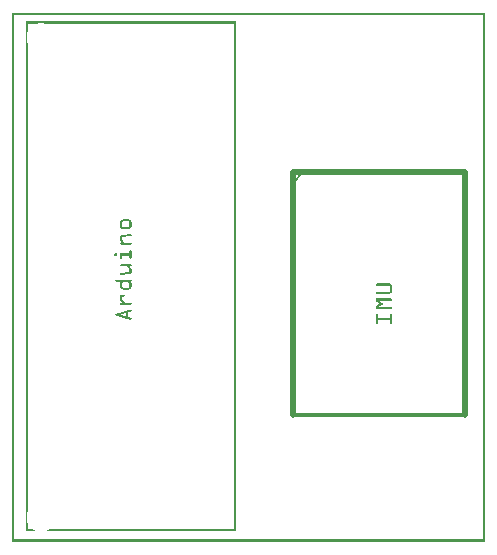
<source format=gto>
G04 MADE WITH FRITZING*
G04 WWW.FRITZING.ORG*
G04 DOUBLE SIDED*
G04 HOLES PLATED*
G04 CONTOUR ON CENTER OF CONTOUR VECTOR*
%ASAXBY*%
%FSLAX23Y23*%
%MOIN*%
%OFA0B0*%
%SFA1.0B1.0*%
%ADD10C,0.020011*%
%ADD11C,0.005768*%
%ADD12R,0.001000X0.001000*%
%LNSILK1*%
G90*
G70*
G54D10*
X938Y1233D02*
X938Y423D01*
D02*
X1511Y423D02*
X1511Y1233D01*
D02*
X1511Y1233D02*
X938Y1233D01*
G54D11*
D02*
X938Y1199D02*
X971Y1233D01*
G54D12*
X0Y1764D02*
X1576Y1764D01*
X0Y1763D02*
X1576Y1763D01*
X0Y1762D02*
X1576Y1762D01*
X0Y1761D02*
X1576Y1761D01*
X0Y1760D02*
X1576Y1760D01*
X0Y1759D02*
X1576Y1759D01*
X0Y1758D02*
X1576Y1758D01*
X0Y1757D02*
X1576Y1757D01*
X0Y1756D02*
X7Y1756D01*
X1569Y1756D02*
X1576Y1756D01*
X0Y1755D02*
X7Y1755D01*
X1569Y1755D02*
X1576Y1755D01*
X0Y1754D02*
X7Y1754D01*
X1569Y1754D02*
X1576Y1754D01*
X0Y1753D02*
X7Y1753D01*
X1569Y1753D02*
X1576Y1753D01*
X0Y1752D02*
X7Y1752D01*
X1569Y1752D02*
X1576Y1752D01*
X0Y1751D02*
X7Y1751D01*
X1569Y1751D02*
X1576Y1751D01*
X0Y1750D02*
X7Y1750D01*
X1569Y1750D02*
X1576Y1750D01*
X0Y1749D02*
X7Y1749D01*
X1569Y1749D02*
X1576Y1749D01*
X0Y1748D02*
X7Y1748D01*
X1569Y1748D02*
X1576Y1748D01*
X0Y1747D02*
X7Y1747D01*
X1569Y1747D02*
X1576Y1747D01*
X0Y1746D02*
X7Y1746D01*
X1569Y1746D02*
X1576Y1746D01*
X0Y1745D02*
X7Y1745D01*
X1569Y1745D02*
X1576Y1745D01*
X0Y1744D02*
X7Y1744D01*
X1569Y1744D02*
X1576Y1744D01*
X0Y1743D02*
X7Y1743D01*
X1569Y1743D02*
X1576Y1743D01*
X0Y1742D02*
X7Y1742D01*
X1569Y1742D02*
X1576Y1742D01*
X0Y1741D02*
X7Y1741D01*
X1569Y1741D02*
X1576Y1741D01*
X0Y1740D02*
X7Y1740D01*
X1569Y1740D02*
X1576Y1740D01*
X0Y1739D02*
X7Y1739D01*
X1569Y1739D02*
X1576Y1739D01*
X0Y1738D02*
X7Y1738D01*
X1569Y1738D02*
X1576Y1738D01*
X0Y1737D02*
X7Y1737D01*
X1569Y1737D02*
X1576Y1737D01*
X0Y1736D02*
X7Y1736D01*
X47Y1736D02*
X745Y1736D01*
X1569Y1736D02*
X1576Y1736D01*
X0Y1735D02*
X7Y1735D01*
X47Y1735D02*
X746Y1735D01*
X1569Y1735D02*
X1576Y1735D01*
X0Y1734D02*
X7Y1734D01*
X47Y1734D02*
X746Y1734D01*
X1569Y1734D02*
X1576Y1734D01*
X0Y1733D02*
X7Y1733D01*
X47Y1733D02*
X746Y1733D01*
X1569Y1733D02*
X1576Y1733D01*
X0Y1732D02*
X7Y1732D01*
X47Y1732D02*
X746Y1732D01*
X1569Y1732D02*
X1576Y1732D01*
X0Y1731D02*
X7Y1731D01*
X47Y1731D02*
X746Y1731D01*
X1569Y1731D02*
X1576Y1731D01*
X0Y1730D02*
X7Y1730D01*
X47Y1730D02*
X93Y1730D01*
X100Y1730D02*
X746Y1730D01*
X1569Y1730D02*
X1576Y1730D01*
X0Y1729D02*
X7Y1729D01*
X47Y1729D02*
X86Y1729D01*
X107Y1729D02*
X746Y1729D01*
X1569Y1729D02*
X1576Y1729D01*
X0Y1728D02*
X7Y1728D01*
X47Y1728D02*
X54Y1728D01*
X738Y1728D02*
X746Y1728D01*
X1569Y1728D02*
X1576Y1728D01*
X0Y1727D02*
X7Y1727D01*
X47Y1727D02*
X54Y1727D01*
X739Y1727D02*
X746Y1727D01*
X1569Y1727D02*
X1576Y1727D01*
X0Y1726D02*
X7Y1726D01*
X47Y1726D02*
X54Y1726D01*
X739Y1726D02*
X746Y1726D01*
X1569Y1726D02*
X1576Y1726D01*
X0Y1725D02*
X7Y1725D01*
X47Y1725D02*
X54Y1725D01*
X739Y1725D02*
X746Y1725D01*
X1569Y1725D02*
X1576Y1725D01*
X0Y1724D02*
X7Y1724D01*
X47Y1724D02*
X54Y1724D01*
X739Y1724D02*
X746Y1724D01*
X1569Y1724D02*
X1576Y1724D01*
X0Y1723D02*
X7Y1723D01*
X47Y1723D02*
X54Y1723D01*
X739Y1723D02*
X746Y1723D01*
X1569Y1723D02*
X1576Y1723D01*
X0Y1722D02*
X7Y1722D01*
X47Y1722D02*
X54Y1722D01*
X739Y1722D02*
X746Y1722D01*
X1569Y1722D02*
X1576Y1722D01*
X0Y1721D02*
X7Y1721D01*
X47Y1721D02*
X54Y1721D01*
X739Y1721D02*
X746Y1721D01*
X1569Y1721D02*
X1576Y1721D01*
X0Y1720D02*
X7Y1720D01*
X47Y1720D02*
X54Y1720D01*
X739Y1720D02*
X746Y1720D01*
X1569Y1720D02*
X1576Y1720D01*
X0Y1719D02*
X7Y1719D01*
X47Y1719D02*
X54Y1719D01*
X739Y1719D02*
X746Y1719D01*
X1569Y1719D02*
X1576Y1719D01*
X0Y1718D02*
X7Y1718D01*
X47Y1718D02*
X54Y1718D01*
X739Y1718D02*
X746Y1718D01*
X1569Y1718D02*
X1576Y1718D01*
X0Y1717D02*
X7Y1717D01*
X47Y1717D02*
X54Y1717D01*
X739Y1717D02*
X746Y1717D01*
X1569Y1717D02*
X1576Y1717D01*
X0Y1716D02*
X7Y1716D01*
X47Y1716D02*
X54Y1716D01*
X739Y1716D02*
X746Y1716D01*
X1569Y1716D02*
X1576Y1716D01*
X0Y1715D02*
X7Y1715D01*
X47Y1715D02*
X54Y1715D01*
X739Y1715D02*
X746Y1715D01*
X1569Y1715D02*
X1576Y1715D01*
X0Y1714D02*
X7Y1714D01*
X47Y1714D02*
X54Y1714D01*
X739Y1714D02*
X746Y1714D01*
X1569Y1714D02*
X1576Y1714D01*
X0Y1713D02*
X7Y1713D01*
X47Y1713D02*
X54Y1713D01*
X739Y1713D02*
X746Y1713D01*
X1569Y1713D02*
X1576Y1713D01*
X0Y1712D02*
X7Y1712D01*
X47Y1712D02*
X54Y1712D01*
X739Y1712D02*
X746Y1712D01*
X1569Y1712D02*
X1576Y1712D01*
X0Y1711D02*
X7Y1711D01*
X47Y1711D02*
X54Y1711D01*
X739Y1711D02*
X746Y1711D01*
X1569Y1711D02*
X1576Y1711D01*
X0Y1710D02*
X7Y1710D01*
X47Y1710D02*
X54Y1710D01*
X739Y1710D02*
X746Y1710D01*
X1569Y1710D02*
X1576Y1710D01*
X0Y1709D02*
X7Y1709D01*
X47Y1709D02*
X54Y1709D01*
X739Y1709D02*
X746Y1709D01*
X1569Y1709D02*
X1576Y1709D01*
X0Y1708D02*
X7Y1708D01*
X47Y1708D02*
X54Y1708D01*
X739Y1708D02*
X746Y1708D01*
X1569Y1708D02*
X1576Y1708D01*
X0Y1707D02*
X7Y1707D01*
X47Y1707D02*
X54Y1707D01*
X739Y1707D02*
X746Y1707D01*
X1569Y1707D02*
X1576Y1707D01*
X0Y1706D02*
X7Y1706D01*
X47Y1706D02*
X54Y1706D01*
X739Y1706D02*
X746Y1706D01*
X1569Y1706D02*
X1576Y1706D01*
X0Y1705D02*
X7Y1705D01*
X47Y1705D02*
X54Y1705D01*
X739Y1705D02*
X746Y1705D01*
X1569Y1705D02*
X1576Y1705D01*
X0Y1704D02*
X7Y1704D01*
X47Y1704D02*
X53Y1704D01*
X739Y1704D02*
X746Y1704D01*
X1569Y1704D02*
X1576Y1704D01*
X0Y1703D02*
X7Y1703D01*
X47Y1703D02*
X53Y1703D01*
X739Y1703D02*
X746Y1703D01*
X1569Y1703D02*
X1576Y1703D01*
X0Y1702D02*
X7Y1702D01*
X47Y1702D02*
X53Y1702D01*
X739Y1702D02*
X746Y1702D01*
X1569Y1702D02*
X1576Y1702D01*
X0Y1701D02*
X7Y1701D01*
X47Y1701D02*
X52Y1701D01*
X739Y1701D02*
X746Y1701D01*
X1569Y1701D02*
X1576Y1701D01*
X0Y1700D02*
X7Y1700D01*
X47Y1700D02*
X52Y1700D01*
X739Y1700D02*
X746Y1700D01*
X1569Y1700D02*
X1576Y1700D01*
X0Y1699D02*
X7Y1699D01*
X47Y1699D02*
X51Y1699D01*
X739Y1699D02*
X746Y1699D01*
X1569Y1699D02*
X1576Y1699D01*
X0Y1698D02*
X7Y1698D01*
X47Y1698D02*
X51Y1698D01*
X739Y1698D02*
X746Y1698D01*
X1569Y1698D02*
X1576Y1698D01*
X0Y1697D02*
X7Y1697D01*
X47Y1697D02*
X51Y1697D01*
X739Y1697D02*
X746Y1697D01*
X1569Y1697D02*
X1576Y1697D01*
X0Y1696D02*
X7Y1696D01*
X47Y1696D02*
X50Y1696D01*
X739Y1696D02*
X746Y1696D01*
X1569Y1696D02*
X1576Y1696D01*
X0Y1695D02*
X7Y1695D01*
X47Y1695D02*
X50Y1695D01*
X739Y1695D02*
X746Y1695D01*
X1569Y1695D02*
X1576Y1695D01*
X0Y1694D02*
X7Y1694D01*
X47Y1694D02*
X50Y1694D01*
X739Y1694D02*
X746Y1694D01*
X1569Y1694D02*
X1576Y1694D01*
X0Y1693D02*
X7Y1693D01*
X47Y1693D02*
X49Y1693D01*
X739Y1693D02*
X746Y1693D01*
X1569Y1693D02*
X1576Y1693D01*
X0Y1692D02*
X7Y1692D01*
X47Y1692D02*
X49Y1692D01*
X739Y1692D02*
X746Y1692D01*
X1569Y1692D02*
X1576Y1692D01*
X0Y1691D02*
X7Y1691D01*
X47Y1691D02*
X49Y1691D01*
X739Y1691D02*
X746Y1691D01*
X1569Y1691D02*
X1576Y1691D01*
X0Y1690D02*
X7Y1690D01*
X47Y1690D02*
X49Y1690D01*
X739Y1690D02*
X746Y1690D01*
X1569Y1690D02*
X1576Y1690D01*
X0Y1689D02*
X7Y1689D01*
X47Y1689D02*
X49Y1689D01*
X739Y1689D02*
X746Y1689D01*
X1569Y1689D02*
X1576Y1689D01*
X0Y1688D02*
X7Y1688D01*
X47Y1688D02*
X48Y1688D01*
X739Y1688D02*
X746Y1688D01*
X1569Y1688D02*
X1576Y1688D01*
X0Y1687D02*
X7Y1687D01*
X47Y1687D02*
X48Y1687D01*
X739Y1687D02*
X746Y1687D01*
X1569Y1687D02*
X1576Y1687D01*
X0Y1686D02*
X7Y1686D01*
X47Y1686D02*
X48Y1686D01*
X739Y1686D02*
X746Y1686D01*
X1569Y1686D02*
X1576Y1686D01*
X0Y1685D02*
X7Y1685D01*
X47Y1685D02*
X48Y1685D01*
X739Y1685D02*
X746Y1685D01*
X1569Y1685D02*
X1576Y1685D01*
X0Y1684D02*
X7Y1684D01*
X47Y1684D02*
X48Y1684D01*
X739Y1684D02*
X746Y1684D01*
X1569Y1684D02*
X1576Y1684D01*
X0Y1683D02*
X7Y1683D01*
X47Y1683D02*
X48Y1683D01*
X739Y1683D02*
X746Y1683D01*
X1569Y1683D02*
X1576Y1683D01*
X0Y1682D02*
X7Y1682D01*
X47Y1682D02*
X48Y1682D01*
X739Y1682D02*
X746Y1682D01*
X1569Y1682D02*
X1576Y1682D01*
X0Y1681D02*
X7Y1681D01*
X47Y1681D02*
X48Y1681D01*
X739Y1681D02*
X746Y1681D01*
X1569Y1681D02*
X1576Y1681D01*
X0Y1680D02*
X7Y1680D01*
X47Y1680D02*
X48Y1680D01*
X739Y1680D02*
X746Y1680D01*
X1569Y1680D02*
X1576Y1680D01*
X0Y1679D02*
X7Y1679D01*
X47Y1679D02*
X48Y1679D01*
X739Y1679D02*
X746Y1679D01*
X1569Y1679D02*
X1576Y1679D01*
X0Y1678D02*
X7Y1678D01*
X47Y1678D02*
X48Y1678D01*
X739Y1678D02*
X746Y1678D01*
X1569Y1678D02*
X1576Y1678D01*
X0Y1677D02*
X7Y1677D01*
X47Y1677D02*
X48Y1677D01*
X739Y1677D02*
X746Y1677D01*
X1569Y1677D02*
X1576Y1677D01*
X0Y1676D02*
X7Y1676D01*
X47Y1676D02*
X48Y1676D01*
X739Y1676D02*
X746Y1676D01*
X1569Y1676D02*
X1576Y1676D01*
X0Y1675D02*
X7Y1675D01*
X47Y1675D02*
X49Y1675D01*
X739Y1675D02*
X746Y1675D01*
X1569Y1675D02*
X1576Y1675D01*
X0Y1674D02*
X7Y1674D01*
X47Y1674D02*
X49Y1674D01*
X739Y1674D02*
X746Y1674D01*
X1569Y1674D02*
X1576Y1674D01*
X0Y1673D02*
X7Y1673D01*
X47Y1673D02*
X49Y1673D01*
X739Y1673D02*
X746Y1673D01*
X1569Y1673D02*
X1576Y1673D01*
X0Y1672D02*
X7Y1672D01*
X47Y1672D02*
X49Y1672D01*
X739Y1672D02*
X746Y1672D01*
X1569Y1672D02*
X1576Y1672D01*
X0Y1671D02*
X7Y1671D01*
X47Y1671D02*
X49Y1671D01*
X739Y1671D02*
X746Y1671D01*
X1569Y1671D02*
X1576Y1671D01*
X0Y1670D02*
X7Y1670D01*
X47Y1670D02*
X50Y1670D01*
X739Y1670D02*
X746Y1670D01*
X1569Y1670D02*
X1576Y1670D01*
X0Y1669D02*
X7Y1669D01*
X47Y1669D02*
X50Y1669D01*
X739Y1669D02*
X746Y1669D01*
X1569Y1669D02*
X1576Y1669D01*
X0Y1668D02*
X7Y1668D01*
X47Y1668D02*
X50Y1668D01*
X739Y1668D02*
X746Y1668D01*
X1569Y1668D02*
X1576Y1668D01*
X0Y1667D02*
X7Y1667D01*
X47Y1667D02*
X50Y1667D01*
X739Y1667D02*
X746Y1667D01*
X1569Y1667D02*
X1576Y1667D01*
X0Y1666D02*
X7Y1666D01*
X47Y1666D02*
X51Y1666D01*
X739Y1666D02*
X746Y1666D01*
X1569Y1666D02*
X1576Y1666D01*
X0Y1665D02*
X7Y1665D01*
X47Y1665D02*
X51Y1665D01*
X739Y1665D02*
X746Y1665D01*
X1569Y1665D02*
X1576Y1665D01*
X0Y1664D02*
X7Y1664D01*
X47Y1664D02*
X52Y1664D01*
X739Y1664D02*
X746Y1664D01*
X1569Y1664D02*
X1576Y1664D01*
X0Y1663D02*
X7Y1663D01*
X47Y1663D02*
X52Y1663D01*
X739Y1663D02*
X746Y1663D01*
X1569Y1663D02*
X1576Y1663D01*
X0Y1662D02*
X7Y1662D01*
X47Y1662D02*
X52Y1662D01*
X739Y1662D02*
X746Y1662D01*
X1569Y1662D02*
X1576Y1662D01*
X0Y1661D02*
X7Y1661D01*
X47Y1661D02*
X53Y1661D01*
X739Y1661D02*
X746Y1661D01*
X1569Y1661D02*
X1576Y1661D01*
X0Y1660D02*
X7Y1660D01*
X47Y1660D02*
X53Y1660D01*
X739Y1660D02*
X746Y1660D01*
X1569Y1660D02*
X1576Y1660D01*
X0Y1659D02*
X7Y1659D01*
X47Y1659D02*
X54Y1659D01*
X739Y1659D02*
X746Y1659D01*
X1569Y1659D02*
X1576Y1659D01*
X0Y1658D02*
X7Y1658D01*
X47Y1658D02*
X54Y1658D01*
X739Y1658D02*
X746Y1658D01*
X1569Y1658D02*
X1576Y1658D01*
X0Y1657D02*
X7Y1657D01*
X47Y1657D02*
X54Y1657D01*
X739Y1657D02*
X746Y1657D01*
X1569Y1657D02*
X1576Y1657D01*
X0Y1656D02*
X7Y1656D01*
X47Y1656D02*
X54Y1656D01*
X739Y1656D02*
X746Y1656D01*
X1569Y1656D02*
X1576Y1656D01*
X0Y1655D02*
X7Y1655D01*
X47Y1655D02*
X54Y1655D01*
X739Y1655D02*
X746Y1655D01*
X1569Y1655D02*
X1576Y1655D01*
X0Y1654D02*
X7Y1654D01*
X47Y1654D02*
X54Y1654D01*
X739Y1654D02*
X746Y1654D01*
X1569Y1654D02*
X1576Y1654D01*
X0Y1653D02*
X7Y1653D01*
X47Y1653D02*
X54Y1653D01*
X739Y1653D02*
X746Y1653D01*
X1569Y1653D02*
X1576Y1653D01*
X0Y1652D02*
X7Y1652D01*
X47Y1652D02*
X54Y1652D01*
X739Y1652D02*
X746Y1652D01*
X1569Y1652D02*
X1576Y1652D01*
X0Y1651D02*
X7Y1651D01*
X47Y1651D02*
X54Y1651D01*
X739Y1651D02*
X746Y1651D01*
X1569Y1651D02*
X1576Y1651D01*
X0Y1650D02*
X7Y1650D01*
X47Y1650D02*
X54Y1650D01*
X739Y1650D02*
X746Y1650D01*
X1569Y1650D02*
X1576Y1650D01*
X0Y1649D02*
X7Y1649D01*
X47Y1649D02*
X54Y1649D01*
X739Y1649D02*
X746Y1649D01*
X1569Y1649D02*
X1576Y1649D01*
X0Y1648D02*
X7Y1648D01*
X47Y1648D02*
X54Y1648D01*
X739Y1648D02*
X746Y1648D01*
X1569Y1648D02*
X1576Y1648D01*
X0Y1647D02*
X7Y1647D01*
X47Y1647D02*
X54Y1647D01*
X739Y1647D02*
X746Y1647D01*
X1569Y1647D02*
X1576Y1647D01*
X0Y1646D02*
X7Y1646D01*
X47Y1646D02*
X54Y1646D01*
X739Y1646D02*
X746Y1646D01*
X1569Y1646D02*
X1576Y1646D01*
X0Y1645D02*
X7Y1645D01*
X47Y1645D02*
X54Y1645D01*
X739Y1645D02*
X746Y1645D01*
X1569Y1645D02*
X1576Y1645D01*
X0Y1644D02*
X7Y1644D01*
X47Y1644D02*
X54Y1644D01*
X739Y1644D02*
X746Y1644D01*
X1569Y1644D02*
X1576Y1644D01*
X0Y1643D02*
X7Y1643D01*
X47Y1643D02*
X54Y1643D01*
X739Y1643D02*
X746Y1643D01*
X1569Y1643D02*
X1576Y1643D01*
X0Y1642D02*
X7Y1642D01*
X47Y1642D02*
X54Y1642D01*
X739Y1642D02*
X746Y1642D01*
X1569Y1642D02*
X1576Y1642D01*
X0Y1641D02*
X7Y1641D01*
X47Y1641D02*
X54Y1641D01*
X739Y1641D02*
X746Y1641D01*
X1569Y1641D02*
X1576Y1641D01*
X0Y1640D02*
X7Y1640D01*
X47Y1640D02*
X54Y1640D01*
X739Y1640D02*
X746Y1640D01*
X1569Y1640D02*
X1576Y1640D01*
X0Y1639D02*
X7Y1639D01*
X47Y1639D02*
X54Y1639D01*
X739Y1639D02*
X746Y1639D01*
X1569Y1639D02*
X1576Y1639D01*
X0Y1638D02*
X7Y1638D01*
X47Y1638D02*
X54Y1638D01*
X739Y1638D02*
X746Y1638D01*
X1569Y1638D02*
X1576Y1638D01*
X0Y1637D02*
X7Y1637D01*
X47Y1637D02*
X54Y1637D01*
X739Y1637D02*
X746Y1637D01*
X1569Y1637D02*
X1576Y1637D01*
X0Y1636D02*
X7Y1636D01*
X47Y1636D02*
X54Y1636D01*
X739Y1636D02*
X746Y1636D01*
X1569Y1636D02*
X1576Y1636D01*
X0Y1635D02*
X7Y1635D01*
X47Y1635D02*
X54Y1635D01*
X739Y1635D02*
X746Y1635D01*
X1569Y1635D02*
X1576Y1635D01*
X0Y1634D02*
X7Y1634D01*
X47Y1634D02*
X54Y1634D01*
X739Y1634D02*
X746Y1634D01*
X1569Y1634D02*
X1576Y1634D01*
X0Y1633D02*
X7Y1633D01*
X47Y1633D02*
X54Y1633D01*
X739Y1633D02*
X746Y1633D01*
X1569Y1633D02*
X1576Y1633D01*
X0Y1632D02*
X7Y1632D01*
X47Y1632D02*
X54Y1632D01*
X739Y1632D02*
X746Y1632D01*
X1569Y1632D02*
X1576Y1632D01*
X0Y1631D02*
X7Y1631D01*
X47Y1631D02*
X54Y1631D01*
X739Y1631D02*
X746Y1631D01*
X1569Y1631D02*
X1576Y1631D01*
X0Y1630D02*
X7Y1630D01*
X47Y1630D02*
X54Y1630D01*
X739Y1630D02*
X746Y1630D01*
X1569Y1630D02*
X1576Y1630D01*
X0Y1629D02*
X7Y1629D01*
X47Y1629D02*
X54Y1629D01*
X739Y1629D02*
X746Y1629D01*
X1569Y1629D02*
X1576Y1629D01*
X0Y1628D02*
X7Y1628D01*
X47Y1628D02*
X54Y1628D01*
X739Y1628D02*
X746Y1628D01*
X1569Y1628D02*
X1576Y1628D01*
X0Y1627D02*
X7Y1627D01*
X47Y1627D02*
X54Y1627D01*
X739Y1627D02*
X746Y1627D01*
X1569Y1627D02*
X1576Y1627D01*
X0Y1626D02*
X7Y1626D01*
X47Y1626D02*
X54Y1626D01*
X739Y1626D02*
X746Y1626D01*
X1569Y1626D02*
X1576Y1626D01*
X0Y1625D02*
X7Y1625D01*
X47Y1625D02*
X54Y1625D01*
X739Y1625D02*
X746Y1625D01*
X1569Y1625D02*
X1576Y1625D01*
X0Y1624D02*
X7Y1624D01*
X47Y1624D02*
X54Y1624D01*
X739Y1624D02*
X746Y1624D01*
X1569Y1624D02*
X1576Y1624D01*
X0Y1623D02*
X7Y1623D01*
X47Y1623D02*
X54Y1623D01*
X739Y1623D02*
X746Y1623D01*
X1569Y1623D02*
X1576Y1623D01*
X0Y1622D02*
X7Y1622D01*
X47Y1622D02*
X54Y1622D01*
X739Y1622D02*
X746Y1622D01*
X1569Y1622D02*
X1576Y1622D01*
X0Y1621D02*
X7Y1621D01*
X47Y1621D02*
X54Y1621D01*
X739Y1621D02*
X746Y1621D01*
X1569Y1621D02*
X1576Y1621D01*
X0Y1620D02*
X7Y1620D01*
X47Y1620D02*
X54Y1620D01*
X739Y1620D02*
X746Y1620D01*
X1569Y1620D02*
X1576Y1620D01*
X0Y1619D02*
X7Y1619D01*
X47Y1619D02*
X54Y1619D01*
X739Y1619D02*
X746Y1619D01*
X1569Y1619D02*
X1576Y1619D01*
X0Y1618D02*
X7Y1618D01*
X47Y1618D02*
X54Y1618D01*
X739Y1618D02*
X746Y1618D01*
X1569Y1618D02*
X1576Y1618D01*
X0Y1617D02*
X7Y1617D01*
X47Y1617D02*
X54Y1617D01*
X739Y1617D02*
X746Y1617D01*
X1569Y1617D02*
X1576Y1617D01*
X0Y1616D02*
X7Y1616D01*
X47Y1616D02*
X54Y1616D01*
X739Y1616D02*
X746Y1616D01*
X1569Y1616D02*
X1576Y1616D01*
X0Y1615D02*
X7Y1615D01*
X47Y1615D02*
X54Y1615D01*
X739Y1615D02*
X746Y1615D01*
X1569Y1615D02*
X1576Y1615D01*
X0Y1614D02*
X7Y1614D01*
X47Y1614D02*
X54Y1614D01*
X739Y1614D02*
X746Y1614D01*
X1569Y1614D02*
X1576Y1614D01*
X0Y1613D02*
X7Y1613D01*
X47Y1613D02*
X54Y1613D01*
X739Y1613D02*
X746Y1613D01*
X1569Y1613D02*
X1576Y1613D01*
X0Y1612D02*
X7Y1612D01*
X47Y1612D02*
X54Y1612D01*
X739Y1612D02*
X746Y1612D01*
X1569Y1612D02*
X1576Y1612D01*
X0Y1611D02*
X7Y1611D01*
X47Y1611D02*
X54Y1611D01*
X739Y1611D02*
X746Y1611D01*
X1569Y1611D02*
X1576Y1611D01*
X0Y1610D02*
X7Y1610D01*
X47Y1610D02*
X54Y1610D01*
X739Y1610D02*
X746Y1610D01*
X1569Y1610D02*
X1576Y1610D01*
X0Y1609D02*
X7Y1609D01*
X47Y1609D02*
X54Y1609D01*
X739Y1609D02*
X746Y1609D01*
X1569Y1609D02*
X1576Y1609D01*
X0Y1608D02*
X7Y1608D01*
X47Y1608D02*
X54Y1608D01*
X739Y1608D02*
X746Y1608D01*
X1569Y1608D02*
X1576Y1608D01*
X0Y1607D02*
X7Y1607D01*
X47Y1607D02*
X54Y1607D01*
X739Y1607D02*
X746Y1607D01*
X1569Y1607D02*
X1576Y1607D01*
X0Y1606D02*
X7Y1606D01*
X47Y1606D02*
X54Y1606D01*
X739Y1606D02*
X746Y1606D01*
X1569Y1606D02*
X1576Y1606D01*
X0Y1605D02*
X7Y1605D01*
X47Y1605D02*
X54Y1605D01*
X739Y1605D02*
X746Y1605D01*
X1569Y1605D02*
X1576Y1605D01*
X0Y1604D02*
X7Y1604D01*
X47Y1604D02*
X54Y1604D01*
X739Y1604D02*
X746Y1604D01*
X1569Y1604D02*
X1576Y1604D01*
X0Y1603D02*
X7Y1603D01*
X47Y1603D02*
X54Y1603D01*
X739Y1603D02*
X746Y1603D01*
X1569Y1603D02*
X1576Y1603D01*
X0Y1602D02*
X7Y1602D01*
X47Y1602D02*
X54Y1602D01*
X739Y1602D02*
X746Y1602D01*
X1569Y1602D02*
X1576Y1602D01*
X0Y1601D02*
X7Y1601D01*
X47Y1601D02*
X54Y1601D01*
X739Y1601D02*
X746Y1601D01*
X1569Y1601D02*
X1576Y1601D01*
X0Y1600D02*
X7Y1600D01*
X47Y1600D02*
X54Y1600D01*
X739Y1600D02*
X746Y1600D01*
X1569Y1600D02*
X1576Y1600D01*
X0Y1599D02*
X7Y1599D01*
X47Y1599D02*
X54Y1599D01*
X739Y1599D02*
X746Y1599D01*
X1569Y1599D02*
X1576Y1599D01*
X0Y1598D02*
X7Y1598D01*
X47Y1598D02*
X54Y1598D01*
X739Y1598D02*
X746Y1598D01*
X1569Y1598D02*
X1576Y1598D01*
X0Y1597D02*
X7Y1597D01*
X47Y1597D02*
X54Y1597D01*
X739Y1597D02*
X746Y1597D01*
X1569Y1597D02*
X1576Y1597D01*
X0Y1596D02*
X7Y1596D01*
X47Y1596D02*
X54Y1596D01*
X739Y1596D02*
X746Y1596D01*
X1569Y1596D02*
X1576Y1596D01*
X0Y1595D02*
X7Y1595D01*
X47Y1595D02*
X54Y1595D01*
X739Y1595D02*
X746Y1595D01*
X1569Y1595D02*
X1576Y1595D01*
X0Y1594D02*
X7Y1594D01*
X47Y1594D02*
X54Y1594D01*
X739Y1594D02*
X746Y1594D01*
X1569Y1594D02*
X1576Y1594D01*
X0Y1593D02*
X7Y1593D01*
X47Y1593D02*
X54Y1593D01*
X739Y1593D02*
X746Y1593D01*
X1569Y1593D02*
X1576Y1593D01*
X0Y1592D02*
X7Y1592D01*
X47Y1592D02*
X54Y1592D01*
X739Y1592D02*
X746Y1592D01*
X1569Y1592D02*
X1576Y1592D01*
X0Y1591D02*
X7Y1591D01*
X47Y1591D02*
X54Y1591D01*
X739Y1591D02*
X746Y1591D01*
X1569Y1591D02*
X1576Y1591D01*
X0Y1590D02*
X7Y1590D01*
X47Y1590D02*
X54Y1590D01*
X739Y1590D02*
X746Y1590D01*
X1569Y1590D02*
X1576Y1590D01*
X0Y1589D02*
X7Y1589D01*
X47Y1589D02*
X54Y1589D01*
X739Y1589D02*
X746Y1589D01*
X1569Y1589D02*
X1576Y1589D01*
X0Y1588D02*
X7Y1588D01*
X47Y1588D02*
X54Y1588D01*
X739Y1588D02*
X746Y1588D01*
X1569Y1588D02*
X1576Y1588D01*
X0Y1587D02*
X7Y1587D01*
X47Y1587D02*
X54Y1587D01*
X739Y1587D02*
X746Y1587D01*
X1569Y1587D02*
X1576Y1587D01*
X0Y1586D02*
X7Y1586D01*
X47Y1586D02*
X54Y1586D01*
X739Y1586D02*
X746Y1586D01*
X1569Y1586D02*
X1576Y1586D01*
X0Y1585D02*
X7Y1585D01*
X47Y1585D02*
X54Y1585D01*
X739Y1585D02*
X746Y1585D01*
X1569Y1585D02*
X1576Y1585D01*
X0Y1584D02*
X7Y1584D01*
X47Y1584D02*
X54Y1584D01*
X739Y1584D02*
X746Y1584D01*
X1569Y1584D02*
X1576Y1584D01*
X0Y1583D02*
X7Y1583D01*
X47Y1583D02*
X54Y1583D01*
X739Y1583D02*
X746Y1583D01*
X1569Y1583D02*
X1576Y1583D01*
X0Y1582D02*
X7Y1582D01*
X47Y1582D02*
X54Y1582D01*
X739Y1582D02*
X746Y1582D01*
X1569Y1582D02*
X1576Y1582D01*
X0Y1581D02*
X7Y1581D01*
X47Y1581D02*
X54Y1581D01*
X739Y1581D02*
X746Y1581D01*
X1569Y1581D02*
X1576Y1581D01*
X0Y1580D02*
X7Y1580D01*
X47Y1580D02*
X54Y1580D01*
X739Y1580D02*
X746Y1580D01*
X1569Y1580D02*
X1576Y1580D01*
X0Y1579D02*
X7Y1579D01*
X47Y1579D02*
X54Y1579D01*
X739Y1579D02*
X746Y1579D01*
X1569Y1579D02*
X1576Y1579D01*
X0Y1578D02*
X7Y1578D01*
X47Y1578D02*
X54Y1578D01*
X739Y1578D02*
X746Y1578D01*
X1569Y1578D02*
X1576Y1578D01*
X0Y1577D02*
X7Y1577D01*
X47Y1577D02*
X54Y1577D01*
X739Y1577D02*
X746Y1577D01*
X1569Y1577D02*
X1576Y1577D01*
X0Y1576D02*
X7Y1576D01*
X47Y1576D02*
X54Y1576D01*
X739Y1576D02*
X746Y1576D01*
X1569Y1576D02*
X1576Y1576D01*
X0Y1575D02*
X7Y1575D01*
X47Y1575D02*
X54Y1575D01*
X739Y1575D02*
X746Y1575D01*
X1569Y1575D02*
X1576Y1575D01*
X0Y1574D02*
X7Y1574D01*
X47Y1574D02*
X54Y1574D01*
X739Y1574D02*
X746Y1574D01*
X1569Y1574D02*
X1576Y1574D01*
X0Y1573D02*
X7Y1573D01*
X47Y1573D02*
X54Y1573D01*
X739Y1573D02*
X746Y1573D01*
X1569Y1573D02*
X1576Y1573D01*
X0Y1572D02*
X7Y1572D01*
X47Y1572D02*
X54Y1572D01*
X739Y1572D02*
X746Y1572D01*
X1569Y1572D02*
X1576Y1572D01*
X0Y1571D02*
X7Y1571D01*
X47Y1571D02*
X54Y1571D01*
X739Y1571D02*
X746Y1571D01*
X1569Y1571D02*
X1576Y1571D01*
X0Y1570D02*
X7Y1570D01*
X47Y1570D02*
X54Y1570D01*
X739Y1570D02*
X746Y1570D01*
X1569Y1570D02*
X1576Y1570D01*
X0Y1569D02*
X7Y1569D01*
X47Y1569D02*
X54Y1569D01*
X739Y1569D02*
X746Y1569D01*
X1569Y1569D02*
X1576Y1569D01*
X0Y1568D02*
X7Y1568D01*
X47Y1568D02*
X54Y1568D01*
X739Y1568D02*
X746Y1568D01*
X1569Y1568D02*
X1576Y1568D01*
X0Y1567D02*
X7Y1567D01*
X47Y1567D02*
X54Y1567D01*
X739Y1567D02*
X746Y1567D01*
X1569Y1567D02*
X1576Y1567D01*
X0Y1566D02*
X7Y1566D01*
X47Y1566D02*
X54Y1566D01*
X739Y1566D02*
X746Y1566D01*
X1569Y1566D02*
X1576Y1566D01*
X0Y1565D02*
X7Y1565D01*
X47Y1565D02*
X54Y1565D01*
X739Y1565D02*
X746Y1565D01*
X1569Y1565D02*
X1576Y1565D01*
X0Y1564D02*
X7Y1564D01*
X47Y1564D02*
X54Y1564D01*
X739Y1564D02*
X746Y1564D01*
X1569Y1564D02*
X1576Y1564D01*
X0Y1563D02*
X7Y1563D01*
X47Y1563D02*
X54Y1563D01*
X739Y1563D02*
X746Y1563D01*
X1569Y1563D02*
X1576Y1563D01*
X0Y1562D02*
X7Y1562D01*
X47Y1562D02*
X54Y1562D01*
X739Y1562D02*
X746Y1562D01*
X1569Y1562D02*
X1576Y1562D01*
X0Y1561D02*
X7Y1561D01*
X47Y1561D02*
X54Y1561D01*
X739Y1561D02*
X746Y1561D01*
X1569Y1561D02*
X1576Y1561D01*
X0Y1560D02*
X7Y1560D01*
X47Y1560D02*
X54Y1560D01*
X739Y1560D02*
X746Y1560D01*
X1569Y1560D02*
X1576Y1560D01*
X0Y1559D02*
X7Y1559D01*
X47Y1559D02*
X54Y1559D01*
X739Y1559D02*
X746Y1559D01*
X1569Y1559D02*
X1576Y1559D01*
X0Y1558D02*
X7Y1558D01*
X47Y1558D02*
X54Y1558D01*
X739Y1558D02*
X746Y1558D01*
X1569Y1558D02*
X1576Y1558D01*
X0Y1557D02*
X7Y1557D01*
X47Y1557D02*
X54Y1557D01*
X739Y1557D02*
X746Y1557D01*
X1569Y1557D02*
X1576Y1557D01*
X0Y1556D02*
X7Y1556D01*
X47Y1556D02*
X54Y1556D01*
X739Y1556D02*
X746Y1556D01*
X1569Y1556D02*
X1576Y1556D01*
X0Y1555D02*
X7Y1555D01*
X47Y1555D02*
X54Y1555D01*
X739Y1555D02*
X746Y1555D01*
X1569Y1555D02*
X1576Y1555D01*
X0Y1554D02*
X7Y1554D01*
X47Y1554D02*
X54Y1554D01*
X739Y1554D02*
X746Y1554D01*
X1569Y1554D02*
X1576Y1554D01*
X0Y1553D02*
X7Y1553D01*
X47Y1553D02*
X54Y1553D01*
X739Y1553D02*
X746Y1553D01*
X1569Y1553D02*
X1576Y1553D01*
X0Y1552D02*
X7Y1552D01*
X47Y1552D02*
X54Y1552D01*
X739Y1552D02*
X746Y1552D01*
X1569Y1552D02*
X1576Y1552D01*
X0Y1551D02*
X7Y1551D01*
X47Y1551D02*
X54Y1551D01*
X739Y1551D02*
X746Y1551D01*
X1569Y1551D02*
X1576Y1551D01*
X0Y1550D02*
X7Y1550D01*
X47Y1550D02*
X54Y1550D01*
X739Y1550D02*
X746Y1550D01*
X1569Y1550D02*
X1576Y1550D01*
X0Y1549D02*
X7Y1549D01*
X47Y1549D02*
X54Y1549D01*
X739Y1549D02*
X746Y1549D01*
X1569Y1549D02*
X1576Y1549D01*
X0Y1548D02*
X7Y1548D01*
X47Y1548D02*
X54Y1548D01*
X739Y1548D02*
X746Y1548D01*
X1569Y1548D02*
X1576Y1548D01*
X0Y1547D02*
X7Y1547D01*
X47Y1547D02*
X54Y1547D01*
X739Y1547D02*
X746Y1547D01*
X1569Y1547D02*
X1576Y1547D01*
X0Y1546D02*
X7Y1546D01*
X47Y1546D02*
X54Y1546D01*
X739Y1546D02*
X746Y1546D01*
X1569Y1546D02*
X1576Y1546D01*
X0Y1545D02*
X7Y1545D01*
X47Y1545D02*
X54Y1545D01*
X739Y1545D02*
X746Y1545D01*
X1569Y1545D02*
X1576Y1545D01*
X0Y1544D02*
X7Y1544D01*
X47Y1544D02*
X54Y1544D01*
X739Y1544D02*
X746Y1544D01*
X1569Y1544D02*
X1576Y1544D01*
X0Y1543D02*
X7Y1543D01*
X47Y1543D02*
X54Y1543D01*
X739Y1543D02*
X746Y1543D01*
X1569Y1543D02*
X1576Y1543D01*
X0Y1542D02*
X7Y1542D01*
X47Y1542D02*
X54Y1542D01*
X739Y1542D02*
X746Y1542D01*
X1569Y1542D02*
X1576Y1542D01*
X0Y1541D02*
X7Y1541D01*
X47Y1541D02*
X54Y1541D01*
X739Y1541D02*
X746Y1541D01*
X1569Y1541D02*
X1576Y1541D01*
X0Y1540D02*
X7Y1540D01*
X47Y1540D02*
X54Y1540D01*
X739Y1540D02*
X746Y1540D01*
X1569Y1540D02*
X1576Y1540D01*
X0Y1539D02*
X7Y1539D01*
X47Y1539D02*
X54Y1539D01*
X739Y1539D02*
X746Y1539D01*
X1569Y1539D02*
X1576Y1539D01*
X0Y1538D02*
X7Y1538D01*
X47Y1538D02*
X54Y1538D01*
X739Y1538D02*
X746Y1538D01*
X1569Y1538D02*
X1576Y1538D01*
X0Y1537D02*
X7Y1537D01*
X47Y1537D02*
X54Y1537D01*
X739Y1537D02*
X746Y1537D01*
X1569Y1537D02*
X1576Y1537D01*
X0Y1536D02*
X7Y1536D01*
X47Y1536D02*
X54Y1536D01*
X739Y1536D02*
X746Y1536D01*
X1569Y1536D02*
X1576Y1536D01*
X0Y1535D02*
X7Y1535D01*
X47Y1535D02*
X54Y1535D01*
X739Y1535D02*
X746Y1535D01*
X1569Y1535D02*
X1576Y1535D01*
X0Y1534D02*
X7Y1534D01*
X47Y1534D02*
X54Y1534D01*
X739Y1534D02*
X746Y1534D01*
X1569Y1534D02*
X1576Y1534D01*
X0Y1533D02*
X7Y1533D01*
X47Y1533D02*
X54Y1533D01*
X739Y1533D02*
X746Y1533D01*
X1569Y1533D02*
X1576Y1533D01*
X0Y1532D02*
X7Y1532D01*
X47Y1532D02*
X54Y1532D01*
X739Y1532D02*
X746Y1532D01*
X1569Y1532D02*
X1576Y1532D01*
X0Y1531D02*
X7Y1531D01*
X47Y1531D02*
X54Y1531D01*
X739Y1531D02*
X746Y1531D01*
X1569Y1531D02*
X1576Y1531D01*
X0Y1530D02*
X7Y1530D01*
X47Y1530D02*
X54Y1530D01*
X739Y1530D02*
X746Y1530D01*
X1569Y1530D02*
X1576Y1530D01*
X0Y1529D02*
X7Y1529D01*
X47Y1529D02*
X54Y1529D01*
X739Y1529D02*
X746Y1529D01*
X1569Y1529D02*
X1576Y1529D01*
X0Y1528D02*
X7Y1528D01*
X47Y1528D02*
X54Y1528D01*
X739Y1528D02*
X746Y1528D01*
X1569Y1528D02*
X1576Y1528D01*
X0Y1527D02*
X7Y1527D01*
X47Y1527D02*
X54Y1527D01*
X739Y1527D02*
X746Y1527D01*
X1569Y1527D02*
X1576Y1527D01*
X0Y1526D02*
X7Y1526D01*
X47Y1526D02*
X54Y1526D01*
X739Y1526D02*
X746Y1526D01*
X1569Y1526D02*
X1576Y1526D01*
X0Y1525D02*
X7Y1525D01*
X47Y1525D02*
X54Y1525D01*
X739Y1525D02*
X746Y1525D01*
X1569Y1525D02*
X1576Y1525D01*
X0Y1524D02*
X7Y1524D01*
X47Y1524D02*
X54Y1524D01*
X739Y1524D02*
X746Y1524D01*
X1569Y1524D02*
X1576Y1524D01*
X0Y1523D02*
X7Y1523D01*
X47Y1523D02*
X54Y1523D01*
X739Y1523D02*
X746Y1523D01*
X1569Y1523D02*
X1576Y1523D01*
X0Y1522D02*
X7Y1522D01*
X47Y1522D02*
X54Y1522D01*
X739Y1522D02*
X746Y1522D01*
X1569Y1522D02*
X1576Y1522D01*
X0Y1521D02*
X7Y1521D01*
X47Y1521D02*
X54Y1521D01*
X739Y1521D02*
X746Y1521D01*
X1569Y1521D02*
X1576Y1521D01*
X0Y1520D02*
X7Y1520D01*
X47Y1520D02*
X54Y1520D01*
X739Y1520D02*
X746Y1520D01*
X1569Y1520D02*
X1576Y1520D01*
X0Y1519D02*
X7Y1519D01*
X47Y1519D02*
X54Y1519D01*
X739Y1519D02*
X746Y1519D01*
X1569Y1519D02*
X1576Y1519D01*
X0Y1518D02*
X7Y1518D01*
X47Y1518D02*
X54Y1518D01*
X739Y1518D02*
X746Y1518D01*
X1569Y1518D02*
X1576Y1518D01*
X0Y1517D02*
X7Y1517D01*
X47Y1517D02*
X54Y1517D01*
X739Y1517D02*
X746Y1517D01*
X1569Y1517D02*
X1576Y1517D01*
X0Y1516D02*
X7Y1516D01*
X47Y1516D02*
X54Y1516D01*
X739Y1516D02*
X746Y1516D01*
X1569Y1516D02*
X1576Y1516D01*
X0Y1515D02*
X7Y1515D01*
X47Y1515D02*
X54Y1515D01*
X739Y1515D02*
X746Y1515D01*
X1569Y1515D02*
X1576Y1515D01*
X0Y1514D02*
X7Y1514D01*
X47Y1514D02*
X54Y1514D01*
X739Y1514D02*
X746Y1514D01*
X1569Y1514D02*
X1576Y1514D01*
X0Y1513D02*
X7Y1513D01*
X47Y1513D02*
X54Y1513D01*
X739Y1513D02*
X746Y1513D01*
X1569Y1513D02*
X1576Y1513D01*
X0Y1512D02*
X7Y1512D01*
X47Y1512D02*
X54Y1512D01*
X739Y1512D02*
X746Y1512D01*
X1569Y1512D02*
X1576Y1512D01*
X0Y1511D02*
X7Y1511D01*
X47Y1511D02*
X54Y1511D01*
X739Y1511D02*
X746Y1511D01*
X1569Y1511D02*
X1576Y1511D01*
X0Y1510D02*
X7Y1510D01*
X47Y1510D02*
X54Y1510D01*
X739Y1510D02*
X746Y1510D01*
X1569Y1510D02*
X1576Y1510D01*
X0Y1509D02*
X7Y1509D01*
X47Y1509D02*
X54Y1509D01*
X739Y1509D02*
X746Y1509D01*
X1569Y1509D02*
X1576Y1509D01*
X0Y1508D02*
X7Y1508D01*
X47Y1508D02*
X54Y1508D01*
X739Y1508D02*
X746Y1508D01*
X1569Y1508D02*
X1576Y1508D01*
X0Y1507D02*
X7Y1507D01*
X47Y1507D02*
X54Y1507D01*
X739Y1507D02*
X746Y1507D01*
X1569Y1507D02*
X1576Y1507D01*
X0Y1506D02*
X7Y1506D01*
X47Y1506D02*
X54Y1506D01*
X739Y1506D02*
X746Y1506D01*
X1569Y1506D02*
X1576Y1506D01*
X0Y1505D02*
X7Y1505D01*
X47Y1505D02*
X54Y1505D01*
X739Y1505D02*
X746Y1505D01*
X1569Y1505D02*
X1576Y1505D01*
X0Y1504D02*
X7Y1504D01*
X47Y1504D02*
X54Y1504D01*
X739Y1504D02*
X746Y1504D01*
X1569Y1504D02*
X1576Y1504D01*
X0Y1503D02*
X7Y1503D01*
X47Y1503D02*
X54Y1503D01*
X739Y1503D02*
X746Y1503D01*
X1569Y1503D02*
X1576Y1503D01*
X0Y1502D02*
X7Y1502D01*
X47Y1502D02*
X54Y1502D01*
X739Y1502D02*
X746Y1502D01*
X1569Y1502D02*
X1576Y1502D01*
X0Y1501D02*
X7Y1501D01*
X47Y1501D02*
X54Y1501D01*
X739Y1501D02*
X746Y1501D01*
X1569Y1501D02*
X1576Y1501D01*
X0Y1500D02*
X7Y1500D01*
X47Y1500D02*
X54Y1500D01*
X739Y1500D02*
X746Y1500D01*
X1569Y1500D02*
X1576Y1500D01*
X0Y1499D02*
X7Y1499D01*
X47Y1499D02*
X54Y1499D01*
X739Y1499D02*
X746Y1499D01*
X1569Y1499D02*
X1576Y1499D01*
X0Y1498D02*
X7Y1498D01*
X47Y1498D02*
X54Y1498D01*
X739Y1498D02*
X746Y1498D01*
X1569Y1498D02*
X1576Y1498D01*
X0Y1497D02*
X7Y1497D01*
X47Y1497D02*
X54Y1497D01*
X739Y1497D02*
X746Y1497D01*
X1569Y1497D02*
X1576Y1497D01*
X0Y1496D02*
X7Y1496D01*
X47Y1496D02*
X54Y1496D01*
X739Y1496D02*
X746Y1496D01*
X1569Y1496D02*
X1576Y1496D01*
X0Y1495D02*
X7Y1495D01*
X47Y1495D02*
X54Y1495D01*
X739Y1495D02*
X746Y1495D01*
X1569Y1495D02*
X1576Y1495D01*
X0Y1494D02*
X7Y1494D01*
X47Y1494D02*
X54Y1494D01*
X739Y1494D02*
X746Y1494D01*
X1569Y1494D02*
X1576Y1494D01*
X0Y1493D02*
X7Y1493D01*
X47Y1493D02*
X54Y1493D01*
X739Y1493D02*
X746Y1493D01*
X1569Y1493D02*
X1576Y1493D01*
X0Y1492D02*
X7Y1492D01*
X47Y1492D02*
X54Y1492D01*
X739Y1492D02*
X746Y1492D01*
X1569Y1492D02*
X1576Y1492D01*
X0Y1491D02*
X7Y1491D01*
X47Y1491D02*
X54Y1491D01*
X739Y1491D02*
X746Y1491D01*
X1569Y1491D02*
X1576Y1491D01*
X0Y1490D02*
X7Y1490D01*
X47Y1490D02*
X54Y1490D01*
X739Y1490D02*
X746Y1490D01*
X1569Y1490D02*
X1576Y1490D01*
X0Y1489D02*
X7Y1489D01*
X47Y1489D02*
X54Y1489D01*
X739Y1489D02*
X746Y1489D01*
X1569Y1489D02*
X1576Y1489D01*
X0Y1488D02*
X7Y1488D01*
X47Y1488D02*
X54Y1488D01*
X739Y1488D02*
X746Y1488D01*
X1569Y1488D02*
X1576Y1488D01*
X0Y1487D02*
X7Y1487D01*
X47Y1487D02*
X54Y1487D01*
X739Y1487D02*
X746Y1487D01*
X1569Y1487D02*
X1576Y1487D01*
X0Y1486D02*
X7Y1486D01*
X47Y1486D02*
X54Y1486D01*
X739Y1486D02*
X746Y1486D01*
X1569Y1486D02*
X1576Y1486D01*
X0Y1485D02*
X7Y1485D01*
X47Y1485D02*
X54Y1485D01*
X739Y1485D02*
X746Y1485D01*
X1569Y1485D02*
X1576Y1485D01*
X0Y1484D02*
X7Y1484D01*
X47Y1484D02*
X54Y1484D01*
X739Y1484D02*
X746Y1484D01*
X1569Y1484D02*
X1576Y1484D01*
X0Y1483D02*
X7Y1483D01*
X47Y1483D02*
X54Y1483D01*
X739Y1483D02*
X746Y1483D01*
X1569Y1483D02*
X1576Y1483D01*
X0Y1482D02*
X7Y1482D01*
X47Y1482D02*
X54Y1482D01*
X739Y1482D02*
X746Y1482D01*
X1569Y1482D02*
X1576Y1482D01*
X0Y1481D02*
X7Y1481D01*
X47Y1481D02*
X54Y1481D01*
X739Y1481D02*
X746Y1481D01*
X1569Y1481D02*
X1576Y1481D01*
X0Y1480D02*
X7Y1480D01*
X47Y1480D02*
X54Y1480D01*
X739Y1480D02*
X746Y1480D01*
X1569Y1480D02*
X1576Y1480D01*
X0Y1479D02*
X7Y1479D01*
X47Y1479D02*
X54Y1479D01*
X739Y1479D02*
X746Y1479D01*
X1569Y1479D02*
X1576Y1479D01*
X0Y1478D02*
X7Y1478D01*
X47Y1478D02*
X54Y1478D01*
X739Y1478D02*
X746Y1478D01*
X1569Y1478D02*
X1576Y1478D01*
X0Y1477D02*
X7Y1477D01*
X47Y1477D02*
X54Y1477D01*
X739Y1477D02*
X746Y1477D01*
X1569Y1477D02*
X1576Y1477D01*
X0Y1476D02*
X7Y1476D01*
X47Y1476D02*
X54Y1476D01*
X739Y1476D02*
X746Y1476D01*
X1569Y1476D02*
X1576Y1476D01*
X0Y1475D02*
X7Y1475D01*
X47Y1475D02*
X54Y1475D01*
X739Y1475D02*
X746Y1475D01*
X1569Y1475D02*
X1576Y1475D01*
X0Y1474D02*
X7Y1474D01*
X47Y1474D02*
X54Y1474D01*
X739Y1474D02*
X746Y1474D01*
X1569Y1474D02*
X1576Y1474D01*
X0Y1473D02*
X7Y1473D01*
X47Y1473D02*
X54Y1473D01*
X739Y1473D02*
X746Y1473D01*
X1569Y1473D02*
X1576Y1473D01*
X0Y1472D02*
X7Y1472D01*
X47Y1472D02*
X54Y1472D01*
X739Y1472D02*
X746Y1472D01*
X1569Y1472D02*
X1576Y1472D01*
X0Y1471D02*
X7Y1471D01*
X47Y1471D02*
X54Y1471D01*
X739Y1471D02*
X746Y1471D01*
X1569Y1471D02*
X1576Y1471D01*
X0Y1470D02*
X7Y1470D01*
X47Y1470D02*
X54Y1470D01*
X739Y1470D02*
X746Y1470D01*
X1569Y1470D02*
X1576Y1470D01*
X0Y1469D02*
X7Y1469D01*
X47Y1469D02*
X54Y1469D01*
X739Y1469D02*
X746Y1469D01*
X1569Y1469D02*
X1576Y1469D01*
X0Y1468D02*
X7Y1468D01*
X47Y1468D02*
X54Y1468D01*
X739Y1468D02*
X746Y1468D01*
X1569Y1468D02*
X1576Y1468D01*
X0Y1467D02*
X7Y1467D01*
X47Y1467D02*
X54Y1467D01*
X739Y1467D02*
X746Y1467D01*
X1569Y1467D02*
X1576Y1467D01*
X0Y1466D02*
X7Y1466D01*
X47Y1466D02*
X54Y1466D01*
X739Y1466D02*
X746Y1466D01*
X1569Y1466D02*
X1576Y1466D01*
X0Y1465D02*
X7Y1465D01*
X47Y1465D02*
X54Y1465D01*
X739Y1465D02*
X746Y1465D01*
X1569Y1465D02*
X1576Y1465D01*
X0Y1464D02*
X7Y1464D01*
X47Y1464D02*
X54Y1464D01*
X739Y1464D02*
X746Y1464D01*
X1569Y1464D02*
X1576Y1464D01*
X0Y1463D02*
X7Y1463D01*
X47Y1463D02*
X54Y1463D01*
X739Y1463D02*
X746Y1463D01*
X1569Y1463D02*
X1576Y1463D01*
X0Y1462D02*
X7Y1462D01*
X47Y1462D02*
X54Y1462D01*
X739Y1462D02*
X746Y1462D01*
X1569Y1462D02*
X1576Y1462D01*
X0Y1461D02*
X7Y1461D01*
X47Y1461D02*
X54Y1461D01*
X739Y1461D02*
X746Y1461D01*
X1569Y1461D02*
X1576Y1461D01*
X0Y1460D02*
X7Y1460D01*
X47Y1460D02*
X54Y1460D01*
X739Y1460D02*
X746Y1460D01*
X1569Y1460D02*
X1576Y1460D01*
X0Y1459D02*
X7Y1459D01*
X47Y1459D02*
X54Y1459D01*
X739Y1459D02*
X746Y1459D01*
X1569Y1459D02*
X1576Y1459D01*
X0Y1458D02*
X7Y1458D01*
X47Y1458D02*
X54Y1458D01*
X739Y1458D02*
X746Y1458D01*
X1569Y1458D02*
X1576Y1458D01*
X0Y1457D02*
X7Y1457D01*
X47Y1457D02*
X54Y1457D01*
X739Y1457D02*
X746Y1457D01*
X1569Y1457D02*
X1576Y1457D01*
X0Y1456D02*
X7Y1456D01*
X47Y1456D02*
X54Y1456D01*
X739Y1456D02*
X746Y1456D01*
X1569Y1456D02*
X1576Y1456D01*
X0Y1455D02*
X7Y1455D01*
X47Y1455D02*
X54Y1455D01*
X739Y1455D02*
X746Y1455D01*
X1569Y1455D02*
X1576Y1455D01*
X0Y1454D02*
X7Y1454D01*
X47Y1454D02*
X54Y1454D01*
X739Y1454D02*
X746Y1454D01*
X1569Y1454D02*
X1576Y1454D01*
X0Y1453D02*
X7Y1453D01*
X47Y1453D02*
X54Y1453D01*
X739Y1453D02*
X746Y1453D01*
X1569Y1453D02*
X1576Y1453D01*
X0Y1452D02*
X7Y1452D01*
X47Y1452D02*
X54Y1452D01*
X739Y1452D02*
X746Y1452D01*
X1569Y1452D02*
X1576Y1452D01*
X0Y1451D02*
X7Y1451D01*
X47Y1451D02*
X54Y1451D01*
X739Y1451D02*
X746Y1451D01*
X1569Y1451D02*
X1576Y1451D01*
X0Y1450D02*
X7Y1450D01*
X47Y1450D02*
X54Y1450D01*
X739Y1450D02*
X746Y1450D01*
X1569Y1450D02*
X1576Y1450D01*
X0Y1449D02*
X7Y1449D01*
X47Y1449D02*
X54Y1449D01*
X739Y1449D02*
X746Y1449D01*
X1569Y1449D02*
X1576Y1449D01*
X0Y1448D02*
X7Y1448D01*
X47Y1448D02*
X54Y1448D01*
X739Y1448D02*
X746Y1448D01*
X1569Y1448D02*
X1576Y1448D01*
X0Y1447D02*
X7Y1447D01*
X47Y1447D02*
X54Y1447D01*
X739Y1447D02*
X746Y1447D01*
X1569Y1447D02*
X1576Y1447D01*
X0Y1446D02*
X7Y1446D01*
X47Y1446D02*
X54Y1446D01*
X739Y1446D02*
X746Y1446D01*
X1569Y1446D02*
X1576Y1446D01*
X0Y1445D02*
X7Y1445D01*
X47Y1445D02*
X54Y1445D01*
X739Y1445D02*
X746Y1445D01*
X1569Y1445D02*
X1576Y1445D01*
X0Y1444D02*
X7Y1444D01*
X47Y1444D02*
X54Y1444D01*
X739Y1444D02*
X746Y1444D01*
X1569Y1444D02*
X1576Y1444D01*
X0Y1443D02*
X7Y1443D01*
X47Y1443D02*
X54Y1443D01*
X739Y1443D02*
X746Y1443D01*
X1569Y1443D02*
X1576Y1443D01*
X0Y1442D02*
X7Y1442D01*
X47Y1442D02*
X54Y1442D01*
X739Y1442D02*
X746Y1442D01*
X1569Y1442D02*
X1576Y1442D01*
X0Y1441D02*
X7Y1441D01*
X47Y1441D02*
X54Y1441D01*
X739Y1441D02*
X746Y1441D01*
X1569Y1441D02*
X1576Y1441D01*
X0Y1440D02*
X7Y1440D01*
X47Y1440D02*
X54Y1440D01*
X739Y1440D02*
X746Y1440D01*
X1569Y1440D02*
X1576Y1440D01*
X0Y1439D02*
X7Y1439D01*
X47Y1439D02*
X54Y1439D01*
X739Y1439D02*
X746Y1439D01*
X1569Y1439D02*
X1576Y1439D01*
X0Y1438D02*
X7Y1438D01*
X47Y1438D02*
X54Y1438D01*
X739Y1438D02*
X746Y1438D01*
X1569Y1438D02*
X1576Y1438D01*
X0Y1437D02*
X7Y1437D01*
X47Y1437D02*
X54Y1437D01*
X739Y1437D02*
X746Y1437D01*
X1569Y1437D02*
X1576Y1437D01*
X0Y1436D02*
X7Y1436D01*
X47Y1436D02*
X54Y1436D01*
X739Y1436D02*
X746Y1436D01*
X1569Y1436D02*
X1576Y1436D01*
X0Y1435D02*
X7Y1435D01*
X47Y1435D02*
X54Y1435D01*
X739Y1435D02*
X746Y1435D01*
X1569Y1435D02*
X1576Y1435D01*
X0Y1434D02*
X7Y1434D01*
X47Y1434D02*
X54Y1434D01*
X739Y1434D02*
X746Y1434D01*
X1569Y1434D02*
X1576Y1434D01*
X0Y1433D02*
X7Y1433D01*
X47Y1433D02*
X54Y1433D01*
X739Y1433D02*
X746Y1433D01*
X1569Y1433D02*
X1576Y1433D01*
X0Y1432D02*
X7Y1432D01*
X47Y1432D02*
X54Y1432D01*
X739Y1432D02*
X746Y1432D01*
X1569Y1432D02*
X1576Y1432D01*
X0Y1431D02*
X7Y1431D01*
X47Y1431D02*
X54Y1431D01*
X739Y1431D02*
X746Y1431D01*
X1569Y1431D02*
X1576Y1431D01*
X0Y1430D02*
X7Y1430D01*
X47Y1430D02*
X54Y1430D01*
X739Y1430D02*
X746Y1430D01*
X1569Y1430D02*
X1576Y1430D01*
X0Y1429D02*
X7Y1429D01*
X47Y1429D02*
X54Y1429D01*
X739Y1429D02*
X746Y1429D01*
X1569Y1429D02*
X1576Y1429D01*
X0Y1428D02*
X7Y1428D01*
X47Y1428D02*
X54Y1428D01*
X739Y1428D02*
X746Y1428D01*
X1569Y1428D02*
X1576Y1428D01*
X0Y1427D02*
X7Y1427D01*
X47Y1427D02*
X54Y1427D01*
X739Y1427D02*
X746Y1427D01*
X1569Y1427D02*
X1576Y1427D01*
X0Y1426D02*
X7Y1426D01*
X47Y1426D02*
X54Y1426D01*
X739Y1426D02*
X746Y1426D01*
X1569Y1426D02*
X1576Y1426D01*
X0Y1425D02*
X7Y1425D01*
X47Y1425D02*
X54Y1425D01*
X739Y1425D02*
X746Y1425D01*
X1569Y1425D02*
X1576Y1425D01*
X0Y1424D02*
X7Y1424D01*
X47Y1424D02*
X54Y1424D01*
X739Y1424D02*
X746Y1424D01*
X1569Y1424D02*
X1576Y1424D01*
X0Y1423D02*
X7Y1423D01*
X47Y1423D02*
X54Y1423D01*
X739Y1423D02*
X746Y1423D01*
X1569Y1423D02*
X1576Y1423D01*
X0Y1422D02*
X7Y1422D01*
X47Y1422D02*
X54Y1422D01*
X739Y1422D02*
X746Y1422D01*
X1569Y1422D02*
X1576Y1422D01*
X0Y1421D02*
X7Y1421D01*
X47Y1421D02*
X54Y1421D01*
X739Y1421D02*
X746Y1421D01*
X1569Y1421D02*
X1576Y1421D01*
X0Y1420D02*
X7Y1420D01*
X47Y1420D02*
X54Y1420D01*
X739Y1420D02*
X746Y1420D01*
X1569Y1420D02*
X1576Y1420D01*
X0Y1419D02*
X7Y1419D01*
X47Y1419D02*
X54Y1419D01*
X739Y1419D02*
X746Y1419D01*
X1569Y1419D02*
X1576Y1419D01*
X0Y1418D02*
X7Y1418D01*
X47Y1418D02*
X54Y1418D01*
X739Y1418D02*
X746Y1418D01*
X1569Y1418D02*
X1576Y1418D01*
X0Y1417D02*
X7Y1417D01*
X47Y1417D02*
X54Y1417D01*
X739Y1417D02*
X746Y1417D01*
X1569Y1417D02*
X1576Y1417D01*
X0Y1416D02*
X7Y1416D01*
X47Y1416D02*
X54Y1416D01*
X739Y1416D02*
X746Y1416D01*
X1569Y1416D02*
X1576Y1416D01*
X0Y1415D02*
X7Y1415D01*
X47Y1415D02*
X54Y1415D01*
X739Y1415D02*
X746Y1415D01*
X1569Y1415D02*
X1576Y1415D01*
X0Y1414D02*
X7Y1414D01*
X47Y1414D02*
X54Y1414D01*
X739Y1414D02*
X746Y1414D01*
X1569Y1414D02*
X1576Y1414D01*
X0Y1413D02*
X7Y1413D01*
X47Y1413D02*
X54Y1413D01*
X739Y1413D02*
X746Y1413D01*
X1569Y1413D02*
X1576Y1413D01*
X0Y1412D02*
X7Y1412D01*
X47Y1412D02*
X54Y1412D01*
X739Y1412D02*
X746Y1412D01*
X1569Y1412D02*
X1576Y1412D01*
X0Y1411D02*
X7Y1411D01*
X47Y1411D02*
X54Y1411D01*
X739Y1411D02*
X746Y1411D01*
X1569Y1411D02*
X1576Y1411D01*
X0Y1410D02*
X7Y1410D01*
X47Y1410D02*
X54Y1410D01*
X739Y1410D02*
X746Y1410D01*
X1569Y1410D02*
X1576Y1410D01*
X0Y1409D02*
X7Y1409D01*
X47Y1409D02*
X54Y1409D01*
X739Y1409D02*
X746Y1409D01*
X1569Y1409D02*
X1576Y1409D01*
X0Y1408D02*
X7Y1408D01*
X47Y1408D02*
X54Y1408D01*
X739Y1408D02*
X746Y1408D01*
X1569Y1408D02*
X1576Y1408D01*
X0Y1407D02*
X7Y1407D01*
X47Y1407D02*
X54Y1407D01*
X739Y1407D02*
X746Y1407D01*
X1569Y1407D02*
X1576Y1407D01*
X0Y1406D02*
X7Y1406D01*
X47Y1406D02*
X54Y1406D01*
X739Y1406D02*
X746Y1406D01*
X1569Y1406D02*
X1576Y1406D01*
X0Y1405D02*
X7Y1405D01*
X47Y1405D02*
X54Y1405D01*
X739Y1405D02*
X746Y1405D01*
X1569Y1405D02*
X1576Y1405D01*
X0Y1404D02*
X7Y1404D01*
X47Y1404D02*
X54Y1404D01*
X739Y1404D02*
X746Y1404D01*
X1569Y1404D02*
X1576Y1404D01*
X0Y1403D02*
X7Y1403D01*
X47Y1403D02*
X54Y1403D01*
X739Y1403D02*
X746Y1403D01*
X1569Y1403D02*
X1576Y1403D01*
X0Y1402D02*
X7Y1402D01*
X47Y1402D02*
X54Y1402D01*
X739Y1402D02*
X746Y1402D01*
X1569Y1402D02*
X1576Y1402D01*
X0Y1401D02*
X7Y1401D01*
X47Y1401D02*
X54Y1401D01*
X739Y1401D02*
X746Y1401D01*
X1569Y1401D02*
X1576Y1401D01*
X0Y1400D02*
X7Y1400D01*
X47Y1400D02*
X54Y1400D01*
X739Y1400D02*
X746Y1400D01*
X1569Y1400D02*
X1576Y1400D01*
X0Y1399D02*
X7Y1399D01*
X47Y1399D02*
X54Y1399D01*
X739Y1399D02*
X746Y1399D01*
X1569Y1399D02*
X1576Y1399D01*
X0Y1398D02*
X7Y1398D01*
X47Y1398D02*
X54Y1398D01*
X739Y1398D02*
X746Y1398D01*
X1569Y1398D02*
X1576Y1398D01*
X0Y1397D02*
X7Y1397D01*
X47Y1397D02*
X54Y1397D01*
X739Y1397D02*
X746Y1397D01*
X1569Y1397D02*
X1576Y1397D01*
X0Y1396D02*
X7Y1396D01*
X47Y1396D02*
X54Y1396D01*
X739Y1396D02*
X746Y1396D01*
X1569Y1396D02*
X1576Y1396D01*
X0Y1395D02*
X7Y1395D01*
X47Y1395D02*
X54Y1395D01*
X739Y1395D02*
X746Y1395D01*
X1569Y1395D02*
X1576Y1395D01*
X0Y1394D02*
X7Y1394D01*
X47Y1394D02*
X54Y1394D01*
X739Y1394D02*
X746Y1394D01*
X1569Y1394D02*
X1576Y1394D01*
X0Y1393D02*
X7Y1393D01*
X47Y1393D02*
X54Y1393D01*
X739Y1393D02*
X746Y1393D01*
X1569Y1393D02*
X1576Y1393D01*
X0Y1392D02*
X7Y1392D01*
X47Y1392D02*
X54Y1392D01*
X739Y1392D02*
X746Y1392D01*
X1569Y1392D02*
X1576Y1392D01*
X0Y1391D02*
X7Y1391D01*
X47Y1391D02*
X54Y1391D01*
X739Y1391D02*
X746Y1391D01*
X1569Y1391D02*
X1576Y1391D01*
X0Y1390D02*
X7Y1390D01*
X47Y1390D02*
X54Y1390D01*
X739Y1390D02*
X746Y1390D01*
X1569Y1390D02*
X1576Y1390D01*
X0Y1389D02*
X7Y1389D01*
X47Y1389D02*
X54Y1389D01*
X739Y1389D02*
X746Y1389D01*
X1569Y1389D02*
X1576Y1389D01*
X0Y1388D02*
X7Y1388D01*
X47Y1388D02*
X54Y1388D01*
X739Y1388D02*
X746Y1388D01*
X1569Y1388D02*
X1576Y1388D01*
X0Y1387D02*
X7Y1387D01*
X47Y1387D02*
X54Y1387D01*
X739Y1387D02*
X746Y1387D01*
X1569Y1387D02*
X1576Y1387D01*
X0Y1386D02*
X7Y1386D01*
X47Y1386D02*
X54Y1386D01*
X739Y1386D02*
X746Y1386D01*
X1569Y1386D02*
X1576Y1386D01*
X0Y1385D02*
X7Y1385D01*
X47Y1385D02*
X54Y1385D01*
X739Y1385D02*
X746Y1385D01*
X1569Y1385D02*
X1576Y1385D01*
X0Y1384D02*
X7Y1384D01*
X47Y1384D02*
X54Y1384D01*
X739Y1384D02*
X746Y1384D01*
X1569Y1384D02*
X1576Y1384D01*
X0Y1383D02*
X7Y1383D01*
X47Y1383D02*
X54Y1383D01*
X739Y1383D02*
X746Y1383D01*
X1569Y1383D02*
X1576Y1383D01*
X0Y1382D02*
X7Y1382D01*
X47Y1382D02*
X54Y1382D01*
X739Y1382D02*
X746Y1382D01*
X1569Y1382D02*
X1576Y1382D01*
X0Y1381D02*
X7Y1381D01*
X47Y1381D02*
X54Y1381D01*
X739Y1381D02*
X746Y1381D01*
X1569Y1381D02*
X1576Y1381D01*
X0Y1380D02*
X7Y1380D01*
X47Y1380D02*
X54Y1380D01*
X739Y1380D02*
X746Y1380D01*
X1569Y1380D02*
X1576Y1380D01*
X0Y1379D02*
X7Y1379D01*
X47Y1379D02*
X54Y1379D01*
X739Y1379D02*
X746Y1379D01*
X1569Y1379D02*
X1576Y1379D01*
X0Y1378D02*
X7Y1378D01*
X47Y1378D02*
X54Y1378D01*
X739Y1378D02*
X746Y1378D01*
X1569Y1378D02*
X1576Y1378D01*
X0Y1377D02*
X7Y1377D01*
X47Y1377D02*
X54Y1377D01*
X739Y1377D02*
X746Y1377D01*
X1569Y1377D02*
X1576Y1377D01*
X0Y1376D02*
X7Y1376D01*
X47Y1376D02*
X54Y1376D01*
X739Y1376D02*
X746Y1376D01*
X1569Y1376D02*
X1576Y1376D01*
X0Y1375D02*
X7Y1375D01*
X47Y1375D02*
X54Y1375D01*
X739Y1375D02*
X746Y1375D01*
X1569Y1375D02*
X1576Y1375D01*
X0Y1374D02*
X7Y1374D01*
X47Y1374D02*
X54Y1374D01*
X739Y1374D02*
X746Y1374D01*
X1569Y1374D02*
X1576Y1374D01*
X0Y1373D02*
X7Y1373D01*
X47Y1373D02*
X54Y1373D01*
X739Y1373D02*
X746Y1373D01*
X1569Y1373D02*
X1576Y1373D01*
X0Y1372D02*
X7Y1372D01*
X47Y1372D02*
X54Y1372D01*
X739Y1372D02*
X746Y1372D01*
X1569Y1372D02*
X1576Y1372D01*
X0Y1371D02*
X7Y1371D01*
X47Y1371D02*
X54Y1371D01*
X739Y1371D02*
X746Y1371D01*
X1569Y1371D02*
X1576Y1371D01*
X0Y1370D02*
X7Y1370D01*
X47Y1370D02*
X54Y1370D01*
X739Y1370D02*
X746Y1370D01*
X1569Y1370D02*
X1576Y1370D01*
X0Y1369D02*
X7Y1369D01*
X47Y1369D02*
X54Y1369D01*
X739Y1369D02*
X746Y1369D01*
X1569Y1369D02*
X1576Y1369D01*
X0Y1368D02*
X7Y1368D01*
X47Y1368D02*
X54Y1368D01*
X739Y1368D02*
X746Y1368D01*
X1569Y1368D02*
X1576Y1368D01*
X0Y1367D02*
X7Y1367D01*
X47Y1367D02*
X54Y1367D01*
X739Y1367D02*
X746Y1367D01*
X1569Y1367D02*
X1576Y1367D01*
X0Y1366D02*
X7Y1366D01*
X47Y1366D02*
X54Y1366D01*
X739Y1366D02*
X746Y1366D01*
X1569Y1366D02*
X1576Y1366D01*
X0Y1365D02*
X7Y1365D01*
X47Y1365D02*
X54Y1365D01*
X739Y1365D02*
X746Y1365D01*
X1569Y1365D02*
X1576Y1365D01*
X0Y1364D02*
X7Y1364D01*
X47Y1364D02*
X54Y1364D01*
X739Y1364D02*
X746Y1364D01*
X1569Y1364D02*
X1576Y1364D01*
X0Y1363D02*
X7Y1363D01*
X47Y1363D02*
X54Y1363D01*
X739Y1363D02*
X746Y1363D01*
X1569Y1363D02*
X1576Y1363D01*
X0Y1362D02*
X7Y1362D01*
X47Y1362D02*
X54Y1362D01*
X739Y1362D02*
X746Y1362D01*
X1569Y1362D02*
X1576Y1362D01*
X0Y1361D02*
X7Y1361D01*
X47Y1361D02*
X54Y1361D01*
X739Y1361D02*
X746Y1361D01*
X1569Y1361D02*
X1576Y1361D01*
X0Y1360D02*
X7Y1360D01*
X47Y1360D02*
X54Y1360D01*
X739Y1360D02*
X746Y1360D01*
X1569Y1360D02*
X1576Y1360D01*
X0Y1359D02*
X7Y1359D01*
X47Y1359D02*
X54Y1359D01*
X739Y1359D02*
X746Y1359D01*
X1569Y1359D02*
X1576Y1359D01*
X0Y1358D02*
X7Y1358D01*
X47Y1358D02*
X54Y1358D01*
X739Y1358D02*
X746Y1358D01*
X1569Y1358D02*
X1576Y1358D01*
X0Y1357D02*
X7Y1357D01*
X47Y1357D02*
X54Y1357D01*
X739Y1357D02*
X746Y1357D01*
X1569Y1357D02*
X1576Y1357D01*
X0Y1356D02*
X7Y1356D01*
X47Y1356D02*
X54Y1356D01*
X739Y1356D02*
X746Y1356D01*
X1569Y1356D02*
X1576Y1356D01*
X0Y1355D02*
X7Y1355D01*
X47Y1355D02*
X54Y1355D01*
X739Y1355D02*
X746Y1355D01*
X1569Y1355D02*
X1576Y1355D01*
X0Y1354D02*
X7Y1354D01*
X47Y1354D02*
X54Y1354D01*
X739Y1354D02*
X746Y1354D01*
X1569Y1354D02*
X1576Y1354D01*
X0Y1353D02*
X7Y1353D01*
X47Y1353D02*
X54Y1353D01*
X739Y1353D02*
X746Y1353D01*
X1569Y1353D02*
X1576Y1353D01*
X0Y1352D02*
X7Y1352D01*
X47Y1352D02*
X54Y1352D01*
X739Y1352D02*
X746Y1352D01*
X1569Y1352D02*
X1576Y1352D01*
X0Y1351D02*
X7Y1351D01*
X47Y1351D02*
X54Y1351D01*
X739Y1351D02*
X746Y1351D01*
X1569Y1351D02*
X1576Y1351D01*
X0Y1350D02*
X7Y1350D01*
X47Y1350D02*
X54Y1350D01*
X739Y1350D02*
X746Y1350D01*
X1569Y1350D02*
X1576Y1350D01*
X0Y1349D02*
X7Y1349D01*
X47Y1349D02*
X54Y1349D01*
X739Y1349D02*
X746Y1349D01*
X1569Y1349D02*
X1576Y1349D01*
X0Y1348D02*
X7Y1348D01*
X47Y1348D02*
X54Y1348D01*
X739Y1348D02*
X746Y1348D01*
X1569Y1348D02*
X1576Y1348D01*
X0Y1347D02*
X7Y1347D01*
X47Y1347D02*
X54Y1347D01*
X739Y1347D02*
X746Y1347D01*
X1569Y1347D02*
X1576Y1347D01*
X0Y1346D02*
X7Y1346D01*
X47Y1346D02*
X54Y1346D01*
X739Y1346D02*
X746Y1346D01*
X1569Y1346D02*
X1576Y1346D01*
X0Y1345D02*
X7Y1345D01*
X47Y1345D02*
X54Y1345D01*
X739Y1345D02*
X746Y1345D01*
X1569Y1345D02*
X1576Y1345D01*
X0Y1344D02*
X7Y1344D01*
X47Y1344D02*
X54Y1344D01*
X739Y1344D02*
X746Y1344D01*
X1569Y1344D02*
X1576Y1344D01*
X0Y1343D02*
X7Y1343D01*
X47Y1343D02*
X54Y1343D01*
X739Y1343D02*
X746Y1343D01*
X1569Y1343D02*
X1576Y1343D01*
X0Y1342D02*
X7Y1342D01*
X47Y1342D02*
X54Y1342D01*
X739Y1342D02*
X746Y1342D01*
X1569Y1342D02*
X1576Y1342D01*
X0Y1341D02*
X7Y1341D01*
X47Y1341D02*
X54Y1341D01*
X739Y1341D02*
X746Y1341D01*
X1569Y1341D02*
X1576Y1341D01*
X0Y1340D02*
X7Y1340D01*
X47Y1340D02*
X54Y1340D01*
X739Y1340D02*
X746Y1340D01*
X1569Y1340D02*
X1576Y1340D01*
X0Y1339D02*
X7Y1339D01*
X47Y1339D02*
X54Y1339D01*
X739Y1339D02*
X746Y1339D01*
X1569Y1339D02*
X1576Y1339D01*
X0Y1338D02*
X7Y1338D01*
X47Y1338D02*
X54Y1338D01*
X739Y1338D02*
X746Y1338D01*
X1569Y1338D02*
X1576Y1338D01*
X0Y1337D02*
X7Y1337D01*
X47Y1337D02*
X54Y1337D01*
X739Y1337D02*
X746Y1337D01*
X1569Y1337D02*
X1576Y1337D01*
X0Y1336D02*
X7Y1336D01*
X47Y1336D02*
X54Y1336D01*
X739Y1336D02*
X746Y1336D01*
X1569Y1336D02*
X1576Y1336D01*
X0Y1335D02*
X7Y1335D01*
X47Y1335D02*
X54Y1335D01*
X739Y1335D02*
X746Y1335D01*
X1569Y1335D02*
X1576Y1335D01*
X0Y1334D02*
X7Y1334D01*
X47Y1334D02*
X54Y1334D01*
X739Y1334D02*
X746Y1334D01*
X1569Y1334D02*
X1576Y1334D01*
X0Y1333D02*
X7Y1333D01*
X47Y1333D02*
X54Y1333D01*
X739Y1333D02*
X746Y1333D01*
X1569Y1333D02*
X1576Y1333D01*
X0Y1332D02*
X7Y1332D01*
X47Y1332D02*
X54Y1332D01*
X739Y1332D02*
X746Y1332D01*
X1569Y1332D02*
X1576Y1332D01*
X0Y1331D02*
X7Y1331D01*
X47Y1331D02*
X54Y1331D01*
X739Y1331D02*
X746Y1331D01*
X1569Y1331D02*
X1576Y1331D01*
X0Y1330D02*
X7Y1330D01*
X47Y1330D02*
X54Y1330D01*
X739Y1330D02*
X746Y1330D01*
X1569Y1330D02*
X1576Y1330D01*
X0Y1329D02*
X7Y1329D01*
X47Y1329D02*
X54Y1329D01*
X739Y1329D02*
X746Y1329D01*
X1569Y1329D02*
X1576Y1329D01*
X0Y1328D02*
X7Y1328D01*
X47Y1328D02*
X54Y1328D01*
X739Y1328D02*
X746Y1328D01*
X1569Y1328D02*
X1576Y1328D01*
X0Y1327D02*
X7Y1327D01*
X47Y1327D02*
X54Y1327D01*
X739Y1327D02*
X746Y1327D01*
X1569Y1327D02*
X1576Y1327D01*
X0Y1326D02*
X7Y1326D01*
X47Y1326D02*
X54Y1326D01*
X739Y1326D02*
X746Y1326D01*
X1569Y1326D02*
X1576Y1326D01*
X0Y1325D02*
X7Y1325D01*
X47Y1325D02*
X54Y1325D01*
X739Y1325D02*
X746Y1325D01*
X1569Y1325D02*
X1576Y1325D01*
X0Y1324D02*
X7Y1324D01*
X47Y1324D02*
X54Y1324D01*
X739Y1324D02*
X746Y1324D01*
X1569Y1324D02*
X1576Y1324D01*
X0Y1323D02*
X7Y1323D01*
X47Y1323D02*
X54Y1323D01*
X739Y1323D02*
X746Y1323D01*
X1569Y1323D02*
X1576Y1323D01*
X0Y1322D02*
X7Y1322D01*
X47Y1322D02*
X54Y1322D01*
X739Y1322D02*
X746Y1322D01*
X1569Y1322D02*
X1576Y1322D01*
X0Y1321D02*
X7Y1321D01*
X47Y1321D02*
X54Y1321D01*
X739Y1321D02*
X746Y1321D01*
X1569Y1321D02*
X1576Y1321D01*
X0Y1320D02*
X7Y1320D01*
X47Y1320D02*
X54Y1320D01*
X739Y1320D02*
X746Y1320D01*
X1569Y1320D02*
X1576Y1320D01*
X0Y1319D02*
X7Y1319D01*
X47Y1319D02*
X54Y1319D01*
X739Y1319D02*
X746Y1319D01*
X1569Y1319D02*
X1576Y1319D01*
X0Y1318D02*
X7Y1318D01*
X47Y1318D02*
X54Y1318D01*
X739Y1318D02*
X746Y1318D01*
X1569Y1318D02*
X1576Y1318D01*
X0Y1317D02*
X7Y1317D01*
X47Y1317D02*
X54Y1317D01*
X739Y1317D02*
X746Y1317D01*
X1569Y1317D02*
X1576Y1317D01*
X0Y1316D02*
X7Y1316D01*
X47Y1316D02*
X54Y1316D01*
X739Y1316D02*
X746Y1316D01*
X1569Y1316D02*
X1576Y1316D01*
X0Y1315D02*
X7Y1315D01*
X47Y1315D02*
X54Y1315D01*
X739Y1315D02*
X746Y1315D01*
X1569Y1315D02*
X1576Y1315D01*
X0Y1314D02*
X7Y1314D01*
X47Y1314D02*
X54Y1314D01*
X739Y1314D02*
X746Y1314D01*
X1569Y1314D02*
X1576Y1314D01*
X0Y1313D02*
X7Y1313D01*
X47Y1313D02*
X54Y1313D01*
X739Y1313D02*
X746Y1313D01*
X1569Y1313D02*
X1576Y1313D01*
X0Y1312D02*
X7Y1312D01*
X47Y1312D02*
X54Y1312D01*
X739Y1312D02*
X746Y1312D01*
X1569Y1312D02*
X1576Y1312D01*
X0Y1311D02*
X7Y1311D01*
X47Y1311D02*
X54Y1311D01*
X739Y1311D02*
X746Y1311D01*
X1569Y1311D02*
X1576Y1311D01*
X0Y1310D02*
X7Y1310D01*
X47Y1310D02*
X54Y1310D01*
X739Y1310D02*
X746Y1310D01*
X1569Y1310D02*
X1576Y1310D01*
X0Y1309D02*
X7Y1309D01*
X47Y1309D02*
X54Y1309D01*
X739Y1309D02*
X746Y1309D01*
X1569Y1309D02*
X1576Y1309D01*
X0Y1308D02*
X7Y1308D01*
X47Y1308D02*
X54Y1308D01*
X739Y1308D02*
X746Y1308D01*
X1569Y1308D02*
X1576Y1308D01*
X0Y1307D02*
X7Y1307D01*
X47Y1307D02*
X54Y1307D01*
X739Y1307D02*
X746Y1307D01*
X1569Y1307D02*
X1576Y1307D01*
X0Y1306D02*
X7Y1306D01*
X47Y1306D02*
X54Y1306D01*
X739Y1306D02*
X746Y1306D01*
X1569Y1306D02*
X1576Y1306D01*
X0Y1305D02*
X7Y1305D01*
X47Y1305D02*
X54Y1305D01*
X739Y1305D02*
X746Y1305D01*
X1569Y1305D02*
X1576Y1305D01*
X0Y1304D02*
X7Y1304D01*
X47Y1304D02*
X54Y1304D01*
X739Y1304D02*
X746Y1304D01*
X1569Y1304D02*
X1576Y1304D01*
X0Y1303D02*
X7Y1303D01*
X47Y1303D02*
X54Y1303D01*
X739Y1303D02*
X746Y1303D01*
X1569Y1303D02*
X1576Y1303D01*
X0Y1302D02*
X7Y1302D01*
X47Y1302D02*
X54Y1302D01*
X739Y1302D02*
X746Y1302D01*
X1569Y1302D02*
X1576Y1302D01*
X0Y1301D02*
X7Y1301D01*
X47Y1301D02*
X54Y1301D01*
X739Y1301D02*
X746Y1301D01*
X1569Y1301D02*
X1576Y1301D01*
X0Y1300D02*
X7Y1300D01*
X47Y1300D02*
X54Y1300D01*
X739Y1300D02*
X746Y1300D01*
X1569Y1300D02*
X1576Y1300D01*
X0Y1299D02*
X7Y1299D01*
X47Y1299D02*
X54Y1299D01*
X739Y1299D02*
X746Y1299D01*
X1569Y1299D02*
X1576Y1299D01*
X0Y1298D02*
X7Y1298D01*
X47Y1298D02*
X54Y1298D01*
X739Y1298D02*
X746Y1298D01*
X1569Y1298D02*
X1576Y1298D01*
X0Y1297D02*
X7Y1297D01*
X47Y1297D02*
X54Y1297D01*
X739Y1297D02*
X746Y1297D01*
X1569Y1297D02*
X1576Y1297D01*
X0Y1296D02*
X7Y1296D01*
X47Y1296D02*
X54Y1296D01*
X739Y1296D02*
X746Y1296D01*
X1569Y1296D02*
X1576Y1296D01*
X0Y1295D02*
X7Y1295D01*
X47Y1295D02*
X54Y1295D01*
X739Y1295D02*
X746Y1295D01*
X1569Y1295D02*
X1576Y1295D01*
X0Y1294D02*
X7Y1294D01*
X47Y1294D02*
X54Y1294D01*
X739Y1294D02*
X746Y1294D01*
X1569Y1294D02*
X1576Y1294D01*
X0Y1293D02*
X7Y1293D01*
X47Y1293D02*
X54Y1293D01*
X739Y1293D02*
X746Y1293D01*
X1569Y1293D02*
X1576Y1293D01*
X0Y1292D02*
X7Y1292D01*
X47Y1292D02*
X54Y1292D01*
X739Y1292D02*
X746Y1292D01*
X1569Y1292D02*
X1576Y1292D01*
X0Y1291D02*
X7Y1291D01*
X47Y1291D02*
X54Y1291D01*
X739Y1291D02*
X746Y1291D01*
X1569Y1291D02*
X1576Y1291D01*
X0Y1290D02*
X7Y1290D01*
X47Y1290D02*
X54Y1290D01*
X739Y1290D02*
X746Y1290D01*
X1569Y1290D02*
X1576Y1290D01*
X0Y1289D02*
X7Y1289D01*
X47Y1289D02*
X54Y1289D01*
X739Y1289D02*
X746Y1289D01*
X1569Y1289D02*
X1576Y1289D01*
X0Y1288D02*
X7Y1288D01*
X47Y1288D02*
X54Y1288D01*
X739Y1288D02*
X746Y1288D01*
X1569Y1288D02*
X1576Y1288D01*
X0Y1287D02*
X7Y1287D01*
X47Y1287D02*
X54Y1287D01*
X739Y1287D02*
X746Y1287D01*
X1569Y1287D02*
X1576Y1287D01*
X0Y1286D02*
X7Y1286D01*
X47Y1286D02*
X54Y1286D01*
X739Y1286D02*
X746Y1286D01*
X1569Y1286D02*
X1576Y1286D01*
X0Y1285D02*
X7Y1285D01*
X47Y1285D02*
X54Y1285D01*
X739Y1285D02*
X746Y1285D01*
X1569Y1285D02*
X1576Y1285D01*
X0Y1284D02*
X7Y1284D01*
X47Y1284D02*
X54Y1284D01*
X739Y1284D02*
X746Y1284D01*
X1569Y1284D02*
X1576Y1284D01*
X0Y1283D02*
X7Y1283D01*
X47Y1283D02*
X54Y1283D01*
X739Y1283D02*
X746Y1283D01*
X1569Y1283D02*
X1576Y1283D01*
X0Y1282D02*
X7Y1282D01*
X47Y1282D02*
X54Y1282D01*
X739Y1282D02*
X746Y1282D01*
X1569Y1282D02*
X1576Y1282D01*
X0Y1281D02*
X7Y1281D01*
X47Y1281D02*
X54Y1281D01*
X739Y1281D02*
X746Y1281D01*
X1569Y1281D02*
X1576Y1281D01*
X0Y1280D02*
X7Y1280D01*
X47Y1280D02*
X54Y1280D01*
X739Y1280D02*
X746Y1280D01*
X1569Y1280D02*
X1576Y1280D01*
X0Y1279D02*
X7Y1279D01*
X47Y1279D02*
X54Y1279D01*
X739Y1279D02*
X746Y1279D01*
X1569Y1279D02*
X1576Y1279D01*
X0Y1278D02*
X7Y1278D01*
X47Y1278D02*
X54Y1278D01*
X739Y1278D02*
X746Y1278D01*
X1569Y1278D02*
X1576Y1278D01*
X0Y1277D02*
X7Y1277D01*
X47Y1277D02*
X54Y1277D01*
X739Y1277D02*
X746Y1277D01*
X1569Y1277D02*
X1576Y1277D01*
X0Y1276D02*
X7Y1276D01*
X47Y1276D02*
X54Y1276D01*
X739Y1276D02*
X746Y1276D01*
X1569Y1276D02*
X1576Y1276D01*
X0Y1275D02*
X7Y1275D01*
X47Y1275D02*
X54Y1275D01*
X739Y1275D02*
X746Y1275D01*
X1569Y1275D02*
X1576Y1275D01*
X0Y1274D02*
X7Y1274D01*
X47Y1274D02*
X54Y1274D01*
X739Y1274D02*
X746Y1274D01*
X1569Y1274D02*
X1576Y1274D01*
X0Y1273D02*
X7Y1273D01*
X47Y1273D02*
X54Y1273D01*
X739Y1273D02*
X746Y1273D01*
X1569Y1273D02*
X1576Y1273D01*
X0Y1272D02*
X7Y1272D01*
X47Y1272D02*
X54Y1272D01*
X739Y1272D02*
X746Y1272D01*
X1569Y1272D02*
X1576Y1272D01*
X0Y1271D02*
X7Y1271D01*
X47Y1271D02*
X54Y1271D01*
X739Y1271D02*
X746Y1271D01*
X1569Y1271D02*
X1576Y1271D01*
X0Y1270D02*
X7Y1270D01*
X47Y1270D02*
X54Y1270D01*
X739Y1270D02*
X746Y1270D01*
X1569Y1270D02*
X1576Y1270D01*
X0Y1269D02*
X7Y1269D01*
X47Y1269D02*
X54Y1269D01*
X739Y1269D02*
X746Y1269D01*
X1569Y1269D02*
X1576Y1269D01*
X0Y1268D02*
X7Y1268D01*
X47Y1268D02*
X54Y1268D01*
X739Y1268D02*
X746Y1268D01*
X1569Y1268D02*
X1576Y1268D01*
X0Y1267D02*
X7Y1267D01*
X47Y1267D02*
X54Y1267D01*
X739Y1267D02*
X746Y1267D01*
X1569Y1267D02*
X1576Y1267D01*
X0Y1266D02*
X7Y1266D01*
X47Y1266D02*
X54Y1266D01*
X739Y1266D02*
X746Y1266D01*
X1569Y1266D02*
X1576Y1266D01*
X0Y1265D02*
X7Y1265D01*
X47Y1265D02*
X54Y1265D01*
X739Y1265D02*
X746Y1265D01*
X1569Y1265D02*
X1576Y1265D01*
X0Y1264D02*
X7Y1264D01*
X47Y1264D02*
X54Y1264D01*
X739Y1264D02*
X746Y1264D01*
X1569Y1264D02*
X1576Y1264D01*
X0Y1263D02*
X7Y1263D01*
X47Y1263D02*
X54Y1263D01*
X739Y1263D02*
X746Y1263D01*
X1569Y1263D02*
X1576Y1263D01*
X0Y1262D02*
X7Y1262D01*
X47Y1262D02*
X54Y1262D01*
X739Y1262D02*
X746Y1262D01*
X1569Y1262D02*
X1576Y1262D01*
X0Y1261D02*
X7Y1261D01*
X47Y1261D02*
X54Y1261D01*
X739Y1261D02*
X746Y1261D01*
X1569Y1261D02*
X1576Y1261D01*
X0Y1260D02*
X7Y1260D01*
X47Y1260D02*
X54Y1260D01*
X739Y1260D02*
X746Y1260D01*
X1569Y1260D02*
X1576Y1260D01*
X0Y1259D02*
X7Y1259D01*
X47Y1259D02*
X54Y1259D01*
X739Y1259D02*
X746Y1259D01*
X1569Y1259D02*
X1576Y1259D01*
X0Y1258D02*
X7Y1258D01*
X47Y1258D02*
X54Y1258D01*
X739Y1258D02*
X746Y1258D01*
X1569Y1258D02*
X1576Y1258D01*
X0Y1257D02*
X7Y1257D01*
X47Y1257D02*
X54Y1257D01*
X739Y1257D02*
X746Y1257D01*
X1569Y1257D02*
X1576Y1257D01*
X0Y1256D02*
X7Y1256D01*
X47Y1256D02*
X54Y1256D01*
X739Y1256D02*
X746Y1256D01*
X1569Y1256D02*
X1576Y1256D01*
X0Y1255D02*
X7Y1255D01*
X47Y1255D02*
X54Y1255D01*
X739Y1255D02*
X746Y1255D01*
X1569Y1255D02*
X1576Y1255D01*
X0Y1254D02*
X7Y1254D01*
X47Y1254D02*
X54Y1254D01*
X739Y1254D02*
X746Y1254D01*
X1569Y1254D02*
X1576Y1254D01*
X0Y1253D02*
X7Y1253D01*
X47Y1253D02*
X54Y1253D01*
X739Y1253D02*
X746Y1253D01*
X1569Y1253D02*
X1576Y1253D01*
X0Y1252D02*
X7Y1252D01*
X47Y1252D02*
X54Y1252D01*
X739Y1252D02*
X746Y1252D01*
X1569Y1252D02*
X1576Y1252D01*
X0Y1251D02*
X7Y1251D01*
X47Y1251D02*
X54Y1251D01*
X739Y1251D02*
X746Y1251D01*
X1569Y1251D02*
X1576Y1251D01*
X0Y1250D02*
X7Y1250D01*
X47Y1250D02*
X54Y1250D01*
X739Y1250D02*
X746Y1250D01*
X1569Y1250D02*
X1576Y1250D01*
X0Y1249D02*
X7Y1249D01*
X47Y1249D02*
X54Y1249D01*
X739Y1249D02*
X746Y1249D01*
X1569Y1249D02*
X1576Y1249D01*
X0Y1248D02*
X7Y1248D01*
X47Y1248D02*
X54Y1248D01*
X739Y1248D02*
X746Y1248D01*
X1569Y1248D02*
X1576Y1248D01*
X0Y1247D02*
X7Y1247D01*
X47Y1247D02*
X54Y1247D01*
X739Y1247D02*
X746Y1247D01*
X1569Y1247D02*
X1576Y1247D01*
X0Y1246D02*
X7Y1246D01*
X47Y1246D02*
X54Y1246D01*
X739Y1246D02*
X746Y1246D01*
X1569Y1246D02*
X1576Y1246D01*
X0Y1245D02*
X7Y1245D01*
X47Y1245D02*
X54Y1245D01*
X739Y1245D02*
X746Y1245D01*
X1569Y1245D02*
X1576Y1245D01*
X0Y1244D02*
X7Y1244D01*
X47Y1244D02*
X54Y1244D01*
X739Y1244D02*
X746Y1244D01*
X1569Y1244D02*
X1576Y1244D01*
X0Y1243D02*
X7Y1243D01*
X47Y1243D02*
X54Y1243D01*
X739Y1243D02*
X746Y1243D01*
X1569Y1243D02*
X1576Y1243D01*
X0Y1242D02*
X7Y1242D01*
X47Y1242D02*
X54Y1242D01*
X739Y1242D02*
X746Y1242D01*
X1569Y1242D02*
X1576Y1242D01*
X0Y1241D02*
X7Y1241D01*
X47Y1241D02*
X54Y1241D01*
X739Y1241D02*
X746Y1241D01*
X1569Y1241D02*
X1576Y1241D01*
X0Y1240D02*
X7Y1240D01*
X47Y1240D02*
X54Y1240D01*
X739Y1240D02*
X746Y1240D01*
X1569Y1240D02*
X1576Y1240D01*
X0Y1239D02*
X7Y1239D01*
X47Y1239D02*
X54Y1239D01*
X739Y1239D02*
X746Y1239D01*
X1569Y1239D02*
X1576Y1239D01*
X0Y1238D02*
X7Y1238D01*
X47Y1238D02*
X54Y1238D01*
X739Y1238D02*
X746Y1238D01*
X1569Y1238D02*
X1576Y1238D01*
X0Y1237D02*
X7Y1237D01*
X47Y1237D02*
X54Y1237D01*
X739Y1237D02*
X746Y1237D01*
X1569Y1237D02*
X1576Y1237D01*
X0Y1236D02*
X7Y1236D01*
X47Y1236D02*
X54Y1236D01*
X739Y1236D02*
X746Y1236D01*
X1569Y1236D02*
X1576Y1236D01*
X0Y1235D02*
X7Y1235D01*
X47Y1235D02*
X54Y1235D01*
X739Y1235D02*
X746Y1235D01*
X1569Y1235D02*
X1576Y1235D01*
X0Y1234D02*
X7Y1234D01*
X47Y1234D02*
X54Y1234D01*
X739Y1234D02*
X746Y1234D01*
X1569Y1234D02*
X1576Y1234D01*
X0Y1233D02*
X7Y1233D01*
X47Y1233D02*
X54Y1233D01*
X739Y1233D02*
X746Y1233D01*
X1569Y1233D02*
X1576Y1233D01*
X0Y1232D02*
X7Y1232D01*
X47Y1232D02*
X54Y1232D01*
X739Y1232D02*
X746Y1232D01*
X1569Y1232D02*
X1576Y1232D01*
X0Y1231D02*
X7Y1231D01*
X47Y1231D02*
X54Y1231D01*
X739Y1231D02*
X746Y1231D01*
X1569Y1231D02*
X1576Y1231D01*
X0Y1230D02*
X7Y1230D01*
X47Y1230D02*
X54Y1230D01*
X739Y1230D02*
X746Y1230D01*
X1569Y1230D02*
X1576Y1230D01*
X0Y1229D02*
X7Y1229D01*
X47Y1229D02*
X54Y1229D01*
X739Y1229D02*
X746Y1229D01*
X1569Y1229D02*
X1576Y1229D01*
X0Y1228D02*
X7Y1228D01*
X47Y1228D02*
X54Y1228D01*
X739Y1228D02*
X746Y1228D01*
X1569Y1228D02*
X1576Y1228D01*
X0Y1227D02*
X7Y1227D01*
X47Y1227D02*
X54Y1227D01*
X739Y1227D02*
X746Y1227D01*
X1569Y1227D02*
X1576Y1227D01*
X0Y1226D02*
X7Y1226D01*
X47Y1226D02*
X54Y1226D01*
X739Y1226D02*
X746Y1226D01*
X1569Y1226D02*
X1576Y1226D01*
X0Y1225D02*
X7Y1225D01*
X47Y1225D02*
X54Y1225D01*
X739Y1225D02*
X746Y1225D01*
X1569Y1225D02*
X1576Y1225D01*
X0Y1224D02*
X7Y1224D01*
X47Y1224D02*
X54Y1224D01*
X739Y1224D02*
X746Y1224D01*
X1569Y1224D02*
X1576Y1224D01*
X0Y1223D02*
X7Y1223D01*
X47Y1223D02*
X54Y1223D01*
X739Y1223D02*
X746Y1223D01*
X1569Y1223D02*
X1576Y1223D01*
X0Y1222D02*
X7Y1222D01*
X47Y1222D02*
X54Y1222D01*
X739Y1222D02*
X746Y1222D01*
X1569Y1222D02*
X1576Y1222D01*
X0Y1221D02*
X7Y1221D01*
X47Y1221D02*
X54Y1221D01*
X739Y1221D02*
X746Y1221D01*
X1569Y1221D02*
X1576Y1221D01*
X0Y1220D02*
X7Y1220D01*
X47Y1220D02*
X54Y1220D01*
X739Y1220D02*
X746Y1220D01*
X1569Y1220D02*
X1576Y1220D01*
X0Y1219D02*
X7Y1219D01*
X47Y1219D02*
X54Y1219D01*
X739Y1219D02*
X746Y1219D01*
X1569Y1219D02*
X1576Y1219D01*
X0Y1218D02*
X7Y1218D01*
X47Y1218D02*
X54Y1218D01*
X739Y1218D02*
X746Y1218D01*
X1569Y1218D02*
X1576Y1218D01*
X0Y1217D02*
X7Y1217D01*
X47Y1217D02*
X54Y1217D01*
X739Y1217D02*
X746Y1217D01*
X1569Y1217D02*
X1576Y1217D01*
X0Y1216D02*
X7Y1216D01*
X47Y1216D02*
X54Y1216D01*
X739Y1216D02*
X746Y1216D01*
X1569Y1216D02*
X1576Y1216D01*
X0Y1215D02*
X7Y1215D01*
X47Y1215D02*
X54Y1215D01*
X739Y1215D02*
X746Y1215D01*
X1569Y1215D02*
X1576Y1215D01*
X0Y1214D02*
X7Y1214D01*
X47Y1214D02*
X54Y1214D01*
X739Y1214D02*
X746Y1214D01*
X1569Y1214D02*
X1576Y1214D01*
X0Y1213D02*
X7Y1213D01*
X47Y1213D02*
X54Y1213D01*
X739Y1213D02*
X746Y1213D01*
X1569Y1213D02*
X1576Y1213D01*
X0Y1212D02*
X7Y1212D01*
X47Y1212D02*
X54Y1212D01*
X739Y1212D02*
X746Y1212D01*
X1569Y1212D02*
X1576Y1212D01*
X0Y1211D02*
X7Y1211D01*
X47Y1211D02*
X54Y1211D01*
X739Y1211D02*
X746Y1211D01*
X1569Y1211D02*
X1576Y1211D01*
X0Y1210D02*
X7Y1210D01*
X47Y1210D02*
X54Y1210D01*
X739Y1210D02*
X746Y1210D01*
X1569Y1210D02*
X1576Y1210D01*
X0Y1209D02*
X7Y1209D01*
X47Y1209D02*
X54Y1209D01*
X739Y1209D02*
X746Y1209D01*
X1569Y1209D02*
X1576Y1209D01*
X0Y1208D02*
X7Y1208D01*
X47Y1208D02*
X54Y1208D01*
X739Y1208D02*
X746Y1208D01*
X1569Y1208D02*
X1576Y1208D01*
X0Y1207D02*
X7Y1207D01*
X47Y1207D02*
X54Y1207D01*
X739Y1207D02*
X746Y1207D01*
X1569Y1207D02*
X1576Y1207D01*
X0Y1206D02*
X7Y1206D01*
X47Y1206D02*
X54Y1206D01*
X739Y1206D02*
X746Y1206D01*
X1569Y1206D02*
X1576Y1206D01*
X0Y1205D02*
X7Y1205D01*
X47Y1205D02*
X54Y1205D01*
X739Y1205D02*
X746Y1205D01*
X1569Y1205D02*
X1576Y1205D01*
X0Y1204D02*
X7Y1204D01*
X47Y1204D02*
X54Y1204D01*
X739Y1204D02*
X746Y1204D01*
X1569Y1204D02*
X1576Y1204D01*
X0Y1203D02*
X7Y1203D01*
X47Y1203D02*
X54Y1203D01*
X739Y1203D02*
X746Y1203D01*
X1569Y1203D02*
X1576Y1203D01*
X0Y1202D02*
X7Y1202D01*
X47Y1202D02*
X54Y1202D01*
X739Y1202D02*
X746Y1202D01*
X1569Y1202D02*
X1576Y1202D01*
X0Y1201D02*
X7Y1201D01*
X47Y1201D02*
X54Y1201D01*
X739Y1201D02*
X746Y1201D01*
X1569Y1201D02*
X1576Y1201D01*
X0Y1200D02*
X7Y1200D01*
X47Y1200D02*
X54Y1200D01*
X739Y1200D02*
X746Y1200D01*
X1569Y1200D02*
X1576Y1200D01*
X0Y1199D02*
X7Y1199D01*
X47Y1199D02*
X54Y1199D01*
X739Y1199D02*
X746Y1199D01*
X1569Y1199D02*
X1576Y1199D01*
X0Y1198D02*
X7Y1198D01*
X47Y1198D02*
X54Y1198D01*
X739Y1198D02*
X746Y1198D01*
X1569Y1198D02*
X1576Y1198D01*
X0Y1197D02*
X7Y1197D01*
X47Y1197D02*
X54Y1197D01*
X739Y1197D02*
X746Y1197D01*
X1569Y1197D02*
X1576Y1197D01*
X0Y1196D02*
X7Y1196D01*
X47Y1196D02*
X54Y1196D01*
X739Y1196D02*
X746Y1196D01*
X1569Y1196D02*
X1576Y1196D01*
X0Y1195D02*
X7Y1195D01*
X47Y1195D02*
X54Y1195D01*
X739Y1195D02*
X746Y1195D01*
X1569Y1195D02*
X1576Y1195D01*
X0Y1194D02*
X7Y1194D01*
X47Y1194D02*
X54Y1194D01*
X739Y1194D02*
X746Y1194D01*
X1569Y1194D02*
X1576Y1194D01*
X0Y1193D02*
X7Y1193D01*
X47Y1193D02*
X54Y1193D01*
X739Y1193D02*
X746Y1193D01*
X1569Y1193D02*
X1576Y1193D01*
X0Y1192D02*
X7Y1192D01*
X47Y1192D02*
X54Y1192D01*
X739Y1192D02*
X746Y1192D01*
X1569Y1192D02*
X1576Y1192D01*
X0Y1191D02*
X7Y1191D01*
X47Y1191D02*
X54Y1191D01*
X739Y1191D02*
X746Y1191D01*
X1569Y1191D02*
X1576Y1191D01*
X0Y1190D02*
X7Y1190D01*
X47Y1190D02*
X54Y1190D01*
X739Y1190D02*
X746Y1190D01*
X1569Y1190D02*
X1576Y1190D01*
X0Y1189D02*
X7Y1189D01*
X47Y1189D02*
X54Y1189D01*
X739Y1189D02*
X746Y1189D01*
X1569Y1189D02*
X1576Y1189D01*
X0Y1188D02*
X7Y1188D01*
X47Y1188D02*
X54Y1188D01*
X739Y1188D02*
X746Y1188D01*
X1569Y1188D02*
X1576Y1188D01*
X0Y1187D02*
X7Y1187D01*
X47Y1187D02*
X54Y1187D01*
X739Y1187D02*
X746Y1187D01*
X1569Y1187D02*
X1576Y1187D01*
X0Y1186D02*
X7Y1186D01*
X47Y1186D02*
X54Y1186D01*
X739Y1186D02*
X746Y1186D01*
X1569Y1186D02*
X1576Y1186D01*
X0Y1185D02*
X7Y1185D01*
X47Y1185D02*
X54Y1185D01*
X739Y1185D02*
X746Y1185D01*
X1569Y1185D02*
X1576Y1185D01*
X0Y1184D02*
X7Y1184D01*
X47Y1184D02*
X54Y1184D01*
X739Y1184D02*
X746Y1184D01*
X1569Y1184D02*
X1576Y1184D01*
X0Y1183D02*
X7Y1183D01*
X47Y1183D02*
X54Y1183D01*
X739Y1183D02*
X746Y1183D01*
X1569Y1183D02*
X1576Y1183D01*
X0Y1182D02*
X7Y1182D01*
X47Y1182D02*
X54Y1182D01*
X739Y1182D02*
X746Y1182D01*
X1569Y1182D02*
X1576Y1182D01*
X0Y1181D02*
X7Y1181D01*
X47Y1181D02*
X54Y1181D01*
X739Y1181D02*
X746Y1181D01*
X1569Y1181D02*
X1576Y1181D01*
X0Y1180D02*
X7Y1180D01*
X47Y1180D02*
X54Y1180D01*
X739Y1180D02*
X746Y1180D01*
X1569Y1180D02*
X1576Y1180D01*
X0Y1179D02*
X7Y1179D01*
X47Y1179D02*
X54Y1179D01*
X739Y1179D02*
X746Y1179D01*
X1569Y1179D02*
X1576Y1179D01*
X0Y1178D02*
X7Y1178D01*
X47Y1178D02*
X54Y1178D01*
X739Y1178D02*
X746Y1178D01*
X1569Y1178D02*
X1576Y1178D01*
X0Y1177D02*
X7Y1177D01*
X47Y1177D02*
X54Y1177D01*
X739Y1177D02*
X746Y1177D01*
X1569Y1177D02*
X1576Y1177D01*
X0Y1176D02*
X7Y1176D01*
X47Y1176D02*
X54Y1176D01*
X739Y1176D02*
X746Y1176D01*
X1569Y1176D02*
X1576Y1176D01*
X0Y1175D02*
X7Y1175D01*
X47Y1175D02*
X54Y1175D01*
X739Y1175D02*
X746Y1175D01*
X1569Y1175D02*
X1576Y1175D01*
X0Y1174D02*
X7Y1174D01*
X47Y1174D02*
X54Y1174D01*
X739Y1174D02*
X746Y1174D01*
X1569Y1174D02*
X1576Y1174D01*
X0Y1173D02*
X7Y1173D01*
X47Y1173D02*
X54Y1173D01*
X739Y1173D02*
X746Y1173D01*
X1569Y1173D02*
X1576Y1173D01*
X0Y1172D02*
X7Y1172D01*
X47Y1172D02*
X54Y1172D01*
X739Y1172D02*
X746Y1172D01*
X1569Y1172D02*
X1576Y1172D01*
X0Y1171D02*
X7Y1171D01*
X47Y1171D02*
X54Y1171D01*
X739Y1171D02*
X746Y1171D01*
X1569Y1171D02*
X1576Y1171D01*
X0Y1170D02*
X7Y1170D01*
X47Y1170D02*
X54Y1170D01*
X739Y1170D02*
X746Y1170D01*
X1569Y1170D02*
X1576Y1170D01*
X0Y1169D02*
X7Y1169D01*
X47Y1169D02*
X54Y1169D01*
X739Y1169D02*
X746Y1169D01*
X1569Y1169D02*
X1576Y1169D01*
X0Y1168D02*
X7Y1168D01*
X47Y1168D02*
X54Y1168D01*
X739Y1168D02*
X746Y1168D01*
X1569Y1168D02*
X1576Y1168D01*
X0Y1167D02*
X7Y1167D01*
X47Y1167D02*
X54Y1167D01*
X739Y1167D02*
X746Y1167D01*
X1569Y1167D02*
X1576Y1167D01*
X0Y1166D02*
X7Y1166D01*
X47Y1166D02*
X54Y1166D01*
X739Y1166D02*
X746Y1166D01*
X1569Y1166D02*
X1576Y1166D01*
X0Y1165D02*
X7Y1165D01*
X47Y1165D02*
X54Y1165D01*
X739Y1165D02*
X746Y1165D01*
X1569Y1165D02*
X1576Y1165D01*
X0Y1164D02*
X7Y1164D01*
X47Y1164D02*
X54Y1164D01*
X739Y1164D02*
X746Y1164D01*
X1569Y1164D02*
X1576Y1164D01*
X0Y1163D02*
X7Y1163D01*
X47Y1163D02*
X54Y1163D01*
X739Y1163D02*
X746Y1163D01*
X1569Y1163D02*
X1576Y1163D01*
X0Y1162D02*
X7Y1162D01*
X47Y1162D02*
X54Y1162D01*
X739Y1162D02*
X746Y1162D01*
X1569Y1162D02*
X1576Y1162D01*
X0Y1161D02*
X7Y1161D01*
X47Y1161D02*
X54Y1161D01*
X739Y1161D02*
X746Y1161D01*
X1569Y1161D02*
X1576Y1161D01*
X0Y1160D02*
X7Y1160D01*
X47Y1160D02*
X54Y1160D01*
X739Y1160D02*
X746Y1160D01*
X1569Y1160D02*
X1576Y1160D01*
X0Y1159D02*
X7Y1159D01*
X47Y1159D02*
X54Y1159D01*
X739Y1159D02*
X746Y1159D01*
X1569Y1159D02*
X1576Y1159D01*
X0Y1158D02*
X7Y1158D01*
X47Y1158D02*
X54Y1158D01*
X739Y1158D02*
X746Y1158D01*
X1569Y1158D02*
X1576Y1158D01*
X0Y1157D02*
X7Y1157D01*
X47Y1157D02*
X54Y1157D01*
X739Y1157D02*
X746Y1157D01*
X1569Y1157D02*
X1576Y1157D01*
X0Y1156D02*
X7Y1156D01*
X47Y1156D02*
X54Y1156D01*
X739Y1156D02*
X746Y1156D01*
X1569Y1156D02*
X1576Y1156D01*
X0Y1155D02*
X7Y1155D01*
X47Y1155D02*
X54Y1155D01*
X739Y1155D02*
X746Y1155D01*
X1569Y1155D02*
X1576Y1155D01*
X0Y1154D02*
X7Y1154D01*
X47Y1154D02*
X54Y1154D01*
X739Y1154D02*
X746Y1154D01*
X1569Y1154D02*
X1576Y1154D01*
X0Y1153D02*
X7Y1153D01*
X47Y1153D02*
X54Y1153D01*
X739Y1153D02*
X746Y1153D01*
X1569Y1153D02*
X1576Y1153D01*
X0Y1152D02*
X7Y1152D01*
X47Y1152D02*
X54Y1152D01*
X739Y1152D02*
X746Y1152D01*
X1569Y1152D02*
X1576Y1152D01*
X0Y1151D02*
X7Y1151D01*
X47Y1151D02*
X54Y1151D01*
X739Y1151D02*
X746Y1151D01*
X1569Y1151D02*
X1576Y1151D01*
X0Y1150D02*
X7Y1150D01*
X47Y1150D02*
X54Y1150D01*
X739Y1150D02*
X746Y1150D01*
X1569Y1150D02*
X1576Y1150D01*
X0Y1149D02*
X7Y1149D01*
X47Y1149D02*
X54Y1149D01*
X739Y1149D02*
X746Y1149D01*
X1569Y1149D02*
X1576Y1149D01*
X0Y1148D02*
X7Y1148D01*
X47Y1148D02*
X54Y1148D01*
X739Y1148D02*
X746Y1148D01*
X1569Y1148D02*
X1576Y1148D01*
X0Y1147D02*
X7Y1147D01*
X47Y1147D02*
X54Y1147D01*
X739Y1147D02*
X746Y1147D01*
X1569Y1147D02*
X1576Y1147D01*
X0Y1146D02*
X7Y1146D01*
X47Y1146D02*
X54Y1146D01*
X739Y1146D02*
X746Y1146D01*
X1569Y1146D02*
X1576Y1146D01*
X0Y1145D02*
X7Y1145D01*
X47Y1145D02*
X54Y1145D01*
X739Y1145D02*
X746Y1145D01*
X1569Y1145D02*
X1576Y1145D01*
X0Y1144D02*
X7Y1144D01*
X47Y1144D02*
X54Y1144D01*
X739Y1144D02*
X746Y1144D01*
X1569Y1144D02*
X1576Y1144D01*
X0Y1143D02*
X7Y1143D01*
X47Y1143D02*
X54Y1143D01*
X739Y1143D02*
X746Y1143D01*
X1569Y1143D02*
X1576Y1143D01*
X0Y1142D02*
X7Y1142D01*
X47Y1142D02*
X54Y1142D01*
X739Y1142D02*
X746Y1142D01*
X1569Y1142D02*
X1576Y1142D01*
X0Y1141D02*
X7Y1141D01*
X47Y1141D02*
X54Y1141D01*
X739Y1141D02*
X746Y1141D01*
X1569Y1141D02*
X1576Y1141D01*
X0Y1140D02*
X7Y1140D01*
X47Y1140D02*
X54Y1140D01*
X739Y1140D02*
X746Y1140D01*
X1569Y1140D02*
X1576Y1140D01*
X0Y1139D02*
X7Y1139D01*
X47Y1139D02*
X54Y1139D01*
X739Y1139D02*
X746Y1139D01*
X1569Y1139D02*
X1576Y1139D01*
X0Y1138D02*
X7Y1138D01*
X47Y1138D02*
X54Y1138D01*
X739Y1138D02*
X746Y1138D01*
X1569Y1138D02*
X1576Y1138D01*
X0Y1137D02*
X7Y1137D01*
X47Y1137D02*
X54Y1137D01*
X739Y1137D02*
X746Y1137D01*
X1569Y1137D02*
X1576Y1137D01*
X0Y1136D02*
X7Y1136D01*
X47Y1136D02*
X54Y1136D01*
X739Y1136D02*
X746Y1136D01*
X1569Y1136D02*
X1576Y1136D01*
X0Y1135D02*
X7Y1135D01*
X47Y1135D02*
X54Y1135D01*
X739Y1135D02*
X746Y1135D01*
X1569Y1135D02*
X1576Y1135D01*
X0Y1134D02*
X7Y1134D01*
X47Y1134D02*
X54Y1134D01*
X739Y1134D02*
X746Y1134D01*
X1569Y1134D02*
X1576Y1134D01*
X0Y1133D02*
X7Y1133D01*
X47Y1133D02*
X54Y1133D01*
X739Y1133D02*
X746Y1133D01*
X1569Y1133D02*
X1576Y1133D01*
X0Y1132D02*
X7Y1132D01*
X47Y1132D02*
X54Y1132D01*
X739Y1132D02*
X746Y1132D01*
X1569Y1132D02*
X1576Y1132D01*
X0Y1131D02*
X7Y1131D01*
X47Y1131D02*
X54Y1131D01*
X739Y1131D02*
X746Y1131D01*
X1569Y1131D02*
X1576Y1131D01*
X0Y1130D02*
X7Y1130D01*
X47Y1130D02*
X54Y1130D01*
X739Y1130D02*
X746Y1130D01*
X1569Y1130D02*
X1576Y1130D01*
X0Y1129D02*
X7Y1129D01*
X47Y1129D02*
X54Y1129D01*
X739Y1129D02*
X746Y1129D01*
X1569Y1129D02*
X1576Y1129D01*
X0Y1128D02*
X7Y1128D01*
X47Y1128D02*
X54Y1128D01*
X739Y1128D02*
X746Y1128D01*
X1569Y1128D02*
X1576Y1128D01*
X0Y1127D02*
X7Y1127D01*
X47Y1127D02*
X54Y1127D01*
X739Y1127D02*
X746Y1127D01*
X1569Y1127D02*
X1576Y1127D01*
X0Y1126D02*
X7Y1126D01*
X47Y1126D02*
X54Y1126D01*
X739Y1126D02*
X746Y1126D01*
X1569Y1126D02*
X1576Y1126D01*
X0Y1125D02*
X7Y1125D01*
X47Y1125D02*
X54Y1125D01*
X739Y1125D02*
X746Y1125D01*
X1569Y1125D02*
X1576Y1125D01*
X0Y1124D02*
X7Y1124D01*
X47Y1124D02*
X54Y1124D01*
X739Y1124D02*
X746Y1124D01*
X1569Y1124D02*
X1576Y1124D01*
X0Y1123D02*
X7Y1123D01*
X47Y1123D02*
X54Y1123D01*
X739Y1123D02*
X746Y1123D01*
X1569Y1123D02*
X1576Y1123D01*
X0Y1122D02*
X7Y1122D01*
X47Y1122D02*
X54Y1122D01*
X739Y1122D02*
X746Y1122D01*
X1569Y1122D02*
X1576Y1122D01*
X0Y1121D02*
X7Y1121D01*
X47Y1121D02*
X54Y1121D01*
X739Y1121D02*
X746Y1121D01*
X1569Y1121D02*
X1576Y1121D01*
X0Y1120D02*
X7Y1120D01*
X47Y1120D02*
X54Y1120D01*
X739Y1120D02*
X746Y1120D01*
X1569Y1120D02*
X1576Y1120D01*
X0Y1119D02*
X7Y1119D01*
X47Y1119D02*
X54Y1119D01*
X739Y1119D02*
X746Y1119D01*
X1569Y1119D02*
X1576Y1119D01*
X0Y1118D02*
X7Y1118D01*
X47Y1118D02*
X54Y1118D01*
X739Y1118D02*
X746Y1118D01*
X1569Y1118D02*
X1576Y1118D01*
X0Y1117D02*
X7Y1117D01*
X47Y1117D02*
X54Y1117D01*
X739Y1117D02*
X746Y1117D01*
X1569Y1117D02*
X1576Y1117D01*
X0Y1116D02*
X7Y1116D01*
X47Y1116D02*
X54Y1116D01*
X739Y1116D02*
X746Y1116D01*
X1569Y1116D02*
X1576Y1116D01*
X0Y1115D02*
X7Y1115D01*
X47Y1115D02*
X54Y1115D01*
X739Y1115D02*
X746Y1115D01*
X1569Y1115D02*
X1576Y1115D01*
X0Y1114D02*
X7Y1114D01*
X47Y1114D02*
X54Y1114D01*
X739Y1114D02*
X746Y1114D01*
X1569Y1114D02*
X1576Y1114D01*
X0Y1113D02*
X7Y1113D01*
X47Y1113D02*
X54Y1113D01*
X739Y1113D02*
X746Y1113D01*
X1569Y1113D02*
X1576Y1113D01*
X0Y1112D02*
X7Y1112D01*
X47Y1112D02*
X54Y1112D01*
X739Y1112D02*
X746Y1112D01*
X1569Y1112D02*
X1576Y1112D01*
X0Y1111D02*
X7Y1111D01*
X47Y1111D02*
X54Y1111D01*
X739Y1111D02*
X746Y1111D01*
X1569Y1111D02*
X1576Y1111D01*
X0Y1110D02*
X7Y1110D01*
X47Y1110D02*
X54Y1110D01*
X739Y1110D02*
X746Y1110D01*
X1569Y1110D02*
X1576Y1110D01*
X0Y1109D02*
X7Y1109D01*
X47Y1109D02*
X54Y1109D01*
X739Y1109D02*
X746Y1109D01*
X1569Y1109D02*
X1576Y1109D01*
X0Y1108D02*
X7Y1108D01*
X47Y1108D02*
X54Y1108D01*
X739Y1108D02*
X746Y1108D01*
X1569Y1108D02*
X1576Y1108D01*
X0Y1107D02*
X7Y1107D01*
X47Y1107D02*
X54Y1107D01*
X739Y1107D02*
X746Y1107D01*
X1569Y1107D02*
X1576Y1107D01*
X0Y1106D02*
X7Y1106D01*
X47Y1106D02*
X54Y1106D01*
X739Y1106D02*
X746Y1106D01*
X1569Y1106D02*
X1576Y1106D01*
X0Y1105D02*
X7Y1105D01*
X47Y1105D02*
X54Y1105D01*
X739Y1105D02*
X746Y1105D01*
X1569Y1105D02*
X1576Y1105D01*
X0Y1104D02*
X7Y1104D01*
X47Y1104D02*
X54Y1104D01*
X739Y1104D02*
X746Y1104D01*
X1569Y1104D02*
X1576Y1104D01*
X0Y1103D02*
X7Y1103D01*
X47Y1103D02*
X54Y1103D01*
X739Y1103D02*
X746Y1103D01*
X1569Y1103D02*
X1576Y1103D01*
X0Y1102D02*
X7Y1102D01*
X47Y1102D02*
X54Y1102D01*
X739Y1102D02*
X746Y1102D01*
X1569Y1102D02*
X1576Y1102D01*
X0Y1101D02*
X7Y1101D01*
X47Y1101D02*
X54Y1101D01*
X739Y1101D02*
X746Y1101D01*
X1569Y1101D02*
X1576Y1101D01*
X0Y1100D02*
X7Y1100D01*
X47Y1100D02*
X54Y1100D01*
X739Y1100D02*
X746Y1100D01*
X1569Y1100D02*
X1576Y1100D01*
X0Y1099D02*
X7Y1099D01*
X47Y1099D02*
X54Y1099D01*
X739Y1099D02*
X746Y1099D01*
X1569Y1099D02*
X1576Y1099D01*
X0Y1098D02*
X7Y1098D01*
X47Y1098D02*
X54Y1098D01*
X739Y1098D02*
X746Y1098D01*
X1569Y1098D02*
X1576Y1098D01*
X0Y1097D02*
X7Y1097D01*
X47Y1097D02*
X54Y1097D01*
X739Y1097D02*
X746Y1097D01*
X1569Y1097D02*
X1576Y1097D01*
X0Y1096D02*
X7Y1096D01*
X47Y1096D02*
X54Y1096D01*
X739Y1096D02*
X746Y1096D01*
X1569Y1096D02*
X1576Y1096D01*
X0Y1095D02*
X7Y1095D01*
X47Y1095D02*
X54Y1095D01*
X739Y1095D02*
X746Y1095D01*
X1569Y1095D02*
X1576Y1095D01*
X0Y1094D02*
X7Y1094D01*
X47Y1094D02*
X54Y1094D01*
X739Y1094D02*
X746Y1094D01*
X1569Y1094D02*
X1576Y1094D01*
X0Y1093D02*
X7Y1093D01*
X47Y1093D02*
X54Y1093D01*
X739Y1093D02*
X746Y1093D01*
X1569Y1093D02*
X1576Y1093D01*
X0Y1092D02*
X7Y1092D01*
X47Y1092D02*
X54Y1092D01*
X739Y1092D02*
X746Y1092D01*
X1569Y1092D02*
X1576Y1092D01*
X0Y1091D02*
X7Y1091D01*
X47Y1091D02*
X54Y1091D01*
X739Y1091D02*
X746Y1091D01*
X1569Y1091D02*
X1576Y1091D01*
X0Y1090D02*
X7Y1090D01*
X47Y1090D02*
X54Y1090D01*
X739Y1090D02*
X746Y1090D01*
X1569Y1090D02*
X1576Y1090D01*
X0Y1089D02*
X7Y1089D01*
X47Y1089D02*
X54Y1089D01*
X739Y1089D02*
X746Y1089D01*
X1569Y1089D02*
X1576Y1089D01*
X0Y1088D02*
X7Y1088D01*
X47Y1088D02*
X54Y1088D01*
X739Y1088D02*
X746Y1088D01*
X1569Y1088D02*
X1576Y1088D01*
X0Y1087D02*
X7Y1087D01*
X47Y1087D02*
X54Y1087D01*
X739Y1087D02*
X746Y1087D01*
X1569Y1087D02*
X1576Y1087D01*
X0Y1086D02*
X7Y1086D01*
X47Y1086D02*
X54Y1086D01*
X739Y1086D02*
X746Y1086D01*
X1569Y1086D02*
X1576Y1086D01*
X0Y1085D02*
X7Y1085D01*
X47Y1085D02*
X54Y1085D01*
X739Y1085D02*
X746Y1085D01*
X1569Y1085D02*
X1576Y1085D01*
X0Y1084D02*
X7Y1084D01*
X47Y1084D02*
X54Y1084D01*
X739Y1084D02*
X746Y1084D01*
X1569Y1084D02*
X1576Y1084D01*
X0Y1083D02*
X7Y1083D01*
X47Y1083D02*
X54Y1083D01*
X739Y1083D02*
X746Y1083D01*
X1569Y1083D02*
X1576Y1083D01*
X0Y1082D02*
X7Y1082D01*
X47Y1082D02*
X54Y1082D01*
X739Y1082D02*
X746Y1082D01*
X1569Y1082D02*
X1576Y1082D01*
X0Y1081D02*
X7Y1081D01*
X47Y1081D02*
X54Y1081D01*
X739Y1081D02*
X746Y1081D01*
X1569Y1081D02*
X1576Y1081D01*
X0Y1080D02*
X7Y1080D01*
X47Y1080D02*
X54Y1080D01*
X739Y1080D02*
X746Y1080D01*
X1569Y1080D02*
X1576Y1080D01*
X0Y1079D02*
X7Y1079D01*
X47Y1079D02*
X54Y1079D01*
X739Y1079D02*
X746Y1079D01*
X1569Y1079D02*
X1576Y1079D01*
X0Y1078D02*
X7Y1078D01*
X47Y1078D02*
X54Y1078D01*
X739Y1078D02*
X746Y1078D01*
X1569Y1078D02*
X1576Y1078D01*
X0Y1077D02*
X7Y1077D01*
X47Y1077D02*
X54Y1077D01*
X739Y1077D02*
X746Y1077D01*
X1569Y1077D02*
X1576Y1077D01*
X0Y1076D02*
X7Y1076D01*
X47Y1076D02*
X54Y1076D01*
X369Y1076D02*
X389Y1076D01*
X739Y1076D02*
X746Y1076D01*
X1569Y1076D02*
X1576Y1076D01*
X0Y1075D02*
X7Y1075D01*
X47Y1075D02*
X54Y1075D01*
X367Y1075D02*
X391Y1075D01*
X739Y1075D02*
X746Y1075D01*
X1569Y1075D02*
X1576Y1075D01*
X0Y1074D02*
X7Y1074D01*
X47Y1074D02*
X54Y1074D01*
X366Y1074D02*
X393Y1074D01*
X739Y1074D02*
X746Y1074D01*
X1569Y1074D02*
X1576Y1074D01*
X0Y1073D02*
X7Y1073D01*
X47Y1073D02*
X54Y1073D01*
X365Y1073D02*
X394Y1073D01*
X739Y1073D02*
X746Y1073D01*
X1569Y1073D02*
X1576Y1073D01*
X0Y1072D02*
X7Y1072D01*
X47Y1072D02*
X54Y1072D01*
X364Y1072D02*
X395Y1072D01*
X739Y1072D02*
X746Y1072D01*
X1569Y1072D02*
X1576Y1072D01*
X0Y1071D02*
X7Y1071D01*
X47Y1071D02*
X54Y1071D01*
X363Y1071D02*
X395Y1071D01*
X739Y1071D02*
X746Y1071D01*
X1569Y1071D02*
X1576Y1071D01*
X0Y1070D02*
X7Y1070D01*
X47Y1070D02*
X54Y1070D01*
X362Y1070D02*
X396Y1070D01*
X739Y1070D02*
X746Y1070D01*
X1569Y1070D02*
X1576Y1070D01*
X0Y1069D02*
X7Y1069D01*
X47Y1069D02*
X54Y1069D01*
X361Y1069D02*
X370Y1069D01*
X389Y1069D02*
X397Y1069D01*
X739Y1069D02*
X746Y1069D01*
X1569Y1069D02*
X1576Y1069D01*
X0Y1068D02*
X7Y1068D01*
X47Y1068D02*
X54Y1068D01*
X361Y1068D02*
X368Y1068D01*
X390Y1068D02*
X397Y1068D01*
X739Y1068D02*
X746Y1068D01*
X1569Y1068D02*
X1576Y1068D01*
X0Y1067D02*
X7Y1067D01*
X47Y1067D02*
X54Y1067D01*
X360Y1067D02*
X367Y1067D01*
X391Y1067D02*
X398Y1067D01*
X739Y1067D02*
X746Y1067D01*
X1569Y1067D02*
X1576Y1067D01*
X0Y1066D02*
X7Y1066D01*
X47Y1066D02*
X54Y1066D01*
X360Y1066D02*
X367Y1066D01*
X391Y1066D02*
X398Y1066D01*
X739Y1066D02*
X746Y1066D01*
X1569Y1066D02*
X1576Y1066D01*
X0Y1065D02*
X7Y1065D01*
X47Y1065D02*
X54Y1065D01*
X360Y1065D02*
X366Y1065D01*
X392Y1065D02*
X398Y1065D01*
X739Y1065D02*
X746Y1065D01*
X1569Y1065D02*
X1576Y1065D01*
X0Y1064D02*
X7Y1064D01*
X47Y1064D02*
X54Y1064D01*
X360Y1064D02*
X366Y1064D01*
X392Y1064D02*
X398Y1064D01*
X739Y1064D02*
X746Y1064D01*
X1569Y1064D02*
X1576Y1064D01*
X0Y1063D02*
X7Y1063D01*
X47Y1063D02*
X54Y1063D01*
X360Y1063D02*
X366Y1063D01*
X392Y1063D02*
X398Y1063D01*
X739Y1063D02*
X746Y1063D01*
X1569Y1063D02*
X1576Y1063D01*
X0Y1062D02*
X7Y1062D01*
X47Y1062D02*
X54Y1062D01*
X360Y1062D02*
X366Y1062D01*
X392Y1062D02*
X398Y1062D01*
X739Y1062D02*
X746Y1062D01*
X1569Y1062D02*
X1576Y1062D01*
X0Y1061D02*
X7Y1061D01*
X47Y1061D02*
X54Y1061D01*
X360Y1061D02*
X366Y1061D01*
X392Y1061D02*
X398Y1061D01*
X739Y1061D02*
X746Y1061D01*
X1569Y1061D02*
X1576Y1061D01*
X0Y1060D02*
X7Y1060D01*
X47Y1060D02*
X54Y1060D01*
X360Y1060D02*
X366Y1060D01*
X392Y1060D02*
X398Y1060D01*
X739Y1060D02*
X746Y1060D01*
X1569Y1060D02*
X1576Y1060D01*
X0Y1059D02*
X7Y1059D01*
X47Y1059D02*
X54Y1059D01*
X360Y1059D02*
X366Y1059D01*
X392Y1059D02*
X398Y1059D01*
X739Y1059D02*
X746Y1059D01*
X1569Y1059D02*
X1576Y1059D01*
X0Y1058D02*
X7Y1058D01*
X47Y1058D02*
X54Y1058D01*
X360Y1058D02*
X366Y1058D01*
X392Y1058D02*
X398Y1058D01*
X739Y1058D02*
X746Y1058D01*
X1569Y1058D02*
X1576Y1058D01*
X0Y1057D02*
X7Y1057D01*
X47Y1057D02*
X54Y1057D01*
X360Y1057D02*
X366Y1057D01*
X392Y1057D02*
X398Y1057D01*
X739Y1057D02*
X746Y1057D01*
X1569Y1057D02*
X1576Y1057D01*
X0Y1056D02*
X7Y1056D01*
X47Y1056D02*
X54Y1056D01*
X360Y1056D02*
X366Y1056D01*
X392Y1056D02*
X398Y1056D01*
X739Y1056D02*
X746Y1056D01*
X1569Y1056D02*
X1576Y1056D01*
X0Y1055D02*
X7Y1055D01*
X47Y1055D02*
X54Y1055D01*
X360Y1055D02*
X366Y1055D01*
X392Y1055D02*
X398Y1055D01*
X739Y1055D02*
X746Y1055D01*
X1569Y1055D02*
X1576Y1055D01*
X0Y1054D02*
X7Y1054D01*
X47Y1054D02*
X54Y1054D01*
X360Y1054D02*
X366Y1054D01*
X392Y1054D02*
X398Y1054D01*
X739Y1054D02*
X746Y1054D01*
X1569Y1054D02*
X1576Y1054D01*
X0Y1053D02*
X7Y1053D01*
X47Y1053D02*
X54Y1053D01*
X360Y1053D02*
X367Y1053D01*
X392Y1053D02*
X398Y1053D01*
X739Y1053D02*
X746Y1053D01*
X1569Y1053D02*
X1576Y1053D01*
X0Y1052D02*
X7Y1052D01*
X47Y1052D02*
X54Y1052D01*
X360Y1052D02*
X367Y1052D01*
X391Y1052D02*
X398Y1052D01*
X739Y1052D02*
X746Y1052D01*
X1569Y1052D02*
X1576Y1052D01*
X0Y1051D02*
X7Y1051D01*
X47Y1051D02*
X54Y1051D01*
X361Y1051D02*
X368Y1051D01*
X390Y1051D02*
X398Y1051D01*
X739Y1051D02*
X746Y1051D01*
X1569Y1051D02*
X1576Y1051D01*
X0Y1050D02*
X7Y1050D01*
X47Y1050D02*
X54Y1050D01*
X361Y1050D02*
X369Y1050D01*
X389Y1050D02*
X397Y1050D01*
X739Y1050D02*
X746Y1050D01*
X1569Y1050D02*
X1576Y1050D01*
X0Y1049D02*
X7Y1049D01*
X47Y1049D02*
X54Y1049D01*
X362Y1049D02*
X396Y1049D01*
X739Y1049D02*
X746Y1049D01*
X1569Y1049D02*
X1576Y1049D01*
X0Y1048D02*
X7Y1048D01*
X47Y1048D02*
X54Y1048D01*
X363Y1048D02*
X396Y1048D01*
X739Y1048D02*
X746Y1048D01*
X1569Y1048D02*
X1576Y1048D01*
X0Y1047D02*
X7Y1047D01*
X47Y1047D02*
X54Y1047D01*
X364Y1047D02*
X395Y1047D01*
X739Y1047D02*
X746Y1047D01*
X1569Y1047D02*
X1576Y1047D01*
X0Y1046D02*
X7Y1046D01*
X47Y1046D02*
X54Y1046D01*
X364Y1046D02*
X394Y1046D01*
X739Y1046D02*
X746Y1046D01*
X1569Y1046D02*
X1576Y1046D01*
X0Y1045D02*
X7Y1045D01*
X47Y1045D02*
X54Y1045D01*
X365Y1045D02*
X393Y1045D01*
X739Y1045D02*
X746Y1045D01*
X1569Y1045D02*
X1576Y1045D01*
X0Y1044D02*
X7Y1044D01*
X47Y1044D02*
X54Y1044D01*
X367Y1044D02*
X392Y1044D01*
X739Y1044D02*
X746Y1044D01*
X1569Y1044D02*
X1576Y1044D01*
X0Y1043D02*
X7Y1043D01*
X47Y1043D02*
X54Y1043D01*
X369Y1043D02*
X390Y1043D01*
X739Y1043D02*
X746Y1043D01*
X1569Y1043D02*
X1576Y1043D01*
X0Y1042D02*
X7Y1042D01*
X47Y1042D02*
X54Y1042D01*
X739Y1042D02*
X746Y1042D01*
X1569Y1042D02*
X1576Y1042D01*
X0Y1041D02*
X7Y1041D01*
X47Y1041D02*
X54Y1041D01*
X739Y1041D02*
X746Y1041D01*
X1569Y1041D02*
X1576Y1041D01*
X0Y1040D02*
X7Y1040D01*
X47Y1040D02*
X54Y1040D01*
X739Y1040D02*
X746Y1040D01*
X1569Y1040D02*
X1576Y1040D01*
X0Y1039D02*
X7Y1039D01*
X47Y1039D02*
X54Y1039D01*
X739Y1039D02*
X746Y1039D01*
X1569Y1039D02*
X1576Y1039D01*
X0Y1038D02*
X7Y1038D01*
X47Y1038D02*
X54Y1038D01*
X739Y1038D02*
X746Y1038D01*
X1569Y1038D02*
X1576Y1038D01*
X0Y1037D02*
X7Y1037D01*
X47Y1037D02*
X54Y1037D01*
X739Y1037D02*
X746Y1037D01*
X1569Y1037D02*
X1576Y1037D01*
X0Y1036D02*
X7Y1036D01*
X47Y1036D02*
X54Y1036D01*
X739Y1036D02*
X746Y1036D01*
X1569Y1036D02*
X1576Y1036D01*
X0Y1035D02*
X7Y1035D01*
X47Y1035D02*
X54Y1035D01*
X739Y1035D02*
X746Y1035D01*
X1569Y1035D02*
X1576Y1035D01*
X0Y1034D02*
X7Y1034D01*
X47Y1034D02*
X54Y1034D01*
X739Y1034D02*
X746Y1034D01*
X1569Y1034D02*
X1576Y1034D01*
X0Y1033D02*
X7Y1033D01*
X47Y1033D02*
X54Y1033D01*
X739Y1033D02*
X746Y1033D01*
X1569Y1033D02*
X1576Y1033D01*
X0Y1032D02*
X7Y1032D01*
X47Y1032D02*
X54Y1032D01*
X739Y1032D02*
X746Y1032D01*
X1569Y1032D02*
X1576Y1032D01*
X0Y1031D02*
X7Y1031D01*
X47Y1031D02*
X54Y1031D01*
X739Y1031D02*
X746Y1031D01*
X1569Y1031D02*
X1576Y1031D01*
X0Y1030D02*
X7Y1030D01*
X47Y1030D02*
X54Y1030D01*
X739Y1030D02*
X746Y1030D01*
X1569Y1030D02*
X1576Y1030D01*
X0Y1029D02*
X7Y1029D01*
X47Y1029D02*
X54Y1029D01*
X739Y1029D02*
X746Y1029D01*
X1569Y1029D02*
X1576Y1029D01*
X0Y1028D02*
X7Y1028D01*
X47Y1028D02*
X54Y1028D01*
X739Y1028D02*
X746Y1028D01*
X1569Y1028D02*
X1576Y1028D01*
X0Y1027D02*
X7Y1027D01*
X47Y1027D02*
X54Y1027D01*
X739Y1027D02*
X746Y1027D01*
X1569Y1027D02*
X1576Y1027D01*
X0Y1026D02*
X7Y1026D01*
X47Y1026D02*
X54Y1026D01*
X383Y1026D02*
X396Y1026D01*
X739Y1026D02*
X746Y1026D01*
X1569Y1026D02*
X1576Y1026D01*
X0Y1025D02*
X7Y1025D01*
X47Y1025D02*
X54Y1025D01*
X367Y1025D02*
X398Y1025D01*
X739Y1025D02*
X746Y1025D01*
X1569Y1025D02*
X1576Y1025D01*
X0Y1024D02*
X7Y1024D01*
X47Y1024D02*
X54Y1024D01*
X365Y1024D02*
X398Y1024D01*
X739Y1024D02*
X746Y1024D01*
X1569Y1024D02*
X1576Y1024D01*
X0Y1023D02*
X7Y1023D01*
X47Y1023D02*
X54Y1023D01*
X364Y1023D02*
X398Y1023D01*
X739Y1023D02*
X746Y1023D01*
X1569Y1023D02*
X1576Y1023D01*
X0Y1022D02*
X7Y1022D01*
X47Y1022D02*
X54Y1022D01*
X363Y1022D02*
X398Y1022D01*
X739Y1022D02*
X746Y1022D01*
X1569Y1022D02*
X1576Y1022D01*
X0Y1021D02*
X7Y1021D01*
X47Y1021D02*
X54Y1021D01*
X362Y1021D02*
X398Y1021D01*
X739Y1021D02*
X746Y1021D01*
X1569Y1021D02*
X1576Y1021D01*
X0Y1020D02*
X7Y1020D01*
X47Y1020D02*
X54Y1020D01*
X361Y1020D02*
X397Y1020D01*
X739Y1020D02*
X746Y1020D01*
X1569Y1020D02*
X1576Y1020D01*
X0Y1019D02*
X7Y1019D01*
X47Y1019D02*
X54Y1019D01*
X361Y1019D02*
X381Y1019D01*
X739Y1019D02*
X746Y1019D01*
X1569Y1019D02*
X1576Y1019D01*
X0Y1018D02*
X7Y1018D01*
X47Y1018D02*
X54Y1018D01*
X360Y1018D02*
X368Y1018D01*
X739Y1018D02*
X746Y1018D01*
X1569Y1018D02*
X1576Y1018D01*
X0Y1017D02*
X7Y1017D01*
X47Y1017D02*
X54Y1017D01*
X360Y1017D02*
X367Y1017D01*
X739Y1017D02*
X746Y1017D01*
X1569Y1017D02*
X1576Y1017D01*
X0Y1016D02*
X7Y1016D01*
X47Y1016D02*
X54Y1016D01*
X360Y1016D02*
X366Y1016D01*
X739Y1016D02*
X746Y1016D01*
X1569Y1016D02*
X1576Y1016D01*
X0Y1015D02*
X7Y1015D01*
X47Y1015D02*
X54Y1015D01*
X360Y1015D02*
X366Y1015D01*
X739Y1015D02*
X746Y1015D01*
X1569Y1015D02*
X1576Y1015D01*
X0Y1014D02*
X7Y1014D01*
X47Y1014D02*
X54Y1014D01*
X360Y1014D02*
X366Y1014D01*
X739Y1014D02*
X746Y1014D01*
X1569Y1014D02*
X1576Y1014D01*
X0Y1013D02*
X7Y1013D01*
X47Y1013D02*
X54Y1013D01*
X360Y1013D02*
X366Y1013D01*
X739Y1013D02*
X746Y1013D01*
X1569Y1013D02*
X1576Y1013D01*
X0Y1012D02*
X7Y1012D01*
X47Y1012D02*
X54Y1012D01*
X360Y1012D02*
X366Y1012D01*
X739Y1012D02*
X746Y1012D01*
X1569Y1012D02*
X1576Y1012D01*
X0Y1011D02*
X7Y1011D01*
X47Y1011D02*
X54Y1011D01*
X360Y1011D02*
X366Y1011D01*
X739Y1011D02*
X746Y1011D01*
X1569Y1011D02*
X1576Y1011D01*
X0Y1010D02*
X7Y1010D01*
X47Y1010D02*
X54Y1010D01*
X360Y1010D02*
X366Y1010D01*
X739Y1010D02*
X746Y1010D01*
X1569Y1010D02*
X1576Y1010D01*
X0Y1009D02*
X7Y1009D01*
X47Y1009D02*
X54Y1009D01*
X360Y1009D02*
X367Y1009D01*
X739Y1009D02*
X746Y1009D01*
X1569Y1009D02*
X1576Y1009D01*
X0Y1008D02*
X7Y1008D01*
X47Y1008D02*
X54Y1008D01*
X360Y1008D02*
X367Y1008D01*
X739Y1008D02*
X746Y1008D01*
X1569Y1008D02*
X1576Y1008D01*
X0Y1007D02*
X7Y1007D01*
X47Y1007D02*
X54Y1007D01*
X361Y1007D02*
X368Y1007D01*
X739Y1007D02*
X746Y1007D01*
X1569Y1007D02*
X1576Y1007D01*
X0Y1006D02*
X7Y1006D01*
X47Y1006D02*
X54Y1006D01*
X361Y1006D02*
X369Y1006D01*
X739Y1006D02*
X746Y1006D01*
X1569Y1006D02*
X1576Y1006D01*
X0Y1005D02*
X7Y1005D01*
X47Y1005D02*
X54Y1005D01*
X362Y1005D02*
X369Y1005D01*
X739Y1005D02*
X746Y1005D01*
X1569Y1005D02*
X1576Y1005D01*
X0Y1004D02*
X7Y1004D01*
X47Y1004D02*
X54Y1004D01*
X363Y1004D02*
X370Y1004D01*
X739Y1004D02*
X746Y1004D01*
X1569Y1004D02*
X1576Y1004D01*
X0Y1003D02*
X7Y1003D01*
X47Y1003D02*
X54Y1003D01*
X363Y1003D02*
X371Y1003D01*
X739Y1003D02*
X746Y1003D01*
X1569Y1003D02*
X1576Y1003D01*
X0Y1002D02*
X7Y1002D01*
X47Y1002D02*
X54Y1002D01*
X364Y1002D02*
X371Y1002D01*
X739Y1002D02*
X746Y1002D01*
X1569Y1002D02*
X1576Y1002D01*
X0Y1001D02*
X7Y1001D01*
X47Y1001D02*
X54Y1001D01*
X365Y1001D02*
X372Y1001D01*
X739Y1001D02*
X746Y1001D01*
X1569Y1001D02*
X1576Y1001D01*
X0Y1000D02*
X7Y1000D01*
X47Y1000D02*
X54Y1000D01*
X365Y1000D02*
X373Y1000D01*
X739Y1000D02*
X746Y1000D01*
X1569Y1000D02*
X1576Y1000D01*
X0Y999D02*
X7Y999D01*
X47Y999D02*
X54Y999D01*
X365Y999D02*
X373Y999D01*
X739Y999D02*
X746Y999D01*
X1569Y999D02*
X1576Y999D01*
X0Y998D02*
X7Y998D01*
X47Y998D02*
X54Y998D01*
X361Y998D02*
X397Y998D01*
X739Y998D02*
X746Y998D01*
X1569Y998D02*
X1576Y998D01*
X0Y997D02*
X7Y997D01*
X47Y997D02*
X54Y997D01*
X360Y997D02*
X398Y997D01*
X739Y997D02*
X746Y997D01*
X1569Y997D02*
X1576Y997D01*
X0Y996D02*
X7Y996D01*
X47Y996D02*
X54Y996D01*
X360Y996D02*
X398Y996D01*
X739Y996D02*
X746Y996D01*
X1569Y996D02*
X1576Y996D01*
X0Y995D02*
X7Y995D01*
X47Y995D02*
X54Y995D01*
X360Y995D02*
X398Y995D01*
X739Y995D02*
X746Y995D01*
X1569Y995D02*
X1576Y995D01*
X0Y994D02*
X7Y994D01*
X47Y994D02*
X54Y994D01*
X360Y994D02*
X398Y994D01*
X739Y994D02*
X746Y994D01*
X1569Y994D02*
X1576Y994D01*
X0Y993D02*
X7Y993D01*
X47Y993D02*
X54Y993D01*
X361Y993D02*
X397Y993D01*
X739Y993D02*
X746Y993D01*
X1569Y993D02*
X1576Y993D01*
X0Y992D02*
X7Y992D01*
X47Y992D02*
X54Y992D01*
X363Y992D02*
X395Y992D01*
X739Y992D02*
X746Y992D01*
X1569Y992D02*
X1576Y992D01*
X0Y991D02*
X7Y991D01*
X47Y991D02*
X54Y991D01*
X739Y991D02*
X746Y991D01*
X1569Y991D02*
X1576Y991D01*
X0Y990D02*
X7Y990D01*
X47Y990D02*
X54Y990D01*
X739Y990D02*
X746Y990D01*
X1569Y990D02*
X1576Y990D01*
X0Y989D02*
X7Y989D01*
X47Y989D02*
X54Y989D01*
X739Y989D02*
X746Y989D01*
X1569Y989D02*
X1576Y989D01*
X0Y988D02*
X7Y988D01*
X47Y988D02*
X54Y988D01*
X739Y988D02*
X746Y988D01*
X1569Y988D02*
X1576Y988D01*
X0Y987D02*
X7Y987D01*
X47Y987D02*
X54Y987D01*
X739Y987D02*
X746Y987D01*
X1569Y987D02*
X1576Y987D01*
X0Y986D02*
X7Y986D01*
X47Y986D02*
X54Y986D01*
X739Y986D02*
X746Y986D01*
X1569Y986D02*
X1576Y986D01*
X0Y985D02*
X7Y985D01*
X47Y985D02*
X54Y985D01*
X739Y985D02*
X746Y985D01*
X1569Y985D02*
X1576Y985D01*
X0Y984D02*
X7Y984D01*
X47Y984D02*
X54Y984D01*
X739Y984D02*
X746Y984D01*
X1569Y984D02*
X1576Y984D01*
X0Y983D02*
X7Y983D01*
X47Y983D02*
X54Y983D01*
X739Y983D02*
X746Y983D01*
X1569Y983D02*
X1576Y983D01*
X0Y982D02*
X7Y982D01*
X47Y982D02*
X54Y982D01*
X739Y982D02*
X746Y982D01*
X1569Y982D02*
X1576Y982D01*
X0Y981D02*
X7Y981D01*
X47Y981D02*
X54Y981D01*
X739Y981D02*
X746Y981D01*
X1569Y981D02*
X1576Y981D01*
X0Y980D02*
X7Y980D01*
X47Y980D02*
X54Y980D01*
X739Y980D02*
X746Y980D01*
X1569Y980D02*
X1576Y980D01*
X0Y979D02*
X7Y979D01*
X47Y979D02*
X54Y979D01*
X739Y979D02*
X746Y979D01*
X1569Y979D02*
X1576Y979D01*
X0Y978D02*
X7Y978D01*
X47Y978D02*
X54Y978D01*
X739Y978D02*
X746Y978D01*
X1569Y978D02*
X1576Y978D01*
X0Y977D02*
X7Y977D01*
X47Y977D02*
X54Y977D01*
X739Y977D02*
X746Y977D01*
X1569Y977D02*
X1576Y977D01*
X0Y976D02*
X7Y976D01*
X47Y976D02*
X54Y976D01*
X739Y976D02*
X746Y976D01*
X1569Y976D02*
X1576Y976D01*
X0Y975D02*
X7Y975D01*
X47Y975D02*
X54Y975D01*
X739Y975D02*
X746Y975D01*
X1569Y975D02*
X1576Y975D01*
X0Y974D02*
X7Y974D01*
X47Y974D02*
X54Y974D01*
X739Y974D02*
X746Y974D01*
X1569Y974D02*
X1576Y974D01*
X0Y973D02*
X7Y973D01*
X47Y973D02*
X54Y973D01*
X739Y973D02*
X746Y973D01*
X1569Y973D02*
X1576Y973D01*
X0Y972D02*
X7Y972D01*
X47Y972D02*
X54Y972D01*
X394Y972D02*
X397Y972D01*
X739Y972D02*
X746Y972D01*
X1569Y972D02*
X1576Y972D01*
X0Y971D02*
X7Y971D01*
X47Y971D02*
X54Y971D01*
X393Y971D02*
X398Y971D01*
X739Y971D02*
X746Y971D01*
X1569Y971D02*
X1576Y971D01*
X0Y970D02*
X7Y970D01*
X47Y970D02*
X54Y970D01*
X392Y970D02*
X398Y970D01*
X739Y970D02*
X746Y970D01*
X1569Y970D02*
X1576Y970D01*
X0Y969D02*
X7Y969D01*
X47Y969D02*
X54Y969D01*
X392Y969D02*
X398Y969D01*
X739Y969D02*
X746Y969D01*
X1569Y969D02*
X1576Y969D01*
X0Y968D02*
X7Y968D01*
X47Y968D02*
X54Y968D01*
X392Y968D02*
X398Y968D01*
X739Y968D02*
X746Y968D01*
X1569Y968D02*
X1576Y968D01*
X0Y967D02*
X7Y967D01*
X47Y967D02*
X54Y967D01*
X392Y967D02*
X398Y967D01*
X739Y967D02*
X746Y967D01*
X1569Y967D02*
X1576Y967D01*
X0Y966D02*
X7Y966D01*
X47Y966D02*
X54Y966D01*
X392Y966D02*
X398Y966D01*
X739Y966D02*
X746Y966D01*
X1569Y966D02*
X1576Y966D01*
X0Y965D02*
X7Y965D01*
X47Y965D02*
X54Y965D01*
X392Y965D02*
X398Y965D01*
X739Y965D02*
X746Y965D01*
X1569Y965D02*
X1576Y965D01*
X0Y964D02*
X7Y964D01*
X47Y964D02*
X54Y964D01*
X392Y964D02*
X398Y964D01*
X739Y964D02*
X746Y964D01*
X1569Y964D02*
X1576Y964D01*
X0Y963D02*
X7Y963D01*
X47Y963D02*
X54Y963D01*
X392Y963D02*
X398Y963D01*
X739Y963D02*
X746Y963D01*
X1569Y963D02*
X1576Y963D01*
X0Y962D02*
X7Y962D01*
X47Y962D02*
X54Y962D01*
X344Y962D02*
X349Y962D01*
X362Y962D02*
X398Y962D01*
X739Y962D02*
X746Y962D01*
X1569Y962D02*
X1576Y962D01*
X0Y961D02*
X7Y961D01*
X47Y961D02*
X54Y961D01*
X343Y961D02*
X350Y961D01*
X361Y961D02*
X398Y961D01*
X739Y961D02*
X746Y961D01*
X1569Y961D02*
X1576Y961D01*
X0Y960D02*
X7Y960D01*
X47Y960D02*
X54Y960D01*
X342Y960D02*
X351Y960D01*
X360Y960D02*
X398Y960D01*
X739Y960D02*
X746Y960D01*
X1569Y960D02*
X1576Y960D01*
X0Y959D02*
X7Y959D01*
X47Y959D02*
X54Y959D01*
X342Y959D02*
X351Y959D01*
X360Y959D02*
X398Y959D01*
X739Y959D02*
X746Y959D01*
X1569Y959D02*
X1576Y959D01*
X0Y958D02*
X7Y958D01*
X47Y958D02*
X54Y958D01*
X342Y958D02*
X351Y958D01*
X360Y958D02*
X398Y958D01*
X739Y958D02*
X746Y958D01*
X1569Y958D02*
X1576Y958D01*
X0Y957D02*
X7Y957D01*
X47Y957D02*
X54Y957D01*
X342Y957D02*
X351Y957D01*
X360Y957D02*
X398Y957D01*
X739Y957D02*
X746Y957D01*
X1569Y957D02*
X1576Y957D01*
X0Y956D02*
X7Y956D01*
X47Y956D02*
X54Y956D01*
X342Y956D02*
X351Y956D01*
X360Y956D02*
X398Y956D01*
X739Y956D02*
X746Y956D01*
X1569Y956D02*
X1576Y956D01*
X0Y955D02*
X7Y955D01*
X47Y955D02*
X54Y955D01*
X342Y955D02*
X351Y955D01*
X360Y955D02*
X366Y955D01*
X392Y955D02*
X398Y955D01*
X739Y955D02*
X746Y955D01*
X1569Y955D02*
X1576Y955D01*
X0Y954D02*
X7Y954D01*
X47Y954D02*
X54Y954D01*
X343Y954D02*
X351Y954D01*
X360Y954D02*
X366Y954D01*
X392Y954D02*
X398Y954D01*
X739Y954D02*
X746Y954D01*
X1569Y954D02*
X1576Y954D01*
X0Y953D02*
X7Y953D01*
X47Y953D02*
X54Y953D01*
X343Y953D02*
X350Y953D01*
X360Y953D02*
X366Y953D01*
X392Y953D02*
X398Y953D01*
X739Y953D02*
X746Y953D01*
X1569Y953D02*
X1576Y953D01*
X0Y952D02*
X7Y952D01*
X47Y952D02*
X54Y952D01*
X346Y952D02*
X347Y952D01*
X360Y952D02*
X366Y952D01*
X392Y952D02*
X398Y952D01*
X739Y952D02*
X746Y952D01*
X1569Y952D02*
X1576Y952D01*
X0Y951D02*
X7Y951D01*
X47Y951D02*
X54Y951D01*
X360Y951D02*
X366Y951D01*
X392Y951D02*
X398Y951D01*
X739Y951D02*
X746Y951D01*
X1569Y951D02*
X1576Y951D01*
X0Y950D02*
X7Y950D01*
X47Y950D02*
X54Y950D01*
X360Y950D02*
X366Y950D01*
X392Y950D02*
X398Y950D01*
X739Y950D02*
X746Y950D01*
X1569Y950D02*
X1576Y950D01*
X0Y949D02*
X7Y949D01*
X47Y949D02*
X54Y949D01*
X360Y949D02*
X366Y949D01*
X392Y949D02*
X398Y949D01*
X739Y949D02*
X746Y949D01*
X1569Y949D02*
X1576Y949D01*
X0Y948D02*
X7Y948D01*
X47Y948D02*
X54Y948D01*
X360Y948D02*
X366Y948D01*
X392Y948D02*
X398Y948D01*
X739Y948D02*
X746Y948D01*
X1569Y948D02*
X1576Y948D01*
X0Y947D02*
X7Y947D01*
X47Y947D02*
X54Y947D01*
X360Y947D02*
X365Y947D01*
X393Y947D02*
X398Y947D01*
X739Y947D02*
X746Y947D01*
X1569Y947D02*
X1576Y947D01*
X0Y946D02*
X7Y946D01*
X47Y946D02*
X54Y946D01*
X361Y946D02*
X365Y946D01*
X394Y946D02*
X397Y946D01*
X739Y946D02*
X746Y946D01*
X1569Y946D02*
X1576Y946D01*
X0Y945D02*
X7Y945D01*
X47Y945D02*
X54Y945D01*
X739Y945D02*
X746Y945D01*
X1569Y945D02*
X1576Y945D01*
X0Y944D02*
X7Y944D01*
X47Y944D02*
X54Y944D01*
X739Y944D02*
X746Y944D01*
X1569Y944D02*
X1576Y944D01*
X0Y943D02*
X7Y943D01*
X47Y943D02*
X54Y943D01*
X739Y943D02*
X746Y943D01*
X1569Y943D02*
X1576Y943D01*
X0Y942D02*
X7Y942D01*
X47Y942D02*
X54Y942D01*
X739Y942D02*
X746Y942D01*
X1569Y942D02*
X1576Y942D01*
X0Y941D02*
X7Y941D01*
X47Y941D02*
X54Y941D01*
X739Y941D02*
X746Y941D01*
X1569Y941D02*
X1576Y941D01*
X0Y940D02*
X7Y940D01*
X47Y940D02*
X54Y940D01*
X739Y940D02*
X746Y940D01*
X1569Y940D02*
X1576Y940D01*
X0Y939D02*
X7Y939D01*
X47Y939D02*
X54Y939D01*
X739Y939D02*
X746Y939D01*
X1569Y939D02*
X1576Y939D01*
X0Y938D02*
X7Y938D01*
X47Y938D02*
X54Y938D01*
X739Y938D02*
X746Y938D01*
X1569Y938D02*
X1576Y938D01*
X0Y937D02*
X7Y937D01*
X47Y937D02*
X54Y937D01*
X739Y937D02*
X746Y937D01*
X1569Y937D02*
X1576Y937D01*
X0Y936D02*
X7Y936D01*
X47Y936D02*
X54Y936D01*
X739Y936D02*
X746Y936D01*
X1569Y936D02*
X1576Y936D01*
X0Y935D02*
X7Y935D01*
X47Y935D02*
X54Y935D01*
X739Y935D02*
X746Y935D01*
X1569Y935D02*
X1576Y935D01*
X0Y934D02*
X7Y934D01*
X47Y934D02*
X54Y934D01*
X739Y934D02*
X746Y934D01*
X1569Y934D02*
X1576Y934D01*
X0Y933D02*
X7Y933D01*
X47Y933D02*
X54Y933D01*
X739Y933D02*
X746Y933D01*
X1569Y933D02*
X1576Y933D01*
X0Y932D02*
X7Y932D01*
X47Y932D02*
X54Y932D01*
X739Y932D02*
X746Y932D01*
X1569Y932D02*
X1576Y932D01*
X0Y931D02*
X7Y931D01*
X47Y931D02*
X54Y931D01*
X739Y931D02*
X746Y931D01*
X1569Y931D02*
X1576Y931D01*
X0Y930D02*
X7Y930D01*
X47Y930D02*
X54Y930D01*
X739Y930D02*
X746Y930D01*
X1569Y930D02*
X1576Y930D01*
X0Y929D02*
X7Y929D01*
X47Y929D02*
X54Y929D01*
X739Y929D02*
X746Y929D01*
X1569Y929D02*
X1576Y929D01*
X0Y928D02*
X7Y928D01*
X47Y928D02*
X54Y928D01*
X739Y928D02*
X746Y928D01*
X1569Y928D02*
X1576Y928D01*
X0Y927D02*
X7Y927D01*
X47Y927D02*
X54Y927D01*
X739Y927D02*
X746Y927D01*
X1569Y927D02*
X1576Y927D01*
X0Y926D02*
X7Y926D01*
X47Y926D02*
X54Y926D01*
X363Y926D02*
X395Y926D01*
X739Y926D02*
X746Y926D01*
X1569Y926D02*
X1576Y926D01*
X0Y925D02*
X7Y925D01*
X47Y925D02*
X54Y925D01*
X361Y925D02*
X397Y925D01*
X739Y925D02*
X746Y925D01*
X1569Y925D02*
X1576Y925D01*
X0Y924D02*
X7Y924D01*
X47Y924D02*
X54Y924D01*
X360Y924D02*
X398Y924D01*
X739Y924D02*
X746Y924D01*
X1569Y924D02*
X1576Y924D01*
X0Y923D02*
X7Y923D01*
X47Y923D02*
X54Y923D01*
X360Y923D02*
X398Y923D01*
X739Y923D02*
X746Y923D01*
X1569Y923D02*
X1576Y923D01*
X0Y922D02*
X7Y922D01*
X47Y922D02*
X54Y922D01*
X360Y922D02*
X398Y922D01*
X739Y922D02*
X746Y922D01*
X1569Y922D02*
X1576Y922D01*
X0Y921D02*
X7Y921D01*
X47Y921D02*
X54Y921D01*
X360Y921D02*
X398Y921D01*
X739Y921D02*
X746Y921D01*
X1569Y921D02*
X1576Y921D01*
X0Y920D02*
X7Y920D01*
X47Y920D02*
X54Y920D01*
X361Y920D02*
X397Y920D01*
X739Y920D02*
X746Y920D01*
X1569Y920D02*
X1576Y920D01*
X0Y919D02*
X7Y919D01*
X47Y919D02*
X54Y919D01*
X385Y919D02*
X393Y919D01*
X739Y919D02*
X746Y919D01*
X1569Y919D02*
X1576Y919D01*
X0Y918D02*
X7Y918D01*
X47Y918D02*
X54Y918D01*
X386Y918D02*
X393Y918D01*
X739Y918D02*
X746Y918D01*
X1569Y918D02*
X1576Y918D01*
X0Y917D02*
X7Y917D01*
X47Y917D02*
X54Y917D01*
X386Y917D02*
X394Y917D01*
X739Y917D02*
X746Y917D01*
X1569Y917D02*
X1576Y917D01*
X0Y916D02*
X7Y916D01*
X47Y916D02*
X54Y916D01*
X387Y916D02*
X394Y916D01*
X739Y916D02*
X746Y916D01*
X1569Y916D02*
X1576Y916D01*
X0Y915D02*
X7Y915D01*
X47Y915D02*
X54Y915D01*
X388Y915D02*
X395Y915D01*
X739Y915D02*
X746Y915D01*
X1569Y915D02*
X1576Y915D01*
X0Y914D02*
X7Y914D01*
X47Y914D02*
X54Y914D01*
X388Y914D02*
X396Y914D01*
X739Y914D02*
X746Y914D01*
X1569Y914D02*
X1576Y914D01*
X0Y913D02*
X7Y913D01*
X47Y913D02*
X54Y913D01*
X389Y913D02*
X396Y913D01*
X739Y913D02*
X746Y913D01*
X1569Y913D02*
X1576Y913D01*
X0Y912D02*
X7Y912D01*
X47Y912D02*
X54Y912D01*
X390Y912D02*
X397Y912D01*
X739Y912D02*
X746Y912D01*
X1569Y912D02*
X1576Y912D01*
X0Y911D02*
X7Y911D01*
X47Y911D02*
X54Y911D01*
X390Y911D02*
X397Y911D01*
X739Y911D02*
X746Y911D01*
X1569Y911D02*
X1576Y911D01*
X0Y910D02*
X7Y910D01*
X47Y910D02*
X54Y910D01*
X391Y910D02*
X398Y910D01*
X739Y910D02*
X746Y910D01*
X1569Y910D02*
X1576Y910D01*
X0Y909D02*
X7Y909D01*
X47Y909D02*
X54Y909D01*
X392Y909D02*
X398Y909D01*
X739Y909D02*
X746Y909D01*
X1569Y909D02*
X1576Y909D01*
X0Y908D02*
X7Y908D01*
X47Y908D02*
X54Y908D01*
X392Y908D02*
X398Y908D01*
X739Y908D02*
X746Y908D01*
X1569Y908D02*
X1576Y908D01*
X0Y907D02*
X7Y907D01*
X47Y907D02*
X54Y907D01*
X392Y907D02*
X398Y907D01*
X739Y907D02*
X746Y907D01*
X1569Y907D02*
X1576Y907D01*
X0Y906D02*
X7Y906D01*
X47Y906D02*
X54Y906D01*
X392Y906D02*
X398Y906D01*
X739Y906D02*
X746Y906D01*
X1569Y906D02*
X1576Y906D01*
X0Y905D02*
X7Y905D01*
X47Y905D02*
X54Y905D01*
X392Y905D02*
X398Y905D01*
X739Y905D02*
X746Y905D01*
X1569Y905D02*
X1576Y905D01*
X0Y904D02*
X7Y904D01*
X47Y904D02*
X54Y904D01*
X392Y904D02*
X398Y904D01*
X739Y904D02*
X746Y904D01*
X1569Y904D02*
X1576Y904D01*
X0Y903D02*
X7Y903D01*
X47Y903D02*
X54Y903D01*
X392Y903D02*
X398Y903D01*
X739Y903D02*
X746Y903D01*
X1569Y903D02*
X1576Y903D01*
X0Y902D02*
X7Y902D01*
X47Y902D02*
X54Y902D01*
X392Y902D02*
X398Y902D01*
X739Y902D02*
X746Y902D01*
X1569Y902D02*
X1576Y902D01*
X0Y901D02*
X7Y901D01*
X47Y901D02*
X54Y901D01*
X392Y901D02*
X398Y901D01*
X739Y901D02*
X746Y901D01*
X1569Y901D02*
X1576Y901D01*
X0Y900D02*
X7Y900D01*
X47Y900D02*
X54Y900D01*
X391Y900D02*
X398Y900D01*
X739Y900D02*
X746Y900D01*
X1569Y900D02*
X1576Y900D01*
X0Y899D02*
X7Y899D01*
X47Y899D02*
X54Y899D01*
X378Y899D02*
X398Y899D01*
X739Y899D02*
X746Y899D01*
X1569Y899D02*
X1576Y899D01*
X0Y898D02*
X7Y898D01*
X47Y898D02*
X54Y898D01*
X362Y898D02*
X397Y898D01*
X739Y898D02*
X746Y898D01*
X1569Y898D02*
X1576Y898D01*
X0Y897D02*
X7Y897D01*
X47Y897D02*
X54Y897D01*
X361Y897D02*
X397Y897D01*
X739Y897D02*
X746Y897D01*
X1569Y897D02*
X1576Y897D01*
X0Y896D02*
X7Y896D01*
X47Y896D02*
X54Y896D01*
X360Y896D02*
X396Y896D01*
X739Y896D02*
X746Y896D01*
X1569Y896D02*
X1576Y896D01*
X0Y895D02*
X7Y895D01*
X47Y895D02*
X54Y895D01*
X360Y895D02*
X395Y895D01*
X739Y895D02*
X746Y895D01*
X1569Y895D02*
X1576Y895D01*
X0Y894D02*
X7Y894D01*
X47Y894D02*
X54Y894D01*
X360Y894D02*
X393Y894D01*
X739Y894D02*
X746Y894D01*
X1569Y894D02*
X1576Y894D01*
X0Y893D02*
X7Y893D01*
X47Y893D02*
X54Y893D01*
X361Y893D02*
X391Y893D01*
X739Y893D02*
X746Y893D01*
X1569Y893D02*
X1576Y893D01*
X0Y892D02*
X7Y892D01*
X47Y892D02*
X54Y892D01*
X362Y892D02*
X377Y892D01*
X739Y892D02*
X746Y892D01*
X1569Y892D02*
X1576Y892D01*
X0Y891D02*
X7Y891D01*
X47Y891D02*
X54Y891D01*
X739Y891D02*
X746Y891D01*
X1569Y891D02*
X1576Y891D01*
X0Y890D02*
X7Y890D01*
X47Y890D02*
X54Y890D01*
X739Y890D02*
X746Y890D01*
X1569Y890D02*
X1576Y890D01*
X0Y889D02*
X7Y889D01*
X47Y889D02*
X54Y889D01*
X739Y889D02*
X746Y889D01*
X1569Y889D02*
X1576Y889D01*
X0Y888D02*
X7Y888D01*
X47Y888D02*
X54Y888D01*
X739Y888D02*
X746Y888D01*
X1569Y888D02*
X1576Y888D01*
X0Y887D02*
X7Y887D01*
X47Y887D02*
X54Y887D01*
X739Y887D02*
X746Y887D01*
X1569Y887D02*
X1576Y887D01*
X0Y886D02*
X7Y886D01*
X47Y886D02*
X54Y886D01*
X739Y886D02*
X746Y886D01*
X1569Y886D02*
X1576Y886D01*
X0Y885D02*
X7Y885D01*
X47Y885D02*
X54Y885D01*
X739Y885D02*
X746Y885D01*
X1569Y885D02*
X1576Y885D01*
X0Y884D02*
X7Y884D01*
X47Y884D02*
X54Y884D01*
X739Y884D02*
X746Y884D01*
X1569Y884D02*
X1576Y884D01*
X0Y883D02*
X7Y883D01*
X47Y883D02*
X54Y883D01*
X739Y883D02*
X746Y883D01*
X1569Y883D02*
X1576Y883D01*
X0Y882D02*
X7Y882D01*
X47Y882D02*
X54Y882D01*
X739Y882D02*
X746Y882D01*
X1569Y882D02*
X1576Y882D01*
X0Y881D02*
X7Y881D01*
X47Y881D02*
X54Y881D01*
X739Y881D02*
X746Y881D01*
X1569Y881D02*
X1576Y881D01*
X0Y880D02*
X7Y880D01*
X47Y880D02*
X54Y880D01*
X739Y880D02*
X746Y880D01*
X1569Y880D02*
X1576Y880D01*
X0Y879D02*
X7Y879D01*
X47Y879D02*
X54Y879D01*
X739Y879D02*
X746Y879D01*
X1569Y879D02*
X1576Y879D01*
X0Y878D02*
X7Y878D01*
X47Y878D02*
X54Y878D01*
X739Y878D02*
X746Y878D01*
X1569Y878D02*
X1576Y878D01*
X0Y877D02*
X7Y877D01*
X47Y877D02*
X54Y877D01*
X739Y877D02*
X746Y877D01*
X1569Y877D02*
X1576Y877D01*
X0Y876D02*
X7Y876D01*
X47Y876D02*
X54Y876D01*
X739Y876D02*
X746Y876D01*
X1569Y876D02*
X1576Y876D01*
X0Y875D02*
X7Y875D01*
X47Y875D02*
X54Y875D01*
X346Y875D02*
X397Y875D01*
X739Y875D02*
X746Y875D01*
X1569Y875D02*
X1576Y875D01*
X0Y874D02*
X7Y874D01*
X47Y874D02*
X54Y874D01*
X346Y874D02*
X398Y874D01*
X739Y874D02*
X746Y874D01*
X1569Y874D02*
X1576Y874D01*
X0Y873D02*
X7Y873D01*
X47Y873D02*
X54Y873D01*
X345Y873D02*
X398Y873D01*
X739Y873D02*
X746Y873D01*
X1569Y873D02*
X1576Y873D01*
X0Y872D02*
X7Y872D01*
X47Y872D02*
X54Y872D01*
X345Y872D02*
X398Y872D01*
X739Y872D02*
X746Y872D01*
X1569Y872D02*
X1576Y872D01*
X0Y871D02*
X7Y871D01*
X47Y871D02*
X54Y871D01*
X346Y871D02*
X398Y871D01*
X739Y871D02*
X746Y871D01*
X1569Y871D02*
X1576Y871D01*
X0Y870D02*
X7Y870D01*
X47Y870D02*
X54Y870D01*
X346Y870D02*
X397Y870D01*
X739Y870D02*
X746Y870D01*
X1569Y870D02*
X1576Y870D01*
X0Y869D02*
X7Y869D01*
X47Y869D02*
X54Y869D01*
X348Y869D02*
X395Y869D01*
X739Y869D02*
X746Y869D01*
X1569Y869D02*
X1576Y869D01*
X0Y868D02*
X7Y868D01*
X47Y868D02*
X54Y868D01*
X364Y868D02*
X372Y868D01*
X386Y868D02*
X395Y868D01*
X739Y868D02*
X746Y868D01*
X1569Y868D02*
X1576Y868D01*
X0Y867D02*
X7Y867D01*
X47Y867D02*
X54Y867D01*
X363Y867D02*
X371Y867D01*
X387Y867D02*
X395Y867D01*
X739Y867D02*
X746Y867D01*
X1569Y867D02*
X1576Y867D01*
X0Y866D02*
X7Y866D01*
X47Y866D02*
X54Y866D01*
X362Y866D02*
X370Y866D01*
X388Y866D02*
X396Y866D01*
X739Y866D02*
X746Y866D01*
X1569Y866D02*
X1576Y866D01*
X0Y865D02*
X7Y865D01*
X47Y865D02*
X54Y865D01*
X362Y865D02*
X370Y865D01*
X389Y865D02*
X397Y865D01*
X739Y865D02*
X746Y865D01*
X1569Y865D02*
X1576Y865D01*
X0Y864D02*
X7Y864D01*
X47Y864D02*
X54Y864D01*
X361Y864D02*
X369Y864D01*
X390Y864D02*
X397Y864D01*
X739Y864D02*
X746Y864D01*
X1569Y864D02*
X1576Y864D01*
X0Y863D02*
X7Y863D01*
X47Y863D02*
X54Y863D01*
X361Y863D02*
X368Y863D01*
X390Y863D02*
X398Y863D01*
X739Y863D02*
X746Y863D01*
X1569Y863D02*
X1576Y863D01*
X0Y862D02*
X7Y862D01*
X47Y862D02*
X54Y862D01*
X360Y862D02*
X367Y862D01*
X391Y862D02*
X398Y862D01*
X739Y862D02*
X746Y862D01*
X1216Y862D02*
X1258Y862D01*
X1569Y862D02*
X1576Y862D01*
X0Y861D02*
X7Y861D01*
X47Y861D02*
X54Y861D01*
X360Y861D02*
X366Y861D01*
X392Y861D02*
X398Y861D01*
X739Y861D02*
X746Y861D01*
X1214Y861D02*
X1261Y861D01*
X1569Y861D02*
X1576Y861D01*
X0Y860D02*
X7Y860D01*
X47Y860D02*
X54Y860D01*
X360Y860D02*
X366Y860D01*
X392Y860D02*
X398Y860D01*
X739Y860D02*
X746Y860D01*
X1214Y860D02*
X1263Y860D01*
X1569Y860D02*
X1576Y860D01*
X0Y859D02*
X7Y859D01*
X47Y859D02*
X54Y859D01*
X360Y859D02*
X366Y859D01*
X392Y859D02*
X398Y859D01*
X739Y859D02*
X746Y859D01*
X1214Y859D02*
X1264Y859D01*
X1569Y859D02*
X1576Y859D01*
X0Y858D02*
X7Y858D01*
X47Y858D02*
X54Y858D01*
X360Y858D02*
X366Y858D01*
X392Y858D02*
X398Y858D01*
X739Y858D02*
X746Y858D01*
X1214Y858D02*
X1265Y858D01*
X1569Y858D02*
X1576Y858D01*
X0Y857D02*
X7Y857D01*
X47Y857D02*
X54Y857D01*
X360Y857D02*
X366Y857D01*
X392Y857D02*
X398Y857D01*
X739Y857D02*
X746Y857D01*
X1214Y857D02*
X1265Y857D01*
X1569Y857D02*
X1576Y857D01*
X0Y856D02*
X7Y856D01*
X47Y856D02*
X54Y856D01*
X360Y856D02*
X366Y856D01*
X392Y856D02*
X398Y856D01*
X739Y856D02*
X746Y856D01*
X1215Y856D02*
X1266Y856D01*
X1569Y856D02*
X1576Y856D01*
X0Y855D02*
X7Y855D01*
X47Y855D02*
X54Y855D01*
X360Y855D02*
X366Y855D01*
X392Y855D02*
X398Y855D01*
X739Y855D02*
X746Y855D01*
X1258Y855D02*
X1266Y855D01*
X1569Y855D02*
X1576Y855D01*
X0Y854D02*
X7Y854D01*
X47Y854D02*
X54Y854D01*
X360Y854D02*
X366Y854D01*
X392Y854D02*
X398Y854D01*
X739Y854D02*
X746Y854D01*
X1260Y854D02*
X1266Y854D01*
X1569Y854D02*
X1576Y854D01*
X0Y853D02*
X7Y853D01*
X47Y853D02*
X54Y853D01*
X360Y853D02*
X366Y853D01*
X392Y853D02*
X398Y853D01*
X739Y853D02*
X746Y853D01*
X1260Y853D02*
X1267Y853D01*
X1569Y853D02*
X1576Y853D01*
X0Y852D02*
X7Y852D01*
X47Y852D02*
X54Y852D01*
X360Y852D02*
X367Y852D01*
X391Y852D02*
X398Y852D01*
X739Y852D02*
X746Y852D01*
X1261Y852D02*
X1267Y852D01*
X1569Y852D02*
X1576Y852D01*
X0Y851D02*
X7Y851D01*
X47Y851D02*
X54Y851D01*
X360Y851D02*
X368Y851D01*
X391Y851D02*
X398Y851D01*
X739Y851D02*
X746Y851D01*
X1261Y851D02*
X1267Y851D01*
X1569Y851D02*
X1576Y851D01*
X0Y850D02*
X7Y850D01*
X47Y850D02*
X54Y850D01*
X361Y850D02*
X368Y850D01*
X390Y850D02*
X397Y850D01*
X739Y850D02*
X746Y850D01*
X1261Y850D02*
X1267Y850D01*
X1569Y850D02*
X1576Y850D01*
X0Y849D02*
X7Y849D01*
X47Y849D02*
X54Y849D01*
X361Y849D02*
X370Y849D01*
X389Y849D02*
X397Y849D01*
X739Y849D02*
X746Y849D01*
X1261Y849D02*
X1267Y849D01*
X1569Y849D02*
X1576Y849D01*
X0Y848D02*
X7Y848D01*
X47Y848D02*
X54Y848D01*
X362Y848D02*
X396Y848D01*
X739Y848D02*
X746Y848D01*
X1261Y848D02*
X1267Y848D01*
X1569Y848D02*
X1576Y848D01*
X0Y847D02*
X7Y847D01*
X47Y847D02*
X54Y847D01*
X363Y847D02*
X396Y847D01*
X739Y847D02*
X746Y847D01*
X1261Y847D02*
X1267Y847D01*
X1569Y847D02*
X1576Y847D01*
X0Y846D02*
X7Y846D01*
X47Y846D02*
X54Y846D01*
X364Y846D02*
X395Y846D01*
X739Y846D02*
X746Y846D01*
X1261Y846D02*
X1267Y846D01*
X1569Y846D02*
X1576Y846D01*
X0Y845D02*
X7Y845D01*
X47Y845D02*
X54Y845D01*
X365Y845D02*
X394Y845D01*
X739Y845D02*
X746Y845D01*
X1261Y845D02*
X1267Y845D01*
X1569Y845D02*
X1576Y845D01*
X0Y844D02*
X7Y844D01*
X47Y844D02*
X54Y844D01*
X366Y844D02*
X393Y844D01*
X739Y844D02*
X746Y844D01*
X1261Y844D02*
X1267Y844D01*
X1569Y844D02*
X1576Y844D01*
X0Y843D02*
X7Y843D01*
X47Y843D02*
X54Y843D01*
X367Y843D02*
X391Y843D01*
X739Y843D02*
X746Y843D01*
X1261Y843D02*
X1267Y843D01*
X1569Y843D02*
X1576Y843D01*
X0Y842D02*
X7Y842D01*
X47Y842D02*
X54Y842D01*
X369Y842D02*
X389Y842D01*
X739Y842D02*
X746Y842D01*
X1261Y842D02*
X1267Y842D01*
X1569Y842D02*
X1576Y842D01*
X0Y841D02*
X7Y841D01*
X47Y841D02*
X54Y841D01*
X739Y841D02*
X746Y841D01*
X1261Y841D02*
X1267Y841D01*
X1569Y841D02*
X1576Y841D01*
X0Y840D02*
X7Y840D01*
X47Y840D02*
X54Y840D01*
X739Y840D02*
X746Y840D01*
X1261Y840D02*
X1267Y840D01*
X1569Y840D02*
X1576Y840D01*
X0Y839D02*
X7Y839D01*
X47Y839D02*
X54Y839D01*
X739Y839D02*
X746Y839D01*
X1261Y839D02*
X1267Y839D01*
X1569Y839D02*
X1576Y839D01*
X0Y838D02*
X7Y838D01*
X47Y838D02*
X54Y838D01*
X739Y838D02*
X746Y838D01*
X1261Y838D02*
X1267Y838D01*
X1569Y838D02*
X1576Y838D01*
X0Y837D02*
X7Y837D01*
X47Y837D02*
X54Y837D01*
X739Y837D02*
X746Y837D01*
X1260Y837D02*
X1267Y837D01*
X1569Y837D02*
X1576Y837D01*
X0Y836D02*
X7Y836D01*
X47Y836D02*
X54Y836D01*
X739Y836D02*
X746Y836D01*
X1260Y836D02*
X1266Y836D01*
X1569Y836D02*
X1576Y836D01*
X0Y835D02*
X7Y835D01*
X47Y835D02*
X54Y835D01*
X739Y835D02*
X746Y835D01*
X1259Y835D02*
X1266Y835D01*
X1569Y835D02*
X1576Y835D01*
X0Y834D02*
X7Y834D01*
X47Y834D02*
X54Y834D01*
X739Y834D02*
X746Y834D01*
X1215Y834D02*
X1266Y834D01*
X1569Y834D02*
X1576Y834D01*
X0Y833D02*
X7Y833D01*
X47Y833D02*
X54Y833D01*
X739Y833D02*
X746Y833D01*
X1214Y833D02*
X1265Y833D01*
X1569Y833D02*
X1576Y833D01*
X0Y832D02*
X7Y832D01*
X47Y832D02*
X54Y832D01*
X739Y832D02*
X746Y832D01*
X1214Y832D02*
X1265Y832D01*
X1569Y832D02*
X1576Y832D01*
X0Y831D02*
X7Y831D01*
X47Y831D02*
X54Y831D01*
X739Y831D02*
X746Y831D01*
X1214Y831D02*
X1264Y831D01*
X1569Y831D02*
X1576Y831D01*
X0Y830D02*
X7Y830D01*
X47Y830D02*
X54Y830D01*
X739Y830D02*
X746Y830D01*
X1214Y830D02*
X1263Y830D01*
X1569Y830D02*
X1576Y830D01*
X0Y829D02*
X7Y829D01*
X47Y829D02*
X54Y829D01*
X739Y829D02*
X746Y829D01*
X1214Y829D02*
X1261Y829D01*
X1569Y829D02*
X1576Y829D01*
X0Y828D02*
X7Y828D01*
X47Y828D02*
X54Y828D01*
X739Y828D02*
X746Y828D01*
X1216Y828D02*
X1259Y828D01*
X1569Y828D02*
X1576Y828D01*
X0Y827D02*
X7Y827D01*
X47Y827D02*
X54Y827D01*
X739Y827D02*
X746Y827D01*
X1569Y827D02*
X1576Y827D01*
X0Y826D02*
X7Y826D01*
X47Y826D02*
X54Y826D01*
X739Y826D02*
X746Y826D01*
X1569Y826D02*
X1576Y826D01*
X0Y825D02*
X7Y825D01*
X47Y825D02*
X54Y825D01*
X367Y825D02*
X373Y825D01*
X739Y825D02*
X746Y825D01*
X1569Y825D02*
X1576Y825D01*
X0Y824D02*
X7Y824D01*
X47Y824D02*
X54Y824D01*
X365Y824D02*
X374Y824D01*
X739Y824D02*
X746Y824D01*
X1569Y824D02*
X1576Y824D01*
X0Y823D02*
X7Y823D01*
X47Y823D02*
X54Y823D01*
X363Y823D02*
X375Y823D01*
X739Y823D02*
X746Y823D01*
X1569Y823D02*
X1576Y823D01*
X0Y822D02*
X7Y822D01*
X47Y822D02*
X54Y822D01*
X362Y822D02*
X375Y822D01*
X739Y822D02*
X746Y822D01*
X1569Y822D02*
X1576Y822D01*
X0Y821D02*
X7Y821D01*
X47Y821D02*
X54Y821D01*
X362Y821D02*
X374Y821D01*
X739Y821D02*
X746Y821D01*
X1569Y821D02*
X1576Y821D01*
X0Y820D02*
X7Y820D01*
X47Y820D02*
X54Y820D01*
X361Y820D02*
X374Y820D01*
X739Y820D02*
X746Y820D01*
X1569Y820D02*
X1576Y820D01*
X0Y819D02*
X7Y819D01*
X47Y819D02*
X54Y819D01*
X361Y819D02*
X373Y819D01*
X739Y819D02*
X746Y819D01*
X1569Y819D02*
X1576Y819D01*
X0Y818D02*
X7Y818D01*
X47Y818D02*
X54Y818D01*
X360Y818D02*
X367Y818D01*
X739Y818D02*
X746Y818D01*
X1569Y818D02*
X1576Y818D01*
X0Y817D02*
X7Y817D01*
X47Y817D02*
X54Y817D01*
X360Y817D02*
X366Y817D01*
X739Y817D02*
X746Y817D01*
X1569Y817D02*
X1576Y817D01*
X0Y816D02*
X7Y816D01*
X47Y816D02*
X54Y816D01*
X360Y816D02*
X366Y816D01*
X739Y816D02*
X746Y816D01*
X1569Y816D02*
X1576Y816D01*
X0Y815D02*
X7Y815D01*
X47Y815D02*
X54Y815D01*
X360Y815D02*
X366Y815D01*
X739Y815D02*
X746Y815D01*
X1569Y815D02*
X1576Y815D01*
X0Y814D02*
X7Y814D01*
X47Y814D02*
X54Y814D01*
X360Y814D02*
X366Y814D01*
X739Y814D02*
X746Y814D01*
X1569Y814D02*
X1576Y814D01*
X0Y813D02*
X7Y813D01*
X47Y813D02*
X54Y813D01*
X360Y813D02*
X366Y813D01*
X739Y813D02*
X746Y813D01*
X1569Y813D02*
X1576Y813D01*
X0Y812D02*
X7Y812D01*
X47Y812D02*
X54Y812D01*
X360Y812D02*
X366Y812D01*
X739Y812D02*
X746Y812D01*
X1214Y812D02*
X1263Y812D01*
X1569Y812D02*
X1576Y812D01*
X0Y811D02*
X7Y811D01*
X47Y811D02*
X54Y811D01*
X360Y811D02*
X366Y811D01*
X739Y811D02*
X746Y811D01*
X1214Y811D02*
X1266Y811D01*
X1569Y811D02*
X1576Y811D01*
X0Y810D02*
X7Y810D01*
X47Y810D02*
X54Y810D01*
X360Y810D02*
X366Y810D01*
X739Y810D02*
X746Y810D01*
X1214Y810D02*
X1266Y810D01*
X1569Y810D02*
X1576Y810D01*
X0Y809D02*
X7Y809D01*
X47Y809D02*
X54Y809D01*
X360Y809D02*
X367Y809D01*
X739Y809D02*
X746Y809D01*
X1214Y809D02*
X1267Y809D01*
X1569Y809D02*
X1576Y809D01*
X0Y808D02*
X7Y808D01*
X47Y808D02*
X54Y808D01*
X360Y808D02*
X367Y808D01*
X739Y808D02*
X746Y808D01*
X1214Y808D02*
X1267Y808D01*
X1569Y808D02*
X1576Y808D01*
X0Y807D02*
X7Y807D01*
X47Y807D02*
X54Y807D01*
X360Y807D02*
X368Y807D01*
X739Y807D02*
X746Y807D01*
X1214Y807D02*
X1266Y807D01*
X1569Y807D02*
X1576Y807D01*
X0Y806D02*
X7Y806D01*
X47Y806D02*
X54Y806D01*
X361Y806D02*
X369Y806D01*
X739Y806D02*
X746Y806D01*
X1214Y806D02*
X1265Y806D01*
X1569Y806D02*
X1576Y806D01*
X0Y805D02*
X7Y805D01*
X47Y805D02*
X54Y805D01*
X362Y805D02*
X370Y805D01*
X739Y805D02*
X746Y805D01*
X1214Y805D02*
X1223Y805D01*
X1569Y805D02*
X1576Y805D01*
X0Y804D02*
X7Y804D01*
X47Y804D02*
X54Y804D01*
X363Y804D02*
X371Y804D01*
X739Y804D02*
X746Y804D01*
X1214Y804D02*
X1224Y804D01*
X1569Y804D02*
X1576Y804D01*
X0Y803D02*
X7Y803D01*
X47Y803D02*
X54Y803D01*
X363Y803D02*
X372Y803D01*
X739Y803D02*
X746Y803D01*
X1214Y803D02*
X1225Y803D01*
X1569Y803D02*
X1576Y803D01*
X0Y802D02*
X7Y802D01*
X47Y802D02*
X54Y802D01*
X364Y802D02*
X373Y802D01*
X739Y802D02*
X746Y802D01*
X1215Y802D02*
X1227Y802D01*
X1569Y802D02*
X1576Y802D01*
X0Y801D02*
X7Y801D01*
X47Y801D02*
X54Y801D01*
X365Y801D02*
X373Y801D01*
X739Y801D02*
X746Y801D01*
X1217Y801D02*
X1228Y801D01*
X1569Y801D02*
X1576Y801D01*
X0Y800D02*
X7Y800D01*
X47Y800D02*
X54Y800D01*
X366Y800D02*
X374Y800D01*
X739Y800D02*
X746Y800D01*
X1218Y800D02*
X1229Y800D01*
X1569Y800D02*
X1576Y800D01*
X0Y799D02*
X7Y799D01*
X47Y799D02*
X54Y799D01*
X367Y799D02*
X375Y799D01*
X739Y799D02*
X746Y799D01*
X1220Y799D02*
X1231Y799D01*
X1569Y799D02*
X1576Y799D01*
X0Y798D02*
X7Y798D01*
X47Y798D02*
X54Y798D01*
X363Y798D02*
X396Y798D01*
X739Y798D02*
X746Y798D01*
X1221Y798D02*
X1235Y798D01*
X1569Y798D02*
X1576Y798D01*
X0Y797D02*
X7Y797D01*
X47Y797D02*
X54Y797D01*
X361Y797D02*
X397Y797D01*
X739Y797D02*
X746Y797D01*
X1222Y797D02*
X1236Y797D01*
X1569Y797D02*
X1576Y797D01*
X0Y796D02*
X7Y796D01*
X47Y796D02*
X54Y796D01*
X360Y796D02*
X398Y796D01*
X739Y796D02*
X746Y796D01*
X1224Y796D02*
X1237Y796D01*
X1569Y796D02*
X1576Y796D01*
X0Y795D02*
X7Y795D01*
X47Y795D02*
X54Y795D01*
X360Y795D02*
X398Y795D01*
X739Y795D02*
X746Y795D01*
X1225Y795D02*
X1237Y795D01*
X1569Y795D02*
X1576Y795D01*
X0Y794D02*
X7Y794D01*
X47Y794D02*
X54Y794D01*
X360Y794D02*
X398Y794D01*
X739Y794D02*
X746Y794D01*
X1225Y794D02*
X1237Y794D01*
X1569Y794D02*
X1576Y794D01*
X0Y793D02*
X7Y793D01*
X47Y793D02*
X54Y793D01*
X360Y793D02*
X398Y793D01*
X739Y793D02*
X746Y793D01*
X1223Y793D02*
X1237Y793D01*
X1569Y793D02*
X1576Y793D01*
X0Y792D02*
X7Y792D01*
X47Y792D02*
X54Y792D01*
X361Y792D02*
X397Y792D01*
X739Y792D02*
X746Y792D01*
X1222Y792D02*
X1236Y792D01*
X1569Y792D02*
X1576Y792D01*
X0Y791D02*
X7Y791D01*
X47Y791D02*
X54Y791D01*
X739Y791D02*
X746Y791D01*
X1220Y791D02*
X1232Y791D01*
X1569Y791D02*
X1576Y791D01*
X0Y790D02*
X7Y790D01*
X47Y790D02*
X54Y790D01*
X739Y790D02*
X746Y790D01*
X1219Y790D02*
X1230Y790D01*
X1569Y790D02*
X1576Y790D01*
X0Y789D02*
X7Y789D01*
X47Y789D02*
X54Y789D01*
X739Y789D02*
X746Y789D01*
X1217Y789D02*
X1229Y789D01*
X1569Y789D02*
X1576Y789D01*
X0Y788D02*
X7Y788D01*
X47Y788D02*
X54Y788D01*
X739Y788D02*
X746Y788D01*
X1216Y788D02*
X1227Y788D01*
X1569Y788D02*
X1576Y788D01*
X0Y787D02*
X7Y787D01*
X47Y787D02*
X54Y787D01*
X739Y787D02*
X746Y787D01*
X1215Y787D02*
X1226Y787D01*
X1569Y787D02*
X1576Y787D01*
X0Y786D02*
X7Y786D01*
X47Y786D02*
X54Y786D01*
X739Y786D02*
X746Y786D01*
X1214Y786D02*
X1224Y786D01*
X1569Y786D02*
X1576Y786D01*
X0Y785D02*
X7Y785D01*
X47Y785D02*
X54Y785D01*
X739Y785D02*
X746Y785D01*
X1214Y785D02*
X1223Y785D01*
X1569Y785D02*
X1576Y785D01*
X0Y784D02*
X7Y784D01*
X47Y784D02*
X54Y784D01*
X739Y784D02*
X746Y784D01*
X1214Y784D02*
X1265Y784D01*
X1569Y784D02*
X1576Y784D01*
X0Y783D02*
X7Y783D01*
X47Y783D02*
X54Y783D01*
X739Y783D02*
X746Y783D01*
X1214Y783D02*
X1266Y783D01*
X1569Y783D02*
X1576Y783D01*
X0Y782D02*
X7Y782D01*
X47Y782D02*
X54Y782D01*
X739Y782D02*
X746Y782D01*
X1214Y782D02*
X1266Y782D01*
X1569Y782D02*
X1576Y782D01*
X0Y781D02*
X7Y781D01*
X47Y781D02*
X54Y781D01*
X739Y781D02*
X746Y781D01*
X1214Y781D02*
X1267Y781D01*
X1569Y781D02*
X1576Y781D01*
X0Y780D02*
X7Y780D01*
X47Y780D02*
X54Y780D01*
X739Y780D02*
X746Y780D01*
X1214Y780D02*
X1266Y780D01*
X1569Y780D02*
X1576Y780D01*
X0Y779D02*
X7Y779D01*
X47Y779D02*
X54Y779D01*
X739Y779D02*
X746Y779D01*
X1214Y779D02*
X1266Y779D01*
X1569Y779D02*
X1576Y779D01*
X0Y778D02*
X7Y778D01*
X47Y778D02*
X54Y778D01*
X739Y778D02*
X746Y778D01*
X1214Y778D02*
X1265Y778D01*
X1569Y778D02*
X1576Y778D01*
X0Y777D02*
X7Y777D01*
X47Y777D02*
X54Y777D01*
X739Y777D02*
X746Y777D01*
X1569Y777D02*
X1576Y777D01*
X0Y776D02*
X7Y776D01*
X47Y776D02*
X54Y776D01*
X739Y776D02*
X746Y776D01*
X1569Y776D02*
X1576Y776D01*
X0Y775D02*
X7Y775D01*
X47Y775D02*
X54Y775D01*
X394Y775D02*
X397Y775D01*
X739Y775D02*
X746Y775D01*
X1569Y775D02*
X1576Y775D01*
X0Y774D02*
X7Y774D01*
X47Y774D02*
X54Y774D01*
X390Y774D02*
X398Y774D01*
X739Y774D02*
X746Y774D01*
X1569Y774D02*
X1576Y774D01*
X0Y773D02*
X7Y773D01*
X47Y773D02*
X54Y773D01*
X387Y773D02*
X398Y773D01*
X739Y773D02*
X746Y773D01*
X1569Y773D02*
X1576Y773D01*
X0Y772D02*
X7Y772D01*
X47Y772D02*
X54Y772D01*
X383Y772D02*
X398Y772D01*
X739Y772D02*
X746Y772D01*
X1569Y772D02*
X1576Y772D01*
X0Y771D02*
X7Y771D01*
X47Y771D02*
X54Y771D01*
X380Y771D02*
X398Y771D01*
X739Y771D02*
X746Y771D01*
X1569Y771D02*
X1576Y771D01*
X0Y770D02*
X7Y770D01*
X47Y770D02*
X54Y770D01*
X376Y770D02*
X398Y770D01*
X739Y770D02*
X746Y770D01*
X1569Y770D02*
X1576Y770D01*
X0Y769D02*
X7Y769D01*
X47Y769D02*
X54Y769D01*
X373Y769D02*
X397Y769D01*
X739Y769D02*
X746Y769D01*
X1569Y769D02*
X1576Y769D01*
X0Y768D02*
X7Y768D01*
X47Y768D02*
X54Y768D01*
X370Y768D02*
X393Y768D01*
X739Y768D02*
X746Y768D01*
X1569Y768D02*
X1576Y768D01*
X0Y767D02*
X7Y767D01*
X47Y767D02*
X54Y767D01*
X366Y767D02*
X390Y767D01*
X739Y767D02*
X746Y767D01*
X1569Y767D02*
X1576Y767D01*
X0Y766D02*
X7Y766D01*
X47Y766D02*
X54Y766D01*
X363Y766D02*
X387Y766D01*
X739Y766D02*
X746Y766D01*
X1569Y766D02*
X1576Y766D01*
X0Y765D02*
X7Y765D01*
X47Y765D02*
X54Y765D01*
X359Y765D02*
X387Y765D01*
X739Y765D02*
X746Y765D01*
X1569Y765D02*
X1576Y765D01*
X0Y764D02*
X7Y764D01*
X47Y764D02*
X54Y764D01*
X356Y764D02*
X387Y764D01*
X739Y764D02*
X746Y764D01*
X1569Y764D02*
X1576Y764D01*
X0Y763D02*
X7Y763D01*
X47Y763D02*
X54Y763D01*
X352Y763D02*
X376Y763D01*
X381Y763D02*
X387Y763D01*
X739Y763D02*
X746Y763D01*
X1569Y763D02*
X1576Y763D01*
X0Y762D02*
X7Y762D01*
X47Y762D02*
X54Y762D01*
X349Y762D02*
X373Y762D01*
X381Y762D02*
X387Y762D01*
X739Y762D02*
X746Y762D01*
X1569Y762D02*
X1576Y762D01*
X0Y761D02*
X7Y761D01*
X47Y761D02*
X54Y761D01*
X347Y761D02*
X370Y761D01*
X381Y761D02*
X387Y761D01*
X739Y761D02*
X746Y761D01*
X1215Y761D02*
X1218Y761D01*
X1262Y761D02*
X1265Y761D01*
X1569Y761D02*
X1576Y761D01*
X0Y760D02*
X7Y760D01*
X47Y760D02*
X54Y760D01*
X346Y760D02*
X366Y760D01*
X381Y760D02*
X387Y760D01*
X739Y760D02*
X746Y760D01*
X1214Y760D02*
X1219Y760D01*
X1261Y760D02*
X1266Y760D01*
X1569Y760D02*
X1576Y760D01*
X0Y759D02*
X7Y759D01*
X47Y759D02*
X54Y759D01*
X345Y759D02*
X363Y759D01*
X381Y759D02*
X387Y759D01*
X739Y759D02*
X746Y759D01*
X1214Y759D02*
X1219Y759D01*
X1261Y759D02*
X1267Y759D01*
X1569Y759D02*
X1576Y759D01*
X0Y758D02*
X7Y758D01*
X47Y758D02*
X54Y758D01*
X345Y758D02*
X361Y758D01*
X381Y758D02*
X387Y758D01*
X739Y758D02*
X746Y758D01*
X1214Y758D02*
X1220Y758D01*
X1261Y758D02*
X1267Y758D01*
X1569Y758D02*
X1576Y758D01*
X0Y757D02*
X7Y757D01*
X47Y757D02*
X54Y757D01*
X345Y757D02*
X364Y757D01*
X381Y757D02*
X387Y757D01*
X739Y757D02*
X746Y757D01*
X1214Y757D02*
X1220Y757D01*
X1261Y757D02*
X1267Y757D01*
X1569Y757D02*
X1576Y757D01*
X0Y756D02*
X7Y756D01*
X47Y756D02*
X54Y756D01*
X346Y756D02*
X368Y756D01*
X381Y756D02*
X387Y756D01*
X739Y756D02*
X746Y756D01*
X1214Y756D02*
X1220Y756D01*
X1261Y756D02*
X1267Y756D01*
X1569Y756D02*
X1576Y756D01*
X0Y755D02*
X7Y755D01*
X47Y755D02*
X54Y755D01*
X347Y755D02*
X371Y755D01*
X381Y755D02*
X387Y755D01*
X739Y755D02*
X746Y755D01*
X1214Y755D02*
X1220Y755D01*
X1261Y755D02*
X1267Y755D01*
X1569Y755D02*
X1576Y755D01*
X0Y754D02*
X7Y754D01*
X47Y754D02*
X54Y754D01*
X351Y754D02*
X375Y754D01*
X381Y754D02*
X387Y754D01*
X739Y754D02*
X746Y754D01*
X1214Y754D02*
X1220Y754D01*
X1261Y754D02*
X1267Y754D01*
X1569Y754D02*
X1576Y754D01*
X0Y753D02*
X7Y753D01*
X47Y753D02*
X54Y753D01*
X354Y753D02*
X378Y753D01*
X380Y753D02*
X387Y753D01*
X739Y753D02*
X746Y753D01*
X1214Y753D02*
X1220Y753D01*
X1261Y753D02*
X1267Y753D01*
X1569Y753D02*
X1576Y753D01*
X0Y752D02*
X7Y752D01*
X47Y752D02*
X54Y752D01*
X358Y752D02*
X387Y752D01*
X739Y752D02*
X746Y752D01*
X1214Y752D02*
X1220Y752D01*
X1261Y752D02*
X1267Y752D01*
X1569Y752D02*
X1576Y752D01*
X0Y751D02*
X7Y751D01*
X47Y751D02*
X54Y751D01*
X361Y751D02*
X387Y751D01*
X739Y751D02*
X746Y751D01*
X1214Y751D02*
X1220Y751D01*
X1261Y751D02*
X1267Y751D01*
X1569Y751D02*
X1576Y751D01*
X0Y750D02*
X7Y750D01*
X47Y750D02*
X54Y750D01*
X364Y750D02*
X388Y750D01*
X739Y750D02*
X746Y750D01*
X1214Y750D02*
X1220Y750D01*
X1261Y750D02*
X1267Y750D01*
X1569Y750D02*
X1576Y750D01*
X0Y749D02*
X7Y749D01*
X47Y749D02*
X54Y749D01*
X368Y749D02*
X392Y749D01*
X739Y749D02*
X746Y749D01*
X1214Y749D02*
X1220Y749D01*
X1261Y749D02*
X1267Y749D01*
X1569Y749D02*
X1576Y749D01*
X0Y748D02*
X7Y748D01*
X47Y748D02*
X54Y748D01*
X371Y748D02*
X395Y748D01*
X739Y748D02*
X746Y748D01*
X1214Y748D02*
X1267Y748D01*
X1569Y748D02*
X1576Y748D01*
X0Y747D02*
X7Y747D01*
X47Y747D02*
X54Y747D01*
X375Y747D02*
X397Y747D01*
X739Y747D02*
X746Y747D01*
X1214Y747D02*
X1267Y747D01*
X1569Y747D02*
X1576Y747D01*
X0Y746D02*
X7Y746D01*
X47Y746D02*
X54Y746D01*
X378Y746D02*
X398Y746D01*
X739Y746D02*
X746Y746D01*
X1214Y746D02*
X1267Y746D01*
X1569Y746D02*
X1576Y746D01*
X0Y745D02*
X7Y745D01*
X47Y745D02*
X54Y745D01*
X381Y745D02*
X398Y745D01*
X739Y745D02*
X746Y745D01*
X1214Y745D02*
X1267Y745D01*
X1569Y745D02*
X1576Y745D01*
X0Y744D02*
X7Y744D01*
X47Y744D02*
X54Y744D01*
X385Y744D02*
X398Y744D01*
X739Y744D02*
X746Y744D01*
X1214Y744D02*
X1267Y744D01*
X1569Y744D02*
X1576Y744D01*
X0Y743D02*
X7Y743D01*
X47Y743D02*
X54Y743D01*
X388Y743D02*
X398Y743D01*
X739Y743D02*
X746Y743D01*
X1214Y743D02*
X1267Y743D01*
X1569Y743D02*
X1576Y743D01*
X0Y742D02*
X7Y742D01*
X47Y742D02*
X54Y742D01*
X392Y742D02*
X397Y742D01*
X739Y742D02*
X746Y742D01*
X1214Y742D02*
X1267Y742D01*
X1569Y742D02*
X1576Y742D01*
X0Y741D02*
X7Y741D01*
X47Y741D02*
X54Y741D01*
X395Y741D02*
X396Y741D01*
X739Y741D02*
X746Y741D01*
X1214Y741D02*
X1220Y741D01*
X1260Y741D02*
X1267Y741D01*
X1569Y741D02*
X1576Y741D01*
X0Y740D02*
X7Y740D01*
X47Y740D02*
X54Y740D01*
X739Y740D02*
X746Y740D01*
X1214Y740D02*
X1220Y740D01*
X1261Y740D02*
X1267Y740D01*
X1569Y740D02*
X1576Y740D01*
X0Y739D02*
X7Y739D01*
X47Y739D02*
X54Y739D01*
X739Y739D02*
X746Y739D01*
X1214Y739D02*
X1220Y739D01*
X1261Y739D02*
X1267Y739D01*
X1569Y739D02*
X1576Y739D01*
X0Y738D02*
X7Y738D01*
X47Y738D02*
X54Y738D01*
X739Y738D02*
X746Y738D01*
X1214Y738D02*
X1220Y738D01*
X1261Y738D02*
X1267Y738D01*
X1569Y738D02*
X1576Y738D01*
X0Y737D02*
X7Y737D01*
X47Y737D02*
X54Y737D01*
X739Y737D02*
X746Y737D01*
X1214Y737D02*
X1220Y737D01*
X1261Y737D02*
X1267Y737D01*
X1569Y737D02*
X1576Y737D01*
X0Y736D02*
X7Y736D01*
X47Y736D02*
X54Y736D01*
X739Y736D02*
X746Y736D01*
X1214Y736D02*
X1220Y736D01*
X1261Y736D02*
X1267Y736D01*
X1569Y736D02*
X1576Y736D01*
X0Y735D02*
X7Y735D01*
X47Y735D02*
X54Y735D01*
X739Y735D02*
X746Y735D01*
X1214Y735D02*
X1220Y735D01*
X1261Y735D02*
X1267Y735D01*
X1569Y735D02*
X1576Y735D01*
X0Y734D02*
X7Y734D01*
X47Y734D02*
X54Y734D01*
X739Y734D02*
X746Y734D01*
X1214Y734D02*
X1220Y734D01*
X1261Y734D02*
X1267Y734D01*
X1569Y734D02*
X1576Y734D01*
X0Y733D02*
X7Y733D01*
X47Y733D02*
X54Y733D01*
X739Y733D02*
X746Y733D01*
X1214Y733D02*
X1220Y733D01*
X1261Y733D02*
X1267Y733D01*
X1569Y733D02*
X1576Y733D01*
X0Y732D02*
X7Y732D01*
X47Y732D02*
X54Y732D01*
X739Y732D02*
X746Y732D01*
X1214Y732D02*
X1220Y732D01*
X1261Y732D02*
X1267Y732D01*
X1569Y732D02*
X1576Y732D01*
X0Y731D02*
X7Y731D01*
X47Y731D02*
X54Y731D01*
X739Y731D02*
X746Y731D01*
X1214Y731D02*
X1220Y731D01*
X1261Y731D02*
X1267Y731D01*
X1569Y731D02*
X1576Y731D01*
X0Y730D02*
X7Y730D01*
X47Y730D02*
X54Y730D01*
X739Y730D02*
X746Y730D01*
X1214Y730D02*
X1219Y730D01*
X1261Y730D02*
X1267Y730D01*
X1569Y730D02*
X1576Y730D01*
X0Y729D02*
X7Y729D01*
X47Y729D02*
X54Y729D01*
X739Y729D02*
X746Y729D01*
X1214Y729D02*
X1219Y729D01*
X1261Y729D02*
X1266Y729D01*
X1569Y729D02*
X1576Y729D01*
X0Y728D02*
X7Y728D01*
X47Y728D02*
X54Y728D01*
X739Y728D02*
X746Y728D01*
X1215Y728D02*
X1218Y728D01*
X1262Y728D02*
X1265Y728D01*
X1569Y728D02*
X1576Y728D01*
X0Y727D02*
X7Y727D01*
X47Y727D02*
X54Y727D01*
X739Y727D02*
X746Y727D01*
X1569Y727D02*
X1576Y727D01*
X0Y726D02*
X7Y726D01*
X47Y726D02*
X54Y726D01*
X739Y726D02*
X746Y726D01*
X1569Y726D02*
X1576Y726D01*
X0Y725D02*
X7Y725D01*
X47Y725D02*
X54Y725D01*
X739Y725D02*
X746Y725D01*
X1569Y725D02*
X1576Y725D01*
X0Y724D02*
X7Y724D01*
X47Y724D02*
X54Y724D01*
X739Y724D02*
X746Y724D01*
X1569Y724D02*
X1576Y724D01*
X0Y723D02*
X7Y723D01*
X47Y723D02*
X54Y723D01*
X739Y723D02*
X746Y723D01*
X1569Y723D02*
X1576Y723D01*
X0Y722D02*
X7Y722D01*
X47Y722D02*
X54Y722D01*
X739Y722D02*
X746Y722D01*
X1569Y722D02*
X1576Y722D01*
X0Y721D02*
X7Y721D01*
X47Y721D02*
X54Y721D01*
X739Y721D02*
X746Y721D01*
X1569Y721D02*
X1576Y721D01*
X0Y720D02*
X7Y720D01*
X47Y720D02*
X54Y720D01*
X739Y720D02*
X746Y720D01*
X1569Y720D02*
X1576Y720D01*
X0Y719D02*
X7Y719D01*
X47Y719D02*
X54Y719D01*
X739Y719D02*
X746Y719D01*
X1569Y719D02*
X1576Y719D01*
X0Y718D02*
X7Y718D01*
X47Y718D02*
X54Y718D01*
X739Y718D02*
X746Y718D01*
X1569Y718D02*
X1576Y718D01*
X0Y717D02*
X7Y717D01*
X47Y717D02*
X54Y717D01*
X739Y717D02*
X746Y717D01*
X1569Y717D02*
X1576Y717D01*
X0Y716D02*
X7Y716D01*
X47Y716D02*
X54Y716D01*
X739Y716D02*
X746Y716D01*
X1569Y716D02*
X1576Y716D01*
X0Y715D02*
X7Y715D01*
X47Y715D02*
X54Y715D01*
X739Y715D02*
X746Y715D01*
X1569Y715D02*
X1576Y715D01*
X0Y714D02*
X7Y714D01*
X47Y714D02*
X54Y714D01*
X739Y714D02*
X746Y714D01*
X1569Y714D02*
X1576Y714D01*
X0Y713D02*
X7Y713D01*
X47Y713D02*
X54Y713D01*
X739Y713D02*
X746Y713D01*
X1569Y713D02*
X1576Y713D01*
X0Y712D02*
X7Y712D01*
X47Y712D02*
X54Y712D01*
X739Y712D02*
X746Y712D01*
X1569Y712D02*
X1576Y712D01*
X0Y711D02*
X7Y711D01*
X47Y711D02*
X54Y711D01*
X739Y711D02*
X746Y711D01*
X1569Y711D02*
X1576Y711D01*
X0Y710D02*
X7Y710D01*
X47Y710D02*
X54Y710D01*
X739Y710D02*
X746Y710D01*
X1569Y710D02*
X1576Y710D01*
X0Y709D02*
X7Y709D01*
X47Y709D02*
X54Y709D01*
X739Y709D02*
X746Y709D01*
X1569Y709D02*
X1576Y709D01*
X0Y708D02*
X7Y708D01*
X47Y708D02*
X54Y708D01*
X739Y708D02*
X746Y708D01*
X1569Y708D02*
X1576Y708D01*
X0Y707D02*
X7Y707D01*
X47Y707D02*
X54Y707D01*
X739Y707D02*
X746Y707D01*
X1569Y707D02*
X1576Y707D01*
X0Y706D02*
X7Y706D01*
X47Y706D02*
X54Y706D01*
X739Y706D02*
X746Y706D01*
X1569Y706D02*
X1576Y706D01*
X0Y705D02*
X7Y705D01*
X47Y705D02*
X54Y705D01*
X739Y705D02*
X746Y705D01*
X1569Y705D02*
X1576Y705D01*
X0Y704D02*
X7Y704D01*
X47Y704D02*
X54Y704D01*
X739Y704D02*
X746Y704D01*
X1569Y704D02*
X1576Y704D01*
X0Y703D02*
X7Y703D01*
X47Y703D02*
X54Y703D01*
X739Y703D02*
X746Y703D01*
X1569Y703D02*
X1576Y703D01*
X0Y702D02*
X7Y702D01*
X47Y702D02*
X54Y702D01*
X739Y702D02*
X746Y702D01*
X1569Y702D02*
X1576Y702D01*
X0Y701D02*
X7Y701D01*
X47Y701D02*
X54Y701D01*
X739Y701D02*
X746Y701D01*
X1569Y701D02*
X1576Y701D01*
X0Y700D02*
X7Y700D01*
X47Y700D02*
X54Y700D01*
X739Y700D02*
X746Y700D01*
X1569Y700D02*
X1576Y700D01*
X0Y699D02*
X7Y699D01*
X47Y699D02*
X54Y699D01*
X739Y699D02*
X746Y699D01*
X1569Y699D02*
X1576Y699D01*
X0Y698D02*
X7Y698D01*
X47Y698D02*
X54Y698D01*
X739Y698D02*
X746Y698D01*
X1569Y698D02*
X1576Y698D01*
X0Y697D02*
X7Y697D01*
X47Y697D02*
X54Y697D01*
X739Y697D02*
X746Y697D01*
X1569Y697D02*
X1576Y697D01*
X0Y696D02*
X7Y696D01*
X47Y696D02*
X54Y696D01*
X739Y696D02*
X746Y696D01*
X1569Y696D02*
X1576Y696D01*
X0Y695D02*
X7Y695D01*
X47Y695D02*
X54Y695D01*
X739Y695D02*
X746Y695D01*
X1569Y695D02*
X1576Y695D01*
X0Y694D02*
X7Y694D01*
X47Y694D02*
X54Y694D01*
X739Y694D02*
X746Y694D01*
X1569Y694D02*
X1576Y694D01*
X0Y693D02*
X7Y693D01*
X47Y693D02*
X54Y693D01*
X739Y693D02*
X746Y693D01*
X1569Y693D02*
X1576Y693D01*
X0Y692D02*
X7Y692D01*
X47Y692D02*
X54Y692D01*
X739Y692D02*
X746Y692D01*
X1569Y692D02*
X1576Y692D01*
X0Y691D02*
X7Y691D01*
X47Y691D02*
X54Y691D01*
X739Y691D02*
X746Y691D01*
X1569Y691D02*
X1576Y691D01*
X0Y690D02*
X7Y690D01*
X47Y690D02*
X54Y690D01*
X739Y690D02*
X746Y690D01*
X1569Y690D02*
X1576Y690D01*
X0Y689D02*
X7Y689D01*
X47Y689D02*
X54Y689D01*
X739Y689D02*
X746Y689D01*
X1569Y689D02*
X1576Y689D01*
X0Y688D02*
X7Y688D01*
X47Y688D02*
X54Y688D01*
X739Y688D02*
X746Y688D01*
X1569Y688D02*
X1576Y688D01*
X0Y687D02*
X7Y687D01*
X47Y687D02*
X54Y687D01*
X739Y687D02*
X746Y687D01*
X1569Y687D02*
X1576Y687D01*
X0Y686D02*
X7Y686D01*
X47Y686D02*
X54Y686D01*
X739Y686D02*
X746Y686D01*
X1569Y686D02*
X1576Y686D01*
X0Y685D02*
X7Y685D01*
X47Y685D02*
X54Y685D01*
X739Y685D02*
X746Y685D01*
X1569Y685D02*
X1576Y685D01*
X0Y684D02*
X7Y684D01*
X47Y684D02*
X54Y684D01*
X739Y684D02*
X746Y684D01*
X1569Y684D02*
X1576Y684D01*
X0Y683D02*
X7Y683D01*
X47Y683D02*
X54Y683D01*
X739Y683D02*
X746Y683D01*
X1569Y683D02*
X1576Y683D01*
X0Y682D02*
X7Y682D01*
X47Y682D02*
X54Y682D01*
X739Y682D02*
X746Y682D01*
X1569Y682D02*
X1576Y682D01*
X0Y681D02*
X7Y681D01*
X47Y681D02*
X54Y681D01*
X739Y681D02*
X746Y681D01*
X1569Y681D02*
X1576Y681D01*
X0Y680D02*
X7Y680D01*
X47Y680D02*
X54Y680D01*
X739Y680D02*
X746Y680D01*
X1569Y680D02*
X1576Y680D01*
X0Y679D02*
X7Y679D01*
X47Y679D02*
X54Y679D01*
X739Y679D02*
X746Y679D01*
X1569Y679D02*
X1576Y679D01*
X0Y678D02*
X7Y678D01*
X47Y678D02*
X54Y678D01*
X739Y678D02*
X746Y678D01*
X1569Y678D02*
X1576Y678D01*
X0Y677D02*
X7Y677D01*
X47Y677D02*
X54Y677D01*
X739Y677D02*
X746Y677D01*
X1569Y677D02*
X1576Y677D01*
X0Y676D02*
X7Y676D01*
X47Y676D02*
X54Y676D01*
X739Y676D02*
X746Y676D01*
X1569Y676D02*
X1576Y676D01*
X0Y675D02*
X7Y675D01*
X47Y675D02*
X54Y675D01*
X739Y675D02*
X746Y675D01*
X1569Y675D02*
X1576Y675D01*
X0Y674D02*
X7Y674D01*
X47Y674D02*
X54Y674D01*
X739Y674D02*
X746Y674D01*
X1569Y674D02*
X1576Y674D01*
X0Y673D02*
X7Y673D01*
X47Y673D02*
X54Y673D01*
X739Y673D02*
X746Y673D01*
X1569Y673D02*
X1576Y673D01*
X0Y672D02*
X7Y672D01*
X47Y672D02*
X54Y672D01*
X739Y672D02*
X746Y672D01*
X1569Y672D02*
X1576Y672D01*
X0Y671D02*
X7Y671D01*
X47Y671D02*
X54Y671D01*
X739Y671D02*
X746Y671D01*
X1569Y671D02*
X1576Y671D01*
X0Y670D02*
X7Y670D01*
X47Y670D02*
X54Y670D01*
X739Y670D02*
X746Y670D01*
X1569Y670D02*
X1576Y670D01*
X0Y669D02*
X7Y669D01*
X47Y669D02*
X54Y669D01*
X739Y669D02*
X746Y669D01*
X1569Y669D02*
X1576Y669D01*
X0Y668D02*
X7Y668D01*
X47Y668D02*
X54Y668D01*
X739Y668D02*
X746Y668D01*
X1569Y668D02*
X1576Y668D01*
X0Y667D02*
X7Y667D01*
X47Y667D02*
X54Y667D01*
X739Y667D02*
X746Y667D01*
X1569Y667D02*
X1576Y667D01*
X0Y666D02*
X7Y666D01*
X47Y666D02*
X54Y666D01*
X739Y666D02*
X746Y666D01*
X1569Y666D02*
X1576Y666D01*
X0Y665D02*
X7Y665D01*
X47Y665D02*
X54Y665D01*
X739Y665D02*
X746Y665D01*
X1569Y665D02*
X1576Y665D01*
X0Y664D02*
X7Y664D01*
X47Y664D02*
X54Y664D01*
X739Y664D02*
X746Y664D01*
X1569Y664D02*
X1576Y664D01*
X0Y663D02*
X7Y663D01*
X47Y663D02*
X54Y663D01*
X739Y663D02*
X746Y663D01*
X1569Y663D02*
X1576Y663D01*
X0Y662D02*
X7Y662D01*
X47Y662D02*
X54Y662D01*
X739Y662D02*
X746Y662D01*
X1569Y662D02*
X1576Y662D01*
X0Y661D02*
X7Y661D01*
X47Y661D02*
X54Y661D01*
X739Y661D02*
X746Y661D01*
X1569Y661D02*
X1576Y661D01*
X0Y660D02*
X7Y660D01*
X47Y660D02*
X54Y660D01*
X739Y660D02*
X746Y660D01*
X1569Y660D02*
X1576Y660D01*
X0Y659D02*
X7Y659D01*
X47Y659D02*
X54Y659D01*
X739Y659D02*
X746Y659D01*
X1569Y659D02*
X1576Y659D01*
X0Y658D02*
X7Y658D01*
X47Y658D02*
X54Y658D01*
X739Y658D02*
X746Y658D01*
X1569Y658D02*
X1576Y658D01*
X0Y657D02*
X7Y657D01*
X47Y657D02*
X54Y657D01*
X739Y657D02*
X746Y657D01*
X1569Y657D02*
X1576Y657D01*
X0Y656D02*
X7Y656D01*
X47Y656D02*
X54Y656D01*
X739Y656D02*
X746Y656D01*
X1569Y656D02*
X1576Y656D01*
X0Y655D02*
X7Y655D01*
X47Y655D02*
X54Y655D01*
X739Y655D02*
X746Y655D01*
X1569Y655D02*
X1576Y655D01*
X0Y654D02*
X7Y654D01*
X47Y654D02*
X54Y654D01*
X739Y654D02*
X746Y654D01*
X1569Y654D02*
X1576Y654D01*
X0Y653D02*
X7Y653D01*
X47Y653D02*
X54Y653D01*
X739Y653D02*
X746Y653D01*
X1569Y653D02*
X1576Y653D01*
X0Y652D02*
X7Y652D01*
X47Y652D02*
X54Y652D01*
X739Y652D02*
X746Y652D01*
X1569Y652D02*
X1576Y652D01*
X0Y651D02*
X7Y651D01*
X47Y651D02*
X54Y651D01*
X739Y651D02*
X746Y651D01*
X1569Y651D02*
X1576Y651D01*
X0Y650D02*
X7Y650D01*
X47Y650D02*
X54Y650D01*
X739Y650D02*
X746Y650D01*
X1569Y650D02*
X1576Y650D01*
X0Y649D02*
X7Y649D01*
X47Y649D02*
X54Y649D01*
X739Y649D02*
X746Y649D01*
X1569Y649D02*
X1576Y649D01*
X0Y648D02*
X7Y648D01*
X47Y648D02*
X54Y648D01*
X739Y648D02*
X746Y648D01*
X1569Y648D02*
X1576Y648D01*
X0Y647D02*
X7Y647D01*
X47Y647D02*
X54Y647D01*
X739Y647D02*
X746Y647D01*
X1569Y647D02*
X1576Y647D01*
X0Y646D02*
X7Y646D01*
X47Y646D02*
X54Y646D01*
X739Y646D02*
X746Y646D01*
X1569Y646D02*
X1576Y646D01*
X0Y645D02*
X7Y645D01*
X47Y645D02*
X54Y645D01*
X739Y645D02*
X746Y645D01*
X1569Y645D02*
X1576Y645D01*
X0Y644D02*
X7Y644D01*
X47Y644D02*
X54Y644D01*
X739Y644D02*
X746Y644D01*
X1569Y644D02*
X1576Y644D01*
X0Y643D02*
X7Y643D01*
X47Y643D02*
X54Y643D01*
X739Y643D02*
X746Y643D01*
X1569Y643D02*
X1576Y643D01*
X0Y642D02*
X7Y642D01*
X47Y642D02*
X54Y642D01*
X739Y642D02*
X746Y642D01*
X1569Y642D02*
X1576Y642D01*
X0Y641D02*
X7Y641D01*
X47Y641D02*
X54Y641D01*
X739Y641D02*
X746Y641D01*
X1569Y641D02*
X1576Y641D01*
X0Y640D02*
X7Y640D01*
X47Y640D02*
X54Y640D01*
X739Y640D02*
X746Y640D01*
X1569Y640D02*
X1576Y640D01*
X0Y639D02*
X7Y639D01*
X47Y639D02*
X54Y639D01*
X739Y639D02*
X746Y639D01*
X1569Y639D02*
X1576Y639D01*
X0Y638D02*
X7Y638D01*
X47Y638D02*
X54Y638D01*
X739Y638D02*
X746Y638D01*
X1569Y638D02*
X1576Y638D01*
X0Y637D02*
X7Y637D01*
X47Y637D02*
X54Y637D01*
X739Y637D02*
X746Y637D01*
X1569Y637D02*
X1576Y637D01*
X0Y636D02*
X7Y636D01*
X47Y636D02*
X54Y636D01*
X739Y636D02*
X746Y636D01*
X1569Y636D02*
X1576Y636D01*
X0Y635D02*
X7Y635D01*
X47Y635D02*
X54Y635D01*
X739Y635D02*
X746Y635D01*
X1569Y635D02*
X1576Y635D01*
X0Y634D02*
X7Y634D01*
X47Y634D02*
X54Y634D01*
X739Y634D02*
X746Y634D01*
X1569Y634D02*
X1576Y634D01*
X0Y633D02*
X7Y633D01*
X47Y633D02*
X54Y633D01*
X739Y633D02*
X746Y633D01*
X1569Y633D02*
X1576Y633D01*
X0Y632D02*
X7Y632D01*
X47Y632D02*
X54Y632D01*
X739Y632D02*
X746Y632D01*
X1569Y632D02*
X1576Y632D01*
X0Y631D02*
X7Y631D01*
X47Y631D02*
X54Y631D01*
X739Y631D02*
X746Y631D01*
X1569Y631D02*
X1576Y631D01*
X0Y630D02*
X7Y630D01*
X47Y630D02*
X54Y630D01*
X739Y630D02*
X746Y630D01*
X1569Y630D02*
X1576Y630D01*
X0Y629D02*
X7Y629D01*
X47Y629D02*
X54Y629D01*
X739Y629D02*
X746Y629D01*
X1569Y629D02*
X1576Y629D01*
X0Y628D02*
X7Y628D01*
X47Y628D02*
X54Y628D01*
X739Y628D02*
X746Y628D01*
X1569Y628D02*
X1576Y628D01*
X0Y627D02*
X7Y627D01*
X47Y627D02*
X54Y627D01*
X739Y627D02*
X746Y627D01*
X1569Y627D02*
X1576Y627D01*
X0Y626D02*
X7Y626D01*
X47Y626D02*
X54Y626D01*
X739Y626D02*
X746Y626D01*
X1569Y626D02*
X1576Y626D01*
X0Y625D02*
X7Y625D01*
X47Y625D02*
X54Y625D01*
X739Y625D02*
X746Y625D01*
X1569Y625D02*
X1576Y625D01*
X0Y624D02*
X7Y624D01*
X47Y624D02*
X54Y624D01*
X739Y624D02*
X746Y624D01*
X1569Y624D02*
X1576Y624D01*
X0Y623D02*
X7Y623D01*
X47Y623D02*
X54Y623D01*
X739Y623D02*
X746Y623D01*
X1569Y623D02*
X1576Y623D01*
X0Y622D02*
X7Y622D01*
X47Y622D02*
X54Y622D01*
X739Y622D02*
X746Y622D01*
X1569Y622D02*
X1576Y622D01*
X0Y621D02*
X7Y621D01*
X47Y621D02*
X54Y621D01*
X739Y621D02*
X746Y621D01*
X1569Y621D02*
X1576Y621D01*
X0Y620D02*
X7Y620D01*
X47Y620D02*
X54Y620D01*
X739Y620D02*
X746Y620D01*
X1569Y620D02*
X1576Y620D01*
X0Y619D02*
X7Y619D01*
X47Y619D02*
X54Y619D01*
X739Y619D02*
X746Y619D01*
X1569Y619D02*
X1576Y619D01*
X0Y618D02*
X7Y618D01*
X47Y618D02*
X54Y618D01*
X739Y618D02*
X746Y618D01*
X1569Y618D02*
X1576Y618D01*
X0Y617D02*
X7Y617D01*
X47Y617D02*
X54Y617D01*
X739Y617D02*
X746Y617D01*
X1569Y617D02*
X1576Y617D01*
X0Y616D02*
X7Y616D01*
X47Y616D02*
X54Y616D01*
X739Y616D02*
X746Y616D01*
X1569Y616D02*
X1576Y616D01*
X0Y615D02*
X7Y615D01*
X47Y615D02*
X54Y615D01*
X739Y615D02*
X746Y615D01*
X1569Y615D02*
X1576Y615D01*
X0Y614D02*
X7Y614D01*
X47Y614D02*
X54Y614D01*
X739Y614D02*
X746Y614D01*
X1569Y614D02*
X1576Y614D01*
X0Y613D02*
X7Y613D01*
X47Y613D02*
X54Y613D01*
X739Y613D02*
X746Y613D01*
X1569Y613D02*
X1576Y613D01*
X0Y612D02*
X7Y612D01*
X47Y612D02*
X54Y612D01*
X739Y612D02*
X746Y612D01*
X1569Y612D02*
X1576Y612D01*
X0Y611D02*
X7Y611D01*
X47Y611D02*
X54Y611D01*
X739Y611D02*
X746Y611D01*
X1569Y611D02*
X1576Y611D01*
X0Y610D02*
X7Y610D01*
X47Y610D02*
X54Y610D01*
X739Y610D02*
X746Y610D01*
X1569Y610D02*
X1576Y610D01*
X0Y609D02*
X7Y609D01*
X47Y609D02*
X54Y609D01*
X739Y609D02*
X746Y609D01*
X1569Y609D02*
X1576Y609D01*
X0Y608D02*
X7Y608D01*
X47Y608D02*
X54Y608D01*
X739Y608D02*
X746Y608D01*
X1569Y608D02*
X1576Y608D01*
X0Y607D02*
X7Y607D01*
X47Y607D02*
X54Y607D01*
X739Y607D02*
X746Y607D01*
X1569Y607D02*
X1576Y607D01*
X0Y606D02*
X7Y606D01*
X47Y606D02*
X54Y606D01*
X739Y606D02*
X746Y606D01*
X1569Y606D02*
X1576Y606D01*
X0Y605D02*
X7Y605D01*
X47Y605D02*
X54Y605D01*
X739Y605D02*
X746Y605D01*
X1569Y605D02*
X1576Y605D01*
X0Y604D02*
X7Y604D01*
X47Y604D02*
X54Y604D01*
X739Y604D02*
X746Y604D01*
X1569Y604D02*
X1576Y604D01*
X0Y603D02*
X7Y603D01*
X47Y603D02*
X54Y603D01*
X739Y603D02*
X746Y603D01*
X1569Y603D02*
X1576Y603D01*
X0Y602D02*
X7Y602D01*
X47Y602D02*
X54Y602D01*
X739Y602D02*
X746Y602D01*
X1569Y602D02*
X1576Y602D01*
X0Y601D02*
X7Y601D01*
X47Y601D02*
X54Y601D01*
X739Y601D02*
X746Y601D01*
X1569Y601D02*
X1576Y601D01*
X0Y600D02*
X7Y600D01*
X47Y600D02*
X54Y600D01*
X739Y600D02*
X746Y600D01*
X1569Y600D02*
X1576Y600D01*
X0Y599D02*
X7Y599D01*
X47Y599D02*
X54Y599D01*
X739Y599D02*
X746Y599D01*
X1569Y599D02*
X1576Y599D01*
X0Y598D02*
X7Y598D01*
X47Y598D02*
X54Y598D01*
X739Y598D02*
X746Y598D01*
X1569Y598D02*
X1576Y598D01*
X0Y597D02*
X7Y597D01*
X47Y597D02*
X54Y597D01*
X739Y597D02*
X746Y597D01*
X1569Y597D02*
X1576Y597D01*
X0Y596D02*
X7Y596D01*
X47Y596D02*
X54Y596D01*
X739Y596D02*
X746Y596D01*
X1569Y596D02*
X1576Y596D01*
X0Y595D02*
X7Y595D01*
X47Y595D02*
X54Y595D01*
X739Y595D02*
X746Y595D01*
X1569Y595D02*
X1576Y595D01*
X0Y594D02*
X7Y594D01*
X47Y594D02*
X54Y594D01*
X739Y594D02*
X746Y594D01*
X1569Y594D02*
X1576Y594D01*
X0Y593D02*
X7Y593D01*
X47Y593D02*
X54Y593D01*
X739Y593D02*
X746Y593D01*
X1569Y593D02*
X1576Y593D01*
X0Y592D02*
X7Y592D01*
X47Y592D02*
X54Y592D01*
X739Y592D02*
X746Y592D01*
X1569Y592D02*
X1576Y592D01*
X0Y591D02*
X7Y591D01*
X47Y591D02*
X54Y591D01*
X739Y591D02*
X746Y591D01*
X1569Y591D02*
X1576Y591D01*
X0Y590D02*
X7Y590D01*
X47Y590D02*
X54Y590D01*
X739Y590D02*
X746Y590D01*
X1569Y590D02*
X1576Y590D01*
X0Y589D02*
X7Y589D01*
X47Y589D02*
X54Y589D01*
X739Y589D02*
X746Y589D01*
X1569Y589D02*
X1576Y589D01*
X0Y588D02*
X7Y588D01*
X47Y588D02*
X54Y588D01*
X739Y588D02*
X746Y588D01*
X1569Y588D02*
X1576Y588D01*
X0Y587D02*
X7Y587D01*
X47Y587D02*
X54Y587D01*
X739Y587D02*
X746Y587D01*
X1569Y587D02*
X1576Y587D01*
X0Y586D02*
X7Y586D01*
X47Y586D02*
X54Y586D01*
X739Y586D02*
X746Y586D01*
X1569Y586D02*
X1576Y586D01*
X0Y585D02*
X7Y585D01*
X47Y585D02*
X54Y585D01*
X739Y585D02*
X746Y585D01*
X1569Y585D02*
X1576Y585D01*
X0Y584D02*
X7Y584D01*
X47Y584D02*
X54Y584D01*
X739Y584D02*
X746Y584D01*
X1569Y584D02*
X1576Y584D01*
X0Y583D02*
X7Y583D01*
X47Y583D02*
X54Y583D01*
X739Y583D02*
X746Y583D01*
X1569Y583D02*
X1576Y583D01*
X0Y582D02*
X7Y582D01*
X47Y582D02*
X54Y582D01*
X739Y582D02*
X746Y582D01*
X1569Y582D02*
X1576Y582D01*
X0Y581D02*
X7Y581D01*
X47Y581D02*
X54Y581D01*
X739Y581D02*
X746Y581D01*
X1569Y581D02*
X1576Y581D01*
X0Y580D02*
X7Y580D01*
X47Y580D02*
X54Y580D01*
X739Y580D02*
X746Y580D01*
X1569Y580D02*
X1576Y580D01*
X0Y579D02*
X7Y579D01*
X47Y579D02*
X54Y579D01*
X739Y579D02*
X746Y579D01*
X1569Y579D02*
X1576Y579D01*
X0Y578D02*
X7Y578D01*
X47Y578D02*
X54Y578D01*
X739Y578D02*
X746Y578D01*
X1569Y578D02*
X1576Y578D01*
X0Y577D02*
X7Y577D01*
X47Y577D02*
X54Y577D01*
X739Y577D02*
X746Y577D01*
X1569Y577D02*
X1576Y577D01*
X0Y576D02*
X7Y576D01*
X47Y576D02*
X54Y576D01*
X739Y576D02*
X746Y576D01*
X1569Y576D02*
X1576Y576D01*
X0Y575D02*
X7Y575D01*
X47Y575D02*
X54Y575D01*
X739Y575D02*
X746Y575D01*
X1569Y575D02*
X1576Y575D01*
X0Y574D02*
X7Y574D01*
X47Y574D02*
X54Y574D01*
X739Y574D02*
X746Y574D01*
X1569Y574D02*
X1576Y574D01*
X0Y573D02*
X7Y573D01*
X47Y573D02*
X54Y573D01*
X739Y573D02*
X746Y573D01*
X1569Y573D02*
X1576Y573D01*
X0Y572D02*
X7Y572D01*
X47Y572D02*
X54Y572D01*
X739Y572D02*
X746Y572D01*
X1569Y572D02*
X1576Y572D01*
X0Y571D02*
X7Y571D01*
X47Y571D02*
X54Y571D01*
X739Y571D02*
X746Y571D01*
X1569Y571D02*
X1576Y571D01*
X0Y570D02*
X7Y570D01*
X47Y570D02*
X54Y570D01*
X739Y570D02*
X746Y570D01*
X1569Y570D02*
X1576Y570D01*
X0Y569D02*
X7Y569D01*
X47Y569D02*
X54Y569D01*
X739Y569D02*
X746Y569D01*
X1569Y569D02*
X1576Y569D01*
X0Y568D02*
X7Y568D01*
X47Y568D02*
X54Y568D01*
X739Y568D02*
X746Y568D01*
X1569Y568D02*
X1576Y568D01*
X0Y567D02*
X7Y567D01*
X47Y567D02*
X54Y567D01*
X739Y567D02*
X746Y567D01*
X1569Y567D02*
X1576Y567D01*
X0Y566D02*
X7Y566D01*
X47Y566D02*
X54Y566D01*
X739Y566D02*
X746Y566D01*
X1569Y566D02*
X1576Y566D01*
X0Y565D02*
X7Y565D01*
X47Y565D02*
X54Y565D01*
X739Y565D02*
X746Y565D01*
X1569Y565D02*
X1576Y565D01*
X0Y564D02*
X7Y564D01*
X47Y564D02*
X54Y564D01*
X739Y564D02*
X746Y564D01*
X1569Y564D02*
X1576Y564D01*
X0Y563D02*
X7Y563D01*
X47Y563D02*
X54Y563D01*
X739Y563D02*
X746Y563D01*
X1569Y563D02*
X1576Y563D01*
X0Y562D02*
X7Y562D01*
X47Y562D02*
X54Y562D01*
X739Y562D02*
X746Y562D01*
X1569Y562D02*
X1576Y562D01*
X0Y561D02*
X7Y561D01*
X47Y561D02*
X54Y561D01*
X739Y561D02*
X746Y561D01*
X1569Y561D02*
X1576Y561D01*
X0Y560D02*
X7Y560D01*
X47Y560D02*
X54Y560D01*
X739Y560D02*
X746Y560D01*
X1569Y560D02*
X1576Y560D01*
X0Y559D02*
X7Y559D01*
X47Y559D02*
X54Y559D01*
X739Y559D02*
X746Y559D01*
X1569Y559D02*
X1576Y559D01*
X0Y558D02*
X7Y558D01*
X47Y558D02*
X54Y558D01*
X739Y558D02*
X746Y558D01*
X1569Y558D02*
X1576Y558D01*
X0Y557D02*
X7Y557D01*
X47Y557D02*
X54Y557D01*
X739Y557D02*
X746Y557D01*
X1569Y557D02*
X1576Y557D01*
X0Y556D02*
X7Y556D01*
X47Y556D02*
X54Y556D01*
X739Y556D02*
X746Y556D01*
X1569Y556D02*
X1576Y556D01*
X0Y555D02*
X7Y555D01*
X47Y555D02*
X54Y555D01*
X739Y555D02*
X746Y555D01*
X1569Y555D02*
X1576Y555D01*
X0Y554D02*
X7Y554D01*
X47Y554D02*
X54Y554D01*
X739Y554D02*
X746Y554D01*
X1569Y554D02*
X1576Y554D01*
X0Y553D02*
X7Y553D01*
X47Y553D02*
X54Y553D01*
X739Y553D02*
X746Y553D01*
X1569Y553D02*
X1576Y553D01*
X0Y552D02*
X7Y552D01*
X47Y552D02*
X54Y552D01*
X739Y552D02*
X746Y552D01*
X1569Y552D02*
X1576Y552D01*
X0Y551D02*
X7Y551D01*
X47Y551D02*
X54Y551D01*
X739Y551D02*
X746Y551D01*
X1569Y551D02*
X1576Y551D01*
X0Y550D02*
X7Y550D01*
X47Y550D02*
X54Y550D01*
X739Y550D02*
X746Y550D01*
X1569Y550D02*
X1576Y550D01*
X0Y549D02*
X7Y549D01*
X47Y549D02*
X54Y549D01*
X739Y549D02*
X746Y549D01*
X1569Y549D02*
X1576Y549D01*
X0Y548D02*
X7Y548D01*
X47Y548D02*
X54Y548D01*
X739Y548D02*
X746Y548D01*
X1569Y548D02*
X1576Y548D01*
X0Y547D02*
X7Y547D01*
X47Y547D02*
X54Y547D01*
X739Y547D02*
X746Y547D01*
X1569Y547D02*
X1576Y547D01*
X0Y546D02*
X7Y546D01*
X47Y546D02*
X54Y546D01*
X739Y546D02*
X746Y546D01*
X1569Y546D02*
X1576Y546D01*
X0Y545D02*
X7Y545D01*
X47Y545D02*
X54Y545D01*
X739Y545D02*
X746Y545D01*
X1569Y545D02*
X1576Y545D01*
X0Y544D02*
X7Y544D01*
X47Y544D02*
X54Y544D01*
X739Y544D02*
X746Y544D01*
X1569Y544D02*
X1576Y544D01*
X0Y543D02*
X7Y543D01*
X47Y543D02*
X54Y543D01*
X739Y543D02*
X746Y543D01*
X1569Y543D02*
X1576Y543D01*
X0Y542D02*
X7Y542D01*
X47Y542D02*
X54Y542D01*
X739Y542D02*
X746Y542D01*
X1569Y542D02*
X1576Y542D01*
X0Y541D02*
X7Y541D01*
X47Y541D02*
X54Y541D01*
X739Y541D02*
X746Y541D01*
X1569Y541D02*
X1576Y541D01*
X0Y540D02*
X7Y540D01*
X47Y540D02*
X54Y540D01*
X739Y540D02*
X746Y540D01*
X1569Y540D02*
X1576Y540D01*
X0Y539D02*
X7Y539D01*
X47Y539D02*
X54Y539D01*
X739Y539D02*
X746Y539D01*
X1569Y539D02*
X1576Y539D01*
X0Y538D02*
X7Y538D01*
X47Y538D02*
X54Y538D01*
X739Y538D02*
X746Y538D01*
X1569Y538D02*
X1576Y538D01*
X0Y537D02*
X7Y537D01*
X47Y537D02*
X54Y537D01*
X739Y537D02*
X746Y537D01*
X1569Y537D02*
X1576Y537D01*
X0Y536D02*
X7Y536D01*
X47Y536D02*
X54Y536D01*
X739Y536D02*
X746Y536D01*
X1569Y536D02*
X1576Y536D01*
X0Y535D02*
X7Y535D01*
X47Y535D02*
X54Y535D01*
X739Y535D02*
X746Y535D01*
X1569Y535D02*
X1576Y535D01*
X0Y534D02*
X7Y534D01*
X47Y534D02*
X54Y534D01*
X739Y534D02*
X746Y534D01*
X1569Y534D02*
X1576Y534D01*
X0Y533D02*
X7Y533D01*
X47Y533D02*
X54Y533D01*
X739Y533D02*
X746Y533D01*
X1569Y533D02*
X1576Y533D01*
X0Y532D02*
X7Y532D01*
X47Y532D02*
X54Y532D01*
X739Y532D02*
X746Y532D01*
X1569Y532D02*
X1576Y532D01*
X0Y531D02*
X7Y531D01*
X47Y531D02*
X54Y531D01*
X739Y531D02*
X746Y531D01*
X1569Y531D02*
X1576Y531D01*
X0Y530D02*
X7Y530D01*
X47Y530D02*
X54Y530D01*
X739Y530D02*
X746Y530D01*
X1569Y530D02*
X1576Y530D01*
X0Y529D02*
X7Y529D01*
X47Y529D02*
X54Y529D01*
X739Y529D02*
X746Y529D01*
X1569Y529D02*
X1576Y529D01*
X0Y528D02*
X7Y528D01*
X47Y528D02*
X54Y528D01*
X739Y528D02*
X746Y528D01*
X1569Y528D02*
X1576Y528D01*
X0Y527D02*
X7Y527D01*
X47Y527D02*
X54Y527D01*
X739Y527D02*
X746Y527D01*
X1569Y527D02*
X1576Y527D01*
X0Y526D02*
X7Y526D01*
X47Y526D02*
X54Y526D01*
X739Y526D02*
X746Y526D01*
X1569Y526D02*
X1576Y526D01*
X0Y525D02*
X7Y525D01*
X47Y525D02*
X54Y525D01*
X739Y525D02*
X746Y525D01*
X1569Y525D02*
X1576Y525D01*
X0Y524D02*
X7Y524D01*
X47Y524D02*
X54Y524D01*
X739Y524D02*
X746Y524D01*
X1569Y524D02*
X1576Y524D01*
X0Y523D02*
X7Y523D01*
X47Y523D02*
X54Y523D01*
X739Y523D02*
X746Y523D01*
X1569Y523D02*
X1576Y523D01*
X0Y522D02*
X7Y522D01*
X47Y522D02*
X54Y522D01*
X739Y522D02*
X746Y522D01*
X1569Y522D02*
X1576Y522D01*
X0Y521D02*
X7Y521D01*
X47Y521D02*
X54Y521D01*
X739Y521D02*
X746Y521D01*
X1569Y521D02*
X1576Y521D01*
X0Y520D02*
X7Y520D01*
X47Y520D02*
X54Y520D01*
X739Y520D02*
X746Y520D01*
X1569Y520D02*
X1576Y520D01*
X0Y519D02*
X7Y519D01*
X47Y519D02*
X54Y519D01*
X739Y519D02*
X746Y519D01*
X1569Y519D02*
X1576Y519D01*
X0Y518D02*
X7Y518D01*
X47Y518D02*
X54Y518D01*
X739Y518D02*
X746Y518D01*
X1569Y518D02*
X1576Y518D01*
X0Y517D02*
X7Y517D01*
X47Y517D02*
X54Y517D01*
X739Y517D02*
X746Y517D01*
X1569Y517D02*
X1576Y517D01*
X0Y516D02*
X7Y516D01*
X47Y516D02*
X54Y516D01*
X739Y516D02*
X746Y516D01*
X1569Y516D02*
X1576Y516D01*
X0Y515D02*
X7Y515D01*
X47Y515D02*
X54Y515D01*
X739Y515D02*
X746Y515D01*
X1569Y515D02*
X1576Y515D01*
X0Y514D02*
X7Y514D01*
X47Y514D02*
X54Y514D01*
X739Y514D02*
X746Y514D01*
X1569Y514D02*
X1576Y514D01*
X0Y513D02*
X7Y513D01*
X47Y513D02*
X54Y513D01*
X739Y513D02*
X746Y513D01*
X1569Y513D02*
X1576Y513D01*
X0Y512D02*
X7Y512D01*
X47Y512D02*
X54Y512D01*
X739Y512D02*
X746Y512D01*
X1569Y512D02*
X1576Y512D01*
X0Y511D02*
X7Y511D01*
X47Y511D02*
X54Y511D01*
X739Y511D02*
X746Y511D01*
X1569Y511D02*
X1576Y511D01*
X0Y510D02*
X7Y510D01*
X47Y510D02*
X54Y510D01*
X739Y510D02*
X746Y510D01*
X1569Y510D02*
X1576Y510D01*
X0Y509D02*
X7Y509D01*
X47Y509D02*
X54Y509D01*
X739Y509D02*
X746Y509D01*
X1569Y509D02*
X1576Y509D01*
X0Y508D02*
X7Y508D01*
X47Y508D02*
X54Y508D01*
X739Y508D02*
X746Y508D01*
X1569Y508D02*
X1576Y508D01*
X0Y507D02*
X7Y507D01*
X47Y507D02*
X54Y507D01*
X739Y507D02*
X746Y507D01*
X1569Y507D02*
X1576Y507D01*
X0Y506D02*
X7Y506D01*
X47Y506D02*
X54Y506D01*
X739Y506D02*
X746Y506D01*
X1569Y506D02*
X1576Y506D01*
X0Y505D02*
X7Y505D01*
X47Y505D02*
X54Y505D01*
X739Y505D02*
X746Y505D01*
X1569Y505D02*
X1576Y505D01*
X0Y504D02*
X7Y504D01*
X47Y504D02*
X54Y504D01*
X739Y504D02*
X746Y504D01*
X1569Y504D02*
X1576Y504D01*
X0Y503D02*
X7Y503D01*
X47Y503D02*
X54Y503D01*
X739Y503D02*
X746Y503D01*
X1569Y503D02*
X1576Y503D01*
X0Y502D02*
X7Y502D01*
X47Y502D02*
X54Y502D01*
X739Y502D02*
X746Y502D01*
X1569Y502D02*
X1576Y502D01*
X0Y501D02*
X7Y501D01*
X47Y501D02*
X54Y501D01*
X739Y501D02*
X746Y501D01*
X1569Y501D02*
X1576Y501D01*
X0Y500D02*
X7Y500D01*
X47Y500D02*
X54Y500D01*
X739Y500D02*
X746Y500D01*
X1569Y500D02*
X1576Y500D01*
X0Y499D02*
X7Y499D01*
X47Y499D02*
X54Y499D01*
X739Y499D02*
X746Y499D01*
X1569Y499D02*
X1576Y499D01*
X0Y498D02*
X7Y498D01*
X47Y498D02*
X54Y498D01*
X739Y498D02*
X746Y498D01*
X1569Y498D02*
X1576Y498D01*
X0Y497D02*
X7Y497D01*
X47Y497D02*
X54Y497D01*
X739Y497D02*
X746Y497D01*
X1569Y497D02*
X1576Y497D01*
X0Y496D02*
X7Y496D01*
X47Y496D02*
X54Y496D01*
X739Y496D02*
X746Y496D01*
X1569Y496D02*
X1576Y496D01*
X0Y495D02*
X7Y495D01*
X47Y495D02*
X54Y495D01*
X739Y495D02*
X746Y495D01*
X1569Y495D02*
X1576Y495D01*
X0Y494D02*
X7Y494D01*
X47Y494D02*
X54Y494D01*
X739Y494D02*
X746Y494D01*
X1569Y494D02*
X1576Y494D01*
X0Y493D02*
X7Y493D01*
X47Y493D02*
X54Y493D01*
X739Y493D02*
X746Y493D01*
X1569Y493D02*
X1576Y493D01*
X0Y492D02*
X7Y492D01*
X47Y492D02*
X54Y492D01*
X739Y492D02*
X746Y492D01*
X1569Y492D02*
X1576Y492D01*
X0Y491D02*
X7Y491D01*
X47Y491D02*
X54Y491D01*
X739Y491D02*
X746Y491D01*
X1569Y491D02*
X1576Y491D01*
X0Y490D02*
X7Y490D01*
X47Y490D02*
X54Y490D01*
X739Y490D02*
X746Y490D01*
X1569Y490D02*
X1576Y490D01*
X0Y489D02*
X7Y489D01*
X47Y489D02*
X54Y489D01*
X739Y489D02*
X746Y489D01*
X1569Y489D02*
X1576Y489D01*
X0Y488D02*
X7Y488D01*
X47Y488D02*
X54Y488D01*
X739Y488D02*
X746Y488D01*
X1569Y488D02*
X1576Y488D01*
X0Y487D02*
X7Y487D01*
X47Y487D02*
X54Y487D01*
X739Y487D02*
X746Y487D01*
X1569Y487D02*
X1576Y487D01*
X0Y486D02*
X7Y486D01*
X47Y486D02*
X54Y486D01*
X739Y486D02*
X746Y486D01*
X1569Y486D02*
X1576Y486D01*
X0Y485D02*
X7Y485D01*
X47Y485D02*
X54Y485D01*
X739Y485D02*
X746Y485D01*
X1569Y485D02*
X1576Y485D01*
X0Y484D02*
X7Y484D01*
X47Y484D02*
X54Y484D01*
X739Y484D02*
X746Y484D01*
X1569Y484D02*
X1576Y484D01*
X0Y483D02*
X7Y483D01*
X47Y483D02*
X54Y483D01*
X739Y483D02*
X746Y483D01*
X1569Y483D02*
X1576Y483D01*
X0Y482D02*
X7Y482D01*
X47Y482D02*
X54Y482D01*
X739Y482D02*
X746Y482D01*
X1569Y482D02*
X1576Y482D01*
X0Y481D02*
X7Y481D01*
X47Y481D02*
X54Y481D01*
X739Y481D02*
X746Y481D01*
X1569Y481D02*
X1576Y481D01*
X0Y480D02*
X7Y480D01*
X47Y480D02*
X54Y480D01*
X739Y480D02*
X746Y480D01*
X1569Y480D02*
X1576Y480D01*
X0Y479D02*
X7Y479D01*
X47Y479D02*
X54Y479D01*
X739Y479D02*
X746Y479D01*
X1569Y479D02*
X1576Y479D01*
X0Y478D02*
X7Y478D01*
X47Y478D02*
X54Y478D01*
X739Y478D02*
X746Y478D01*
X1569Y478D02*
X1576Y478D01*
X0Y477D02*
X7Y477D01*
X47Y477D02*
X54Y477D01*
X739Y477D02*
X746Y477D01*
X1569Y477D02*
X1576Y477D01*
X0Y476D02*
X7Y476D01*
X47Y476D02*
X54Y476D01*
X739Y476D02*
X746Y476D01*
X1569Y476D02*
X1576Y476D01*
X0Y475D02*
X7Y475D01*
X47Y475D02*
X54Y475D01*
X739Y475D02*
X746Y475D01*
X1569Y475D02*
X1576Y475D01*
X0Y474D02*
X7Y474D01*
X47Y474D02*
X54Y474D01*
X739Y474D02*
X746Y474D01*
X1569Y474D02*
X1576Y474D01*
X0Y473D02*
X7Y473D01*
X47Y473D02*
X54Y473D01*
X739Y473D02*
X746Y473D01*
X1569Y473D02*
X1576Y473D01*
X0Y472D02*
X7Y472D01*
X47Y472D02*
X54Y472D01*
X739Y472D02*
X746Y472D01*
X1569Y472D02*
X1576Y472D01*
X0Y471D02*
X7Y471D01*
X47Y471D02*
X54Y471D01*
X739Y471D02*
X746Y471D01*
X1569Y471D02*
X1576Y471D01*
X0Y470D02*
X7Y470D01*
X47Y470D02*
X54Y470D01*
X739Y470D02*
X746Y470D01*
X1569Y470D02*
X1576Y470D01*
X0Y469D02*
X7Y469D01*
X47Y469D02*
X54Y469D01*
X739Y469D02*
X746Y469D01*
X1569Y469D02*
X1576Y469D01*
X0Y468D02*
X7Y468D01*
X47Y468D02*
X54Y468D01*
X739Y468D02*
X746Y468D01*
X1569Y468D02*
X1576Y468D01*
X0Y467D02*
X7Y467D01*
X47Y467D02*
X54Y467D01*
X739Y467D02*
X746Y467D01*
X1569Y467D02*
X1576Y467D01*
X0Y466D02*
X7Y466D01*
X47Y466D02*
X54Y466D01*
X739Y466D02*
X746Y466D01*
X1569Y466D02*
X1576Y466D01*
X0Y465D02*
X7Y465D01*
X47Y465D02*
X54Y465D01*
X739Y465D02*
X746Y465D01*
X1569Y465D02*
X1576Y465D01*
X0Y464D02*
X7Y464D01*
X47Y464D02*
X54Y464D01*
X739Y464D02*
X746Y464D01*
X1569Y464D02*
X1576Y464D01*
X0Y463D02*
X7Y463D01*
X47Y463D02*
X54Y463D01*
X739Y463D02*
X746Y463D01*
X1569Y463D02*
X1576Y463D01*
X0Y462D02*
X7Y462D01*
X47Y462D02*
X54Y462D01*
X739Y462D02*
X746Y462D01*
X1569Y462D02*
X1576Y462D01*
X0Y461D02*
X7Y461D01*
X47Y461D02*
X54Y461D01*
X739Y461D02*
X746Y461D01*
X1569Y461D02*
X1576Y461D01*
X0Y460D02*
X7Y460D01*
X47Y460D02*
X54Y460D01*
X739Y460D02*
X746Y460D01*
X1569Y460D02*
X1576Y460D01*
X0Y459D02*
X7Y459D01*
X47Y459D02*
X54Y459D01*
X739Y459D02*
X746Y459D01*
X1569Y459D02*
X1576Y459D01*
X0Y458D02*
X7Y458D01*
X47Y458D02*
X54Y458D01*
X739Y458D02*
X746Y458D01*
X1569Y458D02*
X1576Y458D01*
X0Y457D02*
X7Y457D01*
X47Y457D02*
X54Y457D01*
X739Y457D02*
X746Y457D01*
X1569Y457D02*
X1576Y457D01*
X0Y456D02*
X7Y456D01*
X47Y456D02*
X54Y456D01*
X739Y456D02*
X746Y456D01*
X1569Y456D02*
X1576Y456D01*
X0Y455D02*
X7Y455D01*
X47Y455D02*
X54Y455D01*
X739Y455D02*
X746Y455D01*
X1569Y455D02*
X1576Y455D01*
X0Y454D02*
X7Y454D01*
X47Y454D02*
X54Y454D01*
X739Y454D02*
X746Y454D01*
X1569Y454D02*
X1576Y454D01*
X0Y453D02*
X7Y453D01*
X47Y453D02*
X54Y453D01*
X739Y453D02*
X746Y453D01*
X1569Y453D02*
X1576Y453D01*
X0Y452D02*
X7Y452D01*
X47Y452D02*
X54Y452D01*
X739Y452D02*
X746Y452D01*
X1569Y452D02*
X1576Y452D01*
X0Y451D02*
X7Y451D01*
X47Y451D02*
X54Y451D01*
X739Y451D02*
X746Y451D01*
X1569Y451D02*
X1576Y451D01*
X0Y450D02*
X7Y450D01*
X47Y450D02*
X54Y450D01*
X739Y450D02*
X746Y450D01*
X1569Y450D02*
X1576Y450D01*
X0Y449D02*
X7Y449D01*
X47Y449D02*
X54Y449D01*
X739Y449D02*
X746Y449D01*
X1569Y449D02*
X1576Y449D01*
X0Y448D02*
X7Y448D01*
X47Y448D02*
X54Y448D01*
X739Y448D02*
X746Y448D01*
X1569Y448D02*
X1576Y448D01*
X0Y447D02*
X7Y447D01*
X47Y447D02*
X54Y447D01*
X739Y447D02*
X746Y447D01*
X1569Y447D02*
X1576Y447D01*
X0Y446D02*
X7Y446D01*
X47Y446D02*
X54Y446D01*
X739Y446D02*
X746Y446D01*
X1569Y446D02*
X1576Y446D01*
X0Y445D02*
X7Y445D01*
X47Y445D02*
X54Y445D01*
X739Y445D02*
X746Y445D01*
X1569Y445D02*
X1576Y445D01*
X0Y444D02*
X7Y444D01*
X47Y444D02*
X54Y444D01*
X739Y444D02*
X746Y444D01*
X1569Y444D02*
X1576Y444D01*
X0Y443D02*
X7Y443D01*
X47Y443D02*
X54Y443D01*
X739Y443D02*
X746Y443D01*
X1569Y443D02*
X1576Y443D01*
X0Y442D02*
X7Y442D01*
X47Y442D02*
X54Y442D01*
X739Y442D02*
X746Y442D01*
X1569Y442D02*
X1576Y442D01*
X0Y441D02*
X7Y441D01*
X47Y441D02*
X54Y441D01*
X739Y441D02*
X746Y441D01*
X1569Y441D02*
X1576Y441D01*
X0Y440D02*
X7Y440D01*
X47Y440D02*
X54Y440D01*
X739Y440D02*
X746Y440D01*
X1569Y440D02*
X1576Y440D01*
X0Y439D02*
X7Y439D01*
X47Y439D02*
X54Y439D01*
X739Y439D02*
X746Y439D01*
X1569Y439D02*
X1576Y439D01*
X0Y438D02*
X7Y438D01*
X47Y438D02*
X54Y438D01*
X739Y438D02*
X746Y438D01*
X1569Y438D02*
X1576Y438D01*
X0Y437D02*
X7Y437D01*
X47Y437D02*
X54Y437D01*
X739Y437D02*
X746Y437D01*
X1569Y437D02*
X1576Y437D01*
X0Y436D02*
X7Y436D01*
X47Y436D02*
X54Y436D01*
X739Y436D02*
X746Y436D01*
X1569Y436D02*
X1576Y436D01*
X0Y435D02*
X7Y435D01*
X47Y435D02*
X54Y435D01*
X739Y435D02*
X746Y435D01*
X1569Y435D02*
X1576Y435D01*
X0Y434D02*
X7Y434D01*
X47Y434D02*
X54Y434D01*
X739Y434D02*
X746Y434D01*
X1569Y434D02*
X1576Y434D01*
X0Y433D02*
X7Y433D01*
X47Y433D02*
X54Y433D01*
X739Y433D02*
X746Y433D01*
X1569Y433D02*
X1576Y433D01*
X0Y432D02*
X7Y432D01*
X47Y432D02*
X54Y432D01*
X739Y432D02*
X746Y432D01*
X1569Y432D02*
X1576Y432D01*
X0Y431D02*
X7Y431D01*
X47Y431D02*
X54Y431D01*
X739Y431D02*
X746Y431D01*
X937Y431D02*
X983Y431D01*
X1010Y431D02*
X1510Y431D01*
X1569Y431D02*
X1576Y431D01*
X0Y430D02*
X7Y430D01*
X47Y430D02*
X54Y430D01*
X739Y430D02*
X746Y430D01*
X937Y430D02*
X987Y430D01*
X1005Y430D02*
X1510Y430D01*
X1569Y430D02*
X1576Y430D01*
X0Y429D02*
X7Y429D01*
X47Y429D02*
X54Y429D01*
X739Y429D02*
X746Y429D01*
X937Y429D02*
X1510Y429D01*
X1569Y429D02*
X1576Y429D01*
X0Y428D02*
X7Y428D01*
X47Y428D02*
X54Y428D01*
X739Y428D02*
X746Y428D01*
X937Y428D02*
X1510Y428D01*
X1569Y428D02*
X1576Y428D01*
X0Y427D02*
X7Y427D01*
X47Y427D02*
X54Y427D01*
X739Y427D02*
X746Y427D01*
X937Y427D02*
X1510Y427D01*
X1569Y427D02*
X1576Y427D01*
X0Y426D02*
X7Y426D01*
X47Y426D02*
X54Y426D01*
X739Y426D02*
X746Y426D01*
X937Y426D02*
X1510Y426D01*
X1569Y426D02*
X1576Y426D01*
X0Y425D02*
X7Y425D01*
X47Y425D02*
X54Y425D01*
X739Y425D02*
X746Y425D01*
X937Y425D02*
X1510Y425D01*
X1569Y425D02*
X1576Y425D01*
X0Y424D02*
X7Y424D01*
X47Y424D02*
X54Y424D01*
X739Y424D02*
X746Y424D01*
X937Y424D02*
X1510Y424D01*
X1569Y424D02*
X1576Y424D01*
X0Y423D02*
X7Y423D01*
X47Y423D02*
X54Y423D01*
X739Y423D02*
X746Y423D01*
X937Y423D02*
X1510Y423D01*
X1569Y423D02*
X1576Y423D01*
X0Y422D02*
X7Y422D01*
X47Y422D02*
X54Y422D01*
X739Y422D02*
X746Y422D01*
X937Y422D02*
X1510Y422D01*
X1569Y422D02*
X1576Y422D01*
X0Y421D02*
X7Y421D01*
X47Y421D02*
X54Y421D01*
X739Y421D02*
X746Y421D01*
X937Y421D02*
X1510Y421D01*
X1569Y421D02*
X1576Y421D01*
X0Y420D02*
X7Y420D01*
X47Y420D02*
X54Y420D01*
X739Y420D02*
X746Y420D01*
X937Y420D02*
X1510Y420D01*
X1569Y420D02*
X1576Y420D01*
X0Y419D02*
X7Y419D01*
X47Y419D02*
X54Y419D01*
X739Y419D02*
X746Y419D01*
X937Y419D02*
X1510Y419D01*
X1569Y419D02*
X1576Y419D01*
X0Y418D02*
X7Y418D01*
X47Y418D02*
X54Y418D01*
X739Y418D02*
X746Y418D01*
X937Y418D02*
X1510Y418D01*
X1569Y418D02*
X1576Y418D01*
X0Y417D02*
X7Y417D01*
X47Y417D02*
X54Y417D01*
X739Y417D02*
X746Y417D01*
X1569Y417D02*
X1576Y417D01*
X0Y416D02*
X7Y416D01*
X47Y416D02*
X54Y416D01*
X739Y416D02*
X746Y416D01*
X1569Y416D02*
X1576Y416D01*
X0Y415D02*
X7Y415D01*
X47Y415D02*
X54Y415D01*
X739Y415D02*
X746Y415D01*
X1569Y415D02*
X1576Y415D01*
X0Y414D02*
X7Y414D01*
X47Y414D02*
X54Y414D01*
X739Y414D02*
X746Y414D01*
X1569Y414D02*
X1576Y414D01*
X0Y413D02*
X7Y413D01*
X47Y413D02*
X54Y413D01*
X739Y413D02*
X746Y413D01*
X1569Y413D02*
X1576Y413D01*
X0Y412D02*
X7Y412D01*
X47Y412D02*
X54Y412D01*
X739Y412D02*
X746Y412D01*
X1569Y412D02*
X1576Y412D01*
X0Y411D02*
X7Y411D01*
X47Y411D02*
X54Y411D01*
X739Y411D02*
X746Y411D01*
X1569Y411D02*
X1576Y411D01*
X0Y410D02*
X7Y410D01*
X47Y410D02*
X54Y410D01*
X739Y410D02*
X746Y410D01*
X1569Y410D02*
X1576Y410D01*
X0Y409D02*
X7Y409D01*
X47Y409D02*
X54Y409D01*
X739Y409D02*
X746Y409D01*
X1569Y409D02*
X1576Y409D01*
X0Y408D02*
X7Y408D01*
X47Y408D02*
X54Y408D01*
X739Y408D02*
X746Y408D01*
X1569Y408D02*
X1576Y408D01*
X0Y407D02*
X7Y407D01*
X47Y407D02*
X54Y407D01*
X739Y407D02*
X746Y407D01*
X1569Y407D02*
X1576Y407D01*
X0Y406D02*
X7Y406D01*
X47Y406D02*
X54Y406D01*
X739Y406D02*
X746Y406D01*
X1569Y406D02*
X1576Y406D01*
X0Y405D02*
X7Y405D01*
X47Y405D02*
X54Y405D01*
X739Y405D02*
X746Y405D01*
X1569Y405D02*
X1576Y405D01*
X0Y404D02*
X7Y404D01*
X47Y404D02*
X54Y404D01*
X739Y404D02*
X746Y404D01*
X1569Y404D02*
X1576Y404D01*
X0Y403D02*
X7Y403D01*
X47Y403D02*
X54Y403D01*
X739Y403D02*
X746Y403D01*
X1569Y403D02*
X1576Y403D01*
X0Y402D02*
X7Y402D01*
X47Y402D02*
X54Y402D01*
X739Y402D02*
X746Y402D01*
X1569Y402D02*
X1576Y402D01*
X0Y401D02*
X7Y401D01*
X47Y401D02*
X54Y401D01*
X739Y401D02*
X746Y401D01*
X1569Y401D02*
X1576Y401D01*
X0Y400D02*
X7Y400D01*
X47Y400D02*
X54Y400D01*
X739Y400D02*
X746Y400D01*
X1569Y400D02*
X1576Y400D01*
X0Y399D02*
X7Y399D01*
X47Y399D02*
X54Y399D01*
X739Y399D02*
X746Y399D01*
X1569Y399D02*
X1576Y399D01*
X0Y398D02*
X7Y398D01*
X47Y398D02*
X54Y398D01*
X739Y398D02*
X746Y398D01*
X1569Y398D02*
X1576Y398D01*
X0Y397D02*
X7Y397D01*
X47Y397D02*
X54Y397D01*
X739Y397D02*
X746Y397D01*
X1569Y397D02*
X1576Y397D01*
X0Y396D02*
X7Y396D01*
X47Y396D02*
X54Y396D01*
X739Y396D02*
X746Y396D01*
X1569Y396D02*
X1576Y396D01*
X0Y395D02*
X7Y395D01*
X47Y395D02*
X54Y395D01*
X739Y395D02*
X746Y395D01*
X1569Y395D02*
X1576Y395D01*
X0Y394D02*
X7Y394D01*
X47Y394D02*
X54Y394D01*
X739Y394D02*
X746Y394D01*
X1569Y394D02*
X1576Y394D01*
X0Y393D02*
X7Y393D01*
X47Y393D02*
X54Y393D01*
X739Y393D02*
X746Y393D01*
X1569Y393D02*
X1576Y393D01*
X0Y392D02*
X7Y392D01*
X47Y392D02*
X54Y392D01*
X739Y392D02*
X746Y392D01*
X1569Y392D02*
X1576Y392D01*
X0Y391D02*
X7Y391D01*
X47Y391D02*
X54Y391D01*
X739Y391D02*
X746Y391D01*
X1569Y391D02*
X1576Y391D01*
X0Y390D02*
X7Y390D01*
X47Y390D02*
X54Y390D01*
X739Y390D02*
X746Y390D01*
X1569Y390D02*
X1576Y390D01*
X0Y389D02*
X7Y389D01*
X47Y389D02*
X54Y389D01*
X739Y389D02*
X746Y389D01*
X1569Y389D02*
X1576Y389D01*
X0Y388D02*
X7Y388D01*
X47Y388D02*
X54Y388D01*
X739Y388D02*
X746Y388D01*
X1569Y388D02*
X1576Y388D01*
X0Y387D02*
X7Y387D01*
X47Y387D02*
X54Y387D01*
X739Y387D02*
X746Y387D01*
X1569Y387D02*
X1576Y387D01*
X0Y386D02*
X7Y386D01*
X47Y386D02*
X54Y386D01*
X739Y386D02*
X746Y386D01*
X1569Y386D02*
X1576Y386D01*
X0Y385D02*
X7Y385D01*
X47Y385D02*
X54Y385D01*
X739Y385D02*
X746Y385D01*
X1569Y385D02*
X1576Y385D01*
X0Y384D02*
X7Y384D01*
X47Y384D02*
X54Y384D01*
X739Y384D02*
X746Y384D01*
X1569Y384D02*
X1576Y384D01*
X0Y383D02*
X7Y383D01*
X47Y383D02*
X54Y383D01*
X739Y383D02*
X746Y383D01*
X1569Y383D02*
X1576Y383D01*
X0Y382D02*
X7Y382D01*
X47Y382D02*
X54Y382D01*
X739Y382D02*
X746Y382D01*
X1569Y382D02*
X1576Y382D01*
X0Y381D02*
X7Y381D01*
X47Y381D02*
X54Y381D01*
X739Y381D02*
X746Y381D01*
X1569Y381D02*
X1576Y381D01*
X0Y380D02*
X7Y380D01*
X47Y380D02*
X54Y380D01*
X739Y380D02*
X746Y380D01*
X1569Y380D02*
X1576Y380D01*
X0Y379D02*
X7Y379D01*
X47Y379D02*
X54Y379D01*
X739Y379D02*
X746Y379D01*
X1569Y379D02*
X1576Y379D01*
X0Y378D02*
X7Y378D01*
X47Y378D02*
X54Y378D01*
X739Y378D02*
X746Y378D01*
X1569Y378D02*
X1576Y378D01*
X0Y377D02*
X7Y377D01*
X47Y377D02*
X54Y377D01*
X739Y377D02*
X746Y377D01*
X1569Y377D02*
X1576Y377D01*
X0Y376D02*
X7Y376D01*
X47Y376D02*
X54Y376D01*
X739Y376D02*
X746Y376D01*
X1569Y376D02*
X1576Y376D01*
X0Y375D02*
X7Y375D01*
X47Y375D02*
X54Y375D01*
X739Y375D02*
X746Y375D01*
X1569Y375D02*
X1576Y375D01*
X0Y374D02*
X7Y374D01*
X47Y374D02*
X54Y374D01*
X739Y374D02*
X746Y374D01*
X1569Y374D02*
X1576Y374D01*
X0Y373D02*
X7Y373D01*
X47Y373D02*
X54Y373D01*
X739Y373D02*
X746Y373D01*
X1569Y373D02*
X1576Y373D01*
X0Y372D02*
X7Y372D01*
X47Y372D02*
X54Y372D01*
X739Y372D02*
X746Y372D01*
X1569Y372D02*
X1576Y372D01*
X0Y371D02*
X7Y371D01*
X47Y371D02*
X54Y371D01*
X739Y371D02*
X746Y371D01*
X1569Y371D02*
X1576Y371D01*
X0Y370D02*
X7Y370D01*
X47Y370D02*
X54Y370D01*
X739Y370D02*
X746Y370D01*
X1569Y370D02*
X1576Y370D01*
X0Y369D02*
X7Y369D01*
X47Y369D02*
X54Y369D01*
X739Y369D02*
X746Y369D01*
X1569Y369D02*
X1576Y369D01*
X0Y368D02*
X7Y368D01*
X47Y368D02*
X54Y368D01*
X739Y368D02*
X746Y368D01*
X1569Y368D02*
X1576Y368D01*
X0Y367D02*
X7Y367D01*
X47Y367D02*
X54Y367D01*
X739Y367D02*
X746Y367D01*
X1569Y367D02*
X1576Y367D01*
X0Y366D02*
X7Y366D01*
X47Y366D02*
X54Y366D01*
X739Y366D02*
X746Y366D01*
X1569Y366D02*
X1576Y366D01*
X0Y365D02*
X7Y365D01*
X47Y365D02*
X54Y365D01*
X739Y365D02*
X746Y365D01*
X1569Y365D02*
X1576Y365D01*
X0Y364D02*
X7Y364D01*
X47Y364D02*
X54Y364D01*
X739Y364D02*
X746Y364D01*
X1569Y364D02*
X1576Y364D01*
X0Y363D02*
X7Y363D01*
X47Y363D02*
X54Y363D01*
X739Y363D02*
X746Y363D01*
X1569Y363D02*
X1576Y363D01*
X0Y362D02*
X7Y362D01*
X47Y362D02*
X54Y362D01*
X739Y362D02*
X746Y362D01*
X1569Y362D02*
X1576Y362D01*
X0Y361D02*
X7Y361D01*
X47Y361D02*
X54Y361D01*
X739Y361D02*
X746Y361D01*
X1569Y361D02*
X1576Y361D01*
X0Y360D02*
X7Y360D01*
X47Y360D02*
X54Y360D01*
X739Y360D02*
X746Y360D01*
X1569Y360D02*
X1576Y360D01*
X0Y359D02*
X7Y359D01*
X47Y359D02*
X54Y359D01*
X739Y359D02*
X746Y359D01*
X1569Y359D02*
X1576Y359D01*
X0Y358D02*
X7Y358D01*
X47Y358D02*
X54Y358D01*
X739Y358D02*
X746Y358D01*
X1569Y358D02*
X1576Y358D01*
X0Y357D02*
X7Y357D01*
X47Y357D02*
X54Y357D01*
X739Y357D02*
X746Y357D01*
X1569Y357D02*
X1576Y357D01*
X0Y356D02*
X7Y356D01*
X47Y356D02*
X54Y356D01*
X739Y356D02*
X746Y356D01*
X1569Y356D02*
X1576Y356D01*
X0Y355D02*
X7Y355D01*
X47Y355D02*
X54Y355D01*
X739Y355D02*
X746Y355D01*
X1569Y355D02*
X1576Y355D01*
X0Y354D02*
X7Y354D01*
X47Y354D02*
X54Y354D01*
X739Y354D02*
X746Y354D01*
X1569Y354D02*
X1576Y354D01*
X0Y353D02*
X7Y353D01*
X47Y353D02*
X54Y353D01*
X739Y353D02*
X746Y353D01*
X1569Y353D02*
X1576Y353D01*
X0Y352D02*
X7Y352D01*
X47Y352D02*
X54Y352D01*
X739Y352D02*
X746Y352D01*
X1569Y352D02*
X1576Y352D01*
X0Y351D02*
X7Y351D01*
X47Y351D02*
X54Y351D01*
X739Y351D02*
X746Y351D01*
X1569Y351D02*
X1576Y351D01*
X0Y350D02*
X7Y350D01*
X47Y350D02*
X54Y350D01*
X739Y350D02*
X746Y350D01*
X1569Y350D02*
X1576Y350D01*
X0Y349D02*
X7Y349D01*
X47Y349D02*
X54Y349D01*
X739Y349D02*
X746Y349D01*
X1569Y349D02*
X1576Y349D01*
X0Y348D02*
X7Y348D01*
X47Y348D02*
X54Y348D01*
X739Y348D02*
X746Y348D01*
X1569Y348D02*
X1576Y348D01*
X0Y347D02*
X7Y347D01*
X47Y347D02*
X54Y347D01*
X739Y347D02*
X746Y347D01*
X1569Y347D02*
X1576Y347D01*
X0Y346D02*
X7Y346D01*
X47Y346D02*
X54Y346D01*
X739Y346D02*
X746Y346D01*
X1569Y346D02*
X1576Y346D01*
X0Y345D02*
X7Y345D01*
X47Y345D02*
X54Y345D01*
X739Y345D02*
X746Y345D01*
X1569Y345D02*
X1576Y345D01*
X0Y344D02*
X7Y344D01*
X47Y344D02*
X54Y344D01*
X739Y344D02*
X746Y344D01*
X1569Y344D02*
X1576Y344D01*
X0Y343D02*
X7Y343D01*
X47Y343D02*
X54Y343D01*
X739Y343D02*
X746Y343D01*
X1569Y343D02*
X1576Y343D01*
X0Y342D02*
X7Y342D01*
X47Y342D02*
X54Y342D01*
X739Y342D02*
X746Y342D01*
X1569Y342D02*
X1576Y342D01*
X0Y341D02*
X7Y341D01*
X47Y341D02*
X54Y341D01*
X739Y341D02*
X746Y341D01*
X1569Y341D02*
X1576Y341D01*
X0Y340D02*
X7Y340D01*
X47Y340D02*
X54Y340D01*
X739Y340D02*
X746Y340D01*
X1569Y340D02*
X1576Y340D01*
X0Y339D02*
X7Y339D01*
X47Y339D02*
X54Y339D01*
X739Y339D02*
X746Y339D01*
X1569Y339D02*
X1576Y339D01*
X0Y338D02*
X7Y338D01*
X47Y338D02*
X54Y338D01*
X739Y338D02*
X746Y338D01*
X1569Y338D02*
X1576Y338D01*
X0Y337D02*
X7Y337D01*
X47Y337D02*
X54Y337D01*
X739Y337D02*
X746Y337D01*
X1569Y337D02*
X1576Y337D01*
X0Y336D02*
X7Y336D01*
X47Y336D02*
X54Y336D01*
X739Y336D02*
X746Y336D01*
X1569Y336D02*
X1576Y336D01*
X0Y335D02*
X7Y335D01*
X47Y335D02*
X54Y335D01*
X739Y335D02*
X746Y335D01*
X1569Y335D02*
X1576Y335D01*
X0Y334D02*
X7Y334D01*
X47Y334D02*
X54Y334D01*
X739Y334D02*
X746Y334D01*
X1569Y334D02*
X1576Y334D01*
X0Y333D02*
X7Y333D01*
X47Y333D02*
X54Y333D01*
X739Y333D02*
X746Y333D01*
X1569Y333D02*
X1576Y333D01*
X0Y332D02*
X7Y332D01*
X47Y332D02*
X54Y332D01*
X739Y332D02*
X746Y332D01*
X1569Y332D02*
X1576Y332D01*
X0Y331D02*
X7Y331D01*
X47Y331D02*
X54Y331D01*
X739Y331D02*
X746Y331D01*
X1569Y331D02*
X1576Y331D01*
X0Y330D02*
X7Y330D01*
X47Y330D02*
X54Y330D01*
X739Y330D02*
X746Y330D01*
X1569Y330D02*
X1576Y330D01*
X0Y329D02*
X7Y329D01*
X47Y329D02*
X54Y329D01*
X739Y329D02*
X746Y329D01*
X1569Y329D02*
X1576Y329D01*
X0Y328D02*
X7Y328D01*
X47Y328D02*
X54Y328D01*
X739Y328D02*
X746Y328D01*
X1569Y328D02*
X1576Y328D01*
X0Y327D02*
X7Y327D01*
X47Y327D02*
X54Y327D01*
X739Y327D02*
X746Y327D01*
X1569Y327D02*
X1576Y327D01*
X0Y326D02*
X7Y326D01*
X47Y326D02*
X54Y326D01*
X739Y326D02*
X746Y326D01*
X1569Y326D02*
X1576Y326D01*
X0Y325D02*
X7Y325D01*
X47Y325D02*
X54Y325D01*
X739Y325D02*
X746Y325D01*
X1569Y325D02*
X1576Y325D01*
X0Y324D02*
X7Y324D01*
X47Y324D02*
X54Y324D01*
X739Y324D02*
X746Y324D01*
X1569Y324D02*
X1576Y324D01*
X0Y323D02*
X7Y323D01*
X47Y323D02*
X54Y323D01*
X739Y323D02*
X746Y323D01*
X1569Y323D02*
X1576Y323D01*
X0Y322D02*
X7Y322D01*
X47Y322D02*
X54Y322D01*
X739Y322D02*
X746Y322D01*
X1569Y322D02*
X1576Y322D01*
X0Y321D02*
X7Y321D01*
X47Y321D02*
X54Y321D01*
X739Y321D02*
X746Y321D01*
X1569Y321D02*
X1576Y321D01*
X0Y320D02*
X7Y320D01*
X47Y320D02*
X54Y320D01*
X739Y320D02*
X746Y320D01*
X1569Y320D02*
X1576Y320D01*
X0Y319D02*
X7Y319D01*
X47Y319D02*
X54Y319D01*
X739Y319D02*
X746Y319D01*
X1569Y319D02*
X1576Y319D01*
X0Y318D02*
X7Y318D01*
X47Y318D02*
X54Y318D01*
X739Y318D02*
X746Y318D01*
X1569Y318D02*
X1576Y318D01*
X0Y317D02*
X7Y317D01*
X47Y317D02*
X54Y317D01*
X739Y317D02*
X746Y317D01*
X1569Y317D02*
X1576Y317D01*
X0Y316D02*
X7Y316D01*
X47Y316D02*
X54Y316D01*
X739Y316D02*
X746Y316D01*
X1569Y316D02*
X1576Y316D01*
X0Y315D02*
X7Y315D01*
X47Y315D02*
X54Y315D01*
X739Y315D02*
X746Y315D01*
X1569Y315D02*
X1576Y315D01*
X0Y314D02*
X7Y314D01*
X47Y314D02*
X54Y314D01*
X739Y314D02*
X746Y314D01*
X1569Y314D02*
X1576Y314D01*
X0Y313D02*
X7Y313D01*
X47Y313D02*
X54Y313D01*
X739Y313D02*
X746Y313D01*
X1569Y313D02*
X1576Y313D01*
X0Y312D02*
X7Y312D01*
X47Y312D02*
X54Y312D01*
X739Y312D02*
X746Y312D01*
X1569Y312D02*
X1576Y312D01*
X0Y311D02*
X7Y311D01*
X47Y311D02*
X54Y311D01*
X739Y311D02*
X746Y311D01*
X1569Y311D02*
X1576Y311D01*
X0Y310D02*
X7Y310D01*
X47Y310D02*
X54Y310D01*
X739Y310D02*
X746Y310D01*
X1569Y310D02*
X1576Y310D01*
X0Y309D02*
X7Y309D01*
X47Y309D02*
X54Y309D01*
X739Y309D02*
X746Y309D01*
X1569Y309D02*
X1576Y309D01*
X0Y308D02*
X7Y308D01*
X47Y308D02*
X54Y308D01*
X739Y308D02*
X746Y308D01*
X1569Y308D02*
X1576Y308D01*
X0Y307D02*
X7Y307D01*
X47Y307D02*
X54Y307D01*
X739Y307D02*
X746Y307D01*
X1569Y307D02*
X1576Y307D01*
X0Y306D02*
X7Y306D01*
X47Y306D02*
X54Y306D01*
X739Y306D02*
X746Y306D01*
X1569Y306D02*
X1576Y306D01*
X0Y305D02*
X7Y305D01*
X47Y305D02*
X54Y305D01*
X739Y305D02*
X746Y305D01*
X1569Y305D02*
X1576Y305D01*
X0Y304D02*
X7Y304D01*
X47Y304D02*
X54Y304D01*
X739Y304D02*
X746Y304D01*
X1569Y304D02*
X1576Y304D01*
X0Y303D02*
X7Y303D01*
X47Y303D02*
X54Y303D01*
X739Y303D02*
X746Y303D01*
X1569Y303D02*
X1576Y303D01*
X0Y302D02*
X7Y302D01*
X47Y302D02*
X54Y302D01*
X739Y302D02*
X746Y302D01*
X1569Y302D02*
X1576Y302D01*
X0Y301D02*
X7Y301D01*
X47Y301D02*
X54Y301D01*
X739Y301D02*
X746Y301D01*
X1569Y301D02*
X1576Y301D01*
X0Y300D02*
X7Y300D01*
X47Y300D02*
X54Y300D01*
X739Y300D02*
X746Y300D01*
X1569Y300D02*
X1576Y300D01*
X0Y299D02*
X7Y299D01*
X47Y299D02*
X54Y299D01*
X739Y299D02*
X746Y299D01*
X1569Y299D02*
X1576Y299D01*
X0Y298D02*
X7Y298D01*
X47Y298D02*
X54Y298D01*
X739Y298D02*
X746Y298D01*
X1569Y298D02*
X1576Y298D01*
X0Y297D02*
X7Y297D01*
X47Y297D02*
X54Y297D01*
X739Y297D02*
X746Y297D01*
X1569Y297D02*
X1576Y297D01*
X0Y296D02*
X7Y296D01*
X47Y296D02*
X54Y296D01*
X739Y296D02*
X746Y296D01*
X1569Y296D02*
X1576Y296D01*
X0Y295D02*
X7Y295D01*
X47Y295D02*
X54Y295D01*
X739Y295D02*
X746Y295D01*
X1569Y295D02*
X1576Y295D01*
X0Y294D02*
X7Y294D01*
X47Y294D02*
X54Y294D01*
X739Y294D02*
X746Y294D01*
X1569Y294D02*
X1576Y294D01*
X0Y293D02*
X7Y293D01*
X47Y293D02*
X54Y293D01*
X739Y293D02*
X746Y293D01*
X1569Y293D02*
X1576Y293D01*
X0Y292D02*
X7Y292D01*
X47Y292D02*
X54Y292D01*
X739Y292D02*
X746Y292D01*
X1569Y292D02*
X1576Y292D01*
X0Y291D02*
X7Y291D01*
X47Y291D02*
X54Y291D01*
X739Y291D02*
X746Y291D01*
X1569Y291D02*
X1576Y291D01*
X0Y290D02*
X7Y290D01*
X47Y290D02*
X54Y290D01*
X739Y290D02*
X746Y290D01*
X1569Y290D02*
X1576Y290D01*
X0Y289D02*
X7Y289D01*
X47Y289D02*
X54Y289D01*
X739Y289D02*
X746Y289D01*
X1569Y289D02*
X1576Y289D01*
X0Y288D02*
X7Y288D01*
X47Y288D02*
X54Y288D01*
X739Y288D02*
X746Y288D01*
X1569Y288D02*
X1576Y288D01*
X0Y287D02*
X7Y287D01*
X47Y287D02*
X54Y287D01*
X739Y287D02*
X746Y287D01*
X1569Y287D02*
X1576Y287D01*
X0Y286D02*
X7Y286D01*
X47Y286D02*
X54Y286D01*
X739Y286D02*
X746Y286D01*
X1569Y286D02*
X1576Y286D01*
X0Y285D02*
X7Y285D01*
X47Y285D02*
X54Y285D01*
X739Y285D02*
X746Y285D01*
X1569Y285D02*
X1576Y285D01*
X0Y284D02*
X7Y284D01*
X47Y284D02*
X54Y284D01*
X739Y284D02*
X746Y284D01*
X1569Y284D02*
X1576Y284D01*
X0Y283D02*
X7Y283D01*
X47Y283D02*
X54Y283D01*
X739Y283D02*
X746Y283D01*
X1569Y283D02*
X1576Y283D01*
X0Y282D02*
X7Y282D01*
X47Y282D02*
X54Y282D01*
X739Y282D02*
X746Y282D01*
X1569Y282D02*
X1576Y282D01*
X0Y281D02*
X7Y281D01*
X47Y281D02*
X54Y281D01*
X739Y281D02*
X746Y281D01*
X1569Y281D02*
X1576Y281D01*
X0Y280D02*
X7Y280D01*
X47Y280D02*
X54Y280D01*
X739Y280D02*
X746Y280D01*
X1569Y280D02*
X1576Y280D01*
X0Y279D02*
X7Y279D01*
X47Y279D02*
X54Y279D01*
X739Y279D02*
X746Y279D01*
X1569Y279D02*
X1576Y279D01*
X0Y278D02*
X7Y278D01*
X47Y278D02*
X54Y278D01*
X739Y278D02*
X746Y278D01*
X1569Y278D02*
X1576Y278D01*
X0Y277D02*
X7Y277D01*
X47Y277D02*
X54Y277D01*
X739Y277D02*
X746Y277D01*
X1569Y277D02*
X1576Y277D01*
X0Y276D02*
X7Y276D01*
X47Y276D02*
X54Y276D01*
X739Y276D02*
X746Y276D01*
X1569Y276D02*
X1576Y276D01*
X0Y275D02*
X7Y275D01*
X47Y275D02*
X54Y275D01*
X739Y275D02*
X746Y275D01*
X1569Y275D02*
X1576Y275D01*
X0Y274D02*
X7Y274D01*
X47Y274D02*
X54Y274D01*
X739Y274D02*
X746Y274D01*
X1569Y274D02*
X1576Y274D01*
X0Y273D02*
X7Y273D01*
X47Y273D02*
X54Y273D01*
X739Y273D02*
X746Y273D01*
X1569Y273D02*
X1576Y273D01*
X0Y272D02*
X7Y272D01*
X47Y272D02*
X54Y272D01*
X739Y272D02*
X746Y272D01*
X1569Y272D02*
X1576Y272D01*
X0Y271D02*
X7Y271D01*
X47Y271D02*
X54Y271D01*
X739Y271D02*
X746Y271D01*
X1569Y271D02*
X1576Y271D01*
X0Y270D02*
X7Y270D01*
X47Y270D02*
X54Y270D01*
X739Y270D02*
X746Y270D01*
X1569Y270D02*
X1576Y270D01*
X0Y269D02*
X7Y269D01*
X47Y269D02*
X54Y269D01*
X739Y269D02*
X746Y269D01*
X1569Y269D02*
X1576Y269D01*
X0Y268D02*
X7Y268D01*
X47Y268D02*
X54Y268D01*
X739Y268D02*
X746Y268D01*
X1569Y268D02*
X1576Y268D01*
X0Y267D02*
X7Y267D01*
X47Y267D02*
X54Y267D01*
X739Y267D02*
X746Y267D01*
X1569Y267D02*
X1576Y267D01*
X0Y266D02*
X7Y266D01*
X47Y266D02*
X54Y266D01*
X739Y266D02*
X746Y266D01*
X1569Y266D02*
X1576Y266D01*
X0Y265D02*
X7Y265D01*
X47Y265D02*
X54Y265D01*
X739Y265D02*
X746Y265D01*
X1569Y265D02*
X1576Y265D01*
X0Y264D02*
X7Y264D01*
X47Y264D02*
X54Y264D01*
X739Y264D02*
X746Y264D01*
X1569Y264D02*
X1576Y264D01*
X0Y263D02*
X7Y263D01*
X47Y263D02*
X54Y263D01*
X739Y263D02*
X746Y263D01*
X1569Y263D02*
X1576Y263D01*
X0Y262D02*
X7Y262D01*
X47Y262D02*
X54Y262D01*
X739Y262D02*
X746Y262D01*
X1569Y262D02*
X1576Y262D01*
X0Y261D02*
X7Y261D01*
X47Y261D02*
X54Y261D01*
X739Y261D02*
X746Y261D01*
X1569Y261D02*
X1576Y261D01*
X0Y260D02*
X7Y260D01*
X47Y260D02*
X54Y260D01*
X739Y260D02*
X746Y260D01*
X1569Y260D02*
X1576Y260D01*
X0Y259D02*
X7Y259D01*
X47Y259D02*
X54Y259D01*
X739Y259D02*
X746Y259D01*
X1569Y259D02*
X1576Y259D01*
X0Y258D02*
X7Y258D01*
X47Y258D02*
X54Y258D01*
X739Y258D02*
X746Y258D01*
X1569Y258D02*
X1576Y258D01*
X0Y257D02*
X7Y257D01*
X47Y257D02*
X54Y257D01*
X739Y257D02*
X746Y257D01*
X1569Y257D02*
X1576Y257D01*
X0Y256D02*
X7Y256D01*
X47Y256D02*
X54Y256D01*
X739Y256D02*
X746Y256D01*
X1569Y256D02*
X1576Y256D01*
X0Y255D02*
X7Y255D01*
X47Y255D02*
X54Y255D01*
X739Y255D02*
X746Y255D01*
X1569Y255D02*
X1576Y255D01*
X0Y254D02*
X7Y254D01*
X47Y254D02*
X54Y254D01*
X739Y254D02*
X746Y254D01*
X1569Y254D02*
X1576Y254D01*
X0Y253D02*
X7Y253D01*
X47Y253D02*
X54Y253D01*
X739Y253D02*
X746Y253D01*
X1569Y253D02*
X1576Y253D01*
X0Y252D02*
X7Y252D01*
X47Y252D02*
X54Y252D01*
X739Y252D02*
X746Y252D01*
X1569Y252D02*
X1576Y252D01*
X0Y251D02*
X7Y251D01*
X47Y251D02*
X54Y251D01*
X739Y251D02*
X746Y251D01*
X1569Y251D02*
X1576Y251D01*
X0Y250D02*
X7Y250D01*
X47Y250D02*
X54Y250D01*
X739Y250D02*
X746Y250D01*
X1569Y250D02*
X1576Y250D01*
X0Y249D02*
X7Y249D01*
X47Y249D02*
X54Y249D01*
X739Y249D02*
X746Y249D01*
X1569Y249D02*
X1576Y249D01*
X0Y248D02*
X7Y248D01*
X47Y248D02*
X54Y248D01*
X739Y248D02*
X746Y248D01*
X1569Y248D02*
X1576Y248D01*
X0Y247D02*
X7Y247D01*
X47Y247D02*
X54Y247D01*
X739Y247D02*
X746Y247D01*
X1569Y247D02*
X1576Y247D01*
X0Y246D02*
X7Y246D01*
X47Y246D02*
X54Y246D01*
X739Y246D02*
X746Y246D01*
X1569Y246D02*
X1576Y246D01*
X0Y245D02*
X7Y245D01*
X47Y245D02*
X54Y245D01*
X739Y245D02*
X746Y245D01*
X1569Y245D02*
X1576Y245D01*
X0Y244D02*
X7Y244D01*
X47Y244D02*
X54Y244D01*
X739Y244D02*
X746Y244D01*
X1569Y244D02*
X1576Y244D01*
X0Y243D02*
X7Y243D01*
X47Y243D02*
X54Y243D01*
X739Y243D02*
X746Y243D01*
X1569Y243D02*
X1576Y243D01*
X0Y242D02*
X7Y242D01*
X47Y242D02*
X54Y242D01*
X739Y242D02*
X746Y242D01*
X1569Y242D02*
X1576Y242D01*
X0Y241D02*
X7Y241D01*
X47Y241D02*
X54Y241D01*
X739Y241D02*
X746Y241D01*
X1569Y241D02*
X1576Y241D01*
X0Y240D02*
X7Y240D01*
X47Y240D02*
X54Y240D01*
X739Y240D02*
X746Y240D01*
X1569Y240D02*
X1576Y240D01*
X0Y239D02*
X7Y239D01*
X47Y239D02*
X54Y239D01*
X739Y239D02*
X746Y239D01*
X1569Y239D02*
X1576Y239D01*
X0Y238D02*
X7Y238D01*
X47Y238D02*
X54Y238D01*
X739Y238D02*
X746Y238D01*
X1569Y238D02*
X1576Y238D01*
X0Y237D02*
X7Y237D01*
X47Y237D02*
X54Y237D01*
X739Y237D02*
X746Y237D01*
X1569Y237D02*
X1576Y237D01*
X0Y236D02*
X7Y236D01*
X47Y236D02*
X54Y236D01*
X739Y236D02*
X746Y236D01*
X1569Y236D02*
X1576Y236D01*
X0Y235D02*
X7Y235D01*
X47Y235D02*
X54Y235D01*
X739Y235D02*
X746Y235D01*
X1569Y235D02*
X1576Y235D01*
X0Y234D02*
X7Y234D01*
X47Y234D02*
X54Y234D01*
X739Y234D02*
X746Y234D01*
X1569Y234D02*
X1576Y234D01*
X0Y233D02*
X7Y233D01*
X47Y233D02*
X54Y233D01*
X739Y233D02*
X746Y233D01*
X1569Y233D02*
X1576Y233D01*
X0Y232D02*
X7Y232D01*
X47Y232D02*
X54Y232D01*
X739Y232D02*
X746Y232D01*
X1569Y232D02*
X1576Y232D01*
X0Y231D02*
X7Y231D01*
X47Y231D02*
X54Y231D01*
X739Y231D02*
X746Y231D01*
X1569Y231D02*
X1576Y231D01*
X0Y230D02*
X7Y230D01*
X47Y230D02*
X54Y230D01*
X739Y230D02*
X746Y230D01*
X1569Y230D02*
X1576Y230D01*
X0Y229D02*
X7Y229D01*
X47Y229D02*
X54Y229D01*
X739Y229D02*
X746Y229D01*
X1569Y229D02*
X1576Y229D01*
X0Y228D02*
X7Y228D01*
X47Y228D02*
X54Y228D01*
X739Y228D02*
X746Y228D01*
X1569Y228D02*
X1576Y228D01*
X0Y227D02*
X7Y227D01*
X47Y227D02*
X54Y227D01*
X739Y227D02*
X746Y227D01*
X1569Y227D02*
X1576Y227D01*
X0Y226D02*
X7Y226D01*
X47Y226D02*
X54Y226D01*
X739Y226D02*
X746Y226D01*
X1569Y226D02*
X1576Y226D01*
X0Y225D02*
X7Y225D01*
X47Y225D02*
X54Y225D01*
X739Y225D02*
X746Y225D01*
X1569Y225D02*
X1576Y225D01*
X0Y224D02*
X7Y224D01*
X47Y224D02*
X54Y224D01*
X739Y224D02*
X746Y224D01*
X1569Y224D02*
X1576Y224D01*
X0Y223D02*
X7Y223D01*
X47Y223D02*
X54Y223D01*
X739Y223D02*
X746Y223D01*
X1569Y223D02*
X1576Y223D01*
X0Y222D02*
X7Y222D01*
X47Y222D02*
X54Y222D01*
X739Y222D02*
X746Y222D01*
X1569Y222D02*
X1576Y222D01*
X0Y221D02*
X7Y221D01*
X47Y221D02*
X54Y221D01*
X739Y221D02*
X746Y221D01*
X1569Y221D02*
X1576Y221D01*
X0Y220D02*
X7Y220D01*
X47Y220D02*
X54Y220D01*
X739Y220D02*
X746Y220D01*
X1569Y220D02*
X1576Y220D01*
X0Y219D02*
X7Y219D01*
X47Y219D02*
X54Y219D01*
X739Y219D02*
X746Y219D01*
X1569Y219D02*
X1576Y219D01*
X0Y218D02*
X7Y218D01*
X47Y218D02*
X54Y218D01*
X739Y218D02*
X746Y218D01*
X1569Y218D02*
X1576Y218D01*
X0Y217D02*
X7Y217D01*
X47Y217D02*
X54Y217D01*
X739Y217D02*
X746Y217D01*
X1569Y217D02*
X1576Y217D01*
X0Y216D02*
X7Y216D01*
X47Y216D02*
X54Y216D01*
X739Y216D02*
X746Y216D01*
X1569Y216D02*
X1576Y216D01*
X0Y215D02*
X7Y215D01*
X47Y215D02*
X54Y215D01*
X739Y215D02*
X746Y215D01*
X1569Y215D02*
X1576Y215D01*
X0Y214D02*
X7Y214D01*
X47Y214D02*
X54Y214D01*
X739Y214D02*
X746Y214D01*
X1569Y214D02*
X1576Y214D01*
X0Y213D02*
X7Y213D01*
X47Y213D02*
X54Y213D01*
X739Y213D02*
X746Y213D01*
X1569Y213D02*
X1576Y213D01*
X0Y212D02*
X7Y212D01*
X47Y212D02*
X54Y212D01*
X739Y212D02*
X746Y212D01*
X1569Y212D02*
X1576Y212D01*
X0Y211D02*
X7Y211D01*
X47Y211D02*
X54Y211D01*
X739Y211D02*
X746Y211D01*
X1569Y211D02*
X1576Y211D01*
X0Y210D02*
X7Y210D01*
X47Y210D02*
X54Y210D01*
X739Y210D02*
X746Y210D01*
X1569Y210D02*
X1576Y210D01*
X0Y209D02*
X7Y209D01*
X47Y209D02*
X54Y209D01*
X739Y209D02*
X746Y209D01*
X1569Y209D02*
X1576Y209D01*
X0Y208D02*
X7Y208D01*
X47Y208D02*
X54Y208D01*
X739Y208D02*
X746Y208D01*
X1569Y208D02*
X1576Y208D01*
X0Y207D02*
X7Y207D01*
X47Y207D02*
X54Y207D01*
X739Y207D02*
X746Y207D01*
X1569Y207D02*
X1576Y207D01*
X0Y206D02*
X7Y206D01*
X47Y206D02*
X54Y206D01*
X739Y206D02*
X746Y206D01*
X1569Y206D02*
X1576Y206D01*
X0Y205D02*
X7Y205D01*
X47Y205D02*
X54Y205D01*
X739Y205D02*
X746Y205D01*
X1569Y205D02*
X1576Y205D01*
X0Y204D02*
X7Y204D01*
X47Y204D02*
X54Y204D01*
X739Y204D02*
X746Y204D01*
X1569Y204D02*
X1576Y204D01*
X0Y203D02*
X7Y203D01*
X47Y203D02*
X54Y203D01*
X739Y203D02*
X746Y203D01*
X1569Y203D02*
X1576Y203D01*
X0Y202D02*
X7Y202D01*
X47Y202D02*
X54Y202D01*
X739Y202D02*
X746Y202D01*
X1569Y202D02*
X1576Y202D01*
X0Y201D02*
X7Y201D01*
X47Y201D02*
X54Y201D01*
X739Y201D02*
X746Y201D01*
X1569Y201D02*
X1576Y201D01*
X0Y200D02*
X7Y200D01*
X47Y200D02*
X54Y200D01*
X739Y200D02*
X746Y200D01*
X1569Y200D02*
X1576Y200D01*
X0Y199D02*
X7Y199D01*
X47Y199D02*
X54Y199D01*
X739Y199D02*
X746Y199D01*
X1569Y199D02*
X1576Y199D01*
X0Y198D02*
X7Y198D01*
X47Y198D02*
X54Y198D01*
X739Y198D02*
X746Y198D01*
X1569Y198D02*
X1576Y198D01*
X0Y197D02*
X7Y197D01*
X47Y197D02*
X54Y197D01*
X739Y197D02*
X746Y197D01*
X1569Y197D02*
X1576Y197D01*
X0Y196D02*
X7Y196D01*
X47Y196D02*
X54Y196D01*
X739Y196D02*
X746Y196D01*
X1569Y196D02*
X1576Y196D01*
X0Y195D02*
X7Y195D01*
X47Y195D02*
X54Y195D01*
X739Y195D02*
X746Y195D01*
X1569Y195D02*
X1576Y195D01*
X0Y194D02*
X7Y194D01*
X47Y194D02*
X54Y194D01*
X739Y194D02*
X746Y194D01*
X1569Y194D02*
X1576Y194D01*
X0Y193D02*
X7Y193D01*
X47Y193D02*
X54Y193D01*
X739Y193D02*
X746Y193D01*
X1569Y193D02*
X1576Y193D01*
X0Y192D02*
X7Y192D01*
X47Y192D02*
X54Y192D01*
X739Y192D02*
X746Y192D01*
X1569Y192D02*
X1576Y192D01*
X0Y191D02*
X7Y191D01*
X47Y191D02*
X54Y191D01*
X739Y191D02*
X746Y191D01*
X1569Y191D02*
X1576Y191D01*
X0Y190D02*
X7Y190D01*
X47Y190D02*
X54Y190D01*
X739Y190D02*
X746Y190D01*
X1569Y190D02*
X1576Y190D01*
X0Y189D02*
X7Y189D01*
X47Y189D02*
X54Y189D01*
X739Y189D02*
X746Y189D01*
X1569Y189D02*
X1576Y189D01*
X0Y188D02*
X7Y188D01*
X47Y188D02*
X54Y188D01*
X739Y188D02*
X746Y188D01*
X1569Y188D02*
X1576Y188D01*
X0Y187D02*
X7Y187D01*
X47Y187D02*
X54Y187D01*
X739Y187D02*
X746Y187D01*
X1569Y187D02*
X1576Y187D01*
X0Y186D02*
X7Y186D01*
X47Y186D02*
X54Y186D01*
X739Y186D02*
X746Y186D01*
X1569Y186D02*
X1576Y186D01*
X0Y185D02*
X7Y185D01*
X47Y185D02*
X54Y185D01*
X739Y185D02*
X746Y185D01*
X1569Y185D02*
X1576Y185D01*
X0Y184D02*
X7Y184D01*
X47Y184D02*
X54Y184D01*
X739Y184D02*
X746Y184D01*
X1569Y184D02*
X1576Y184D01*
X0Y183D02*
X7Y183D01*
X47Y183D02*
X54Y183D01*
X739Y183D02*
X746Y183D01*
X1569Y183D02*
X1576Y183D01*
X0Y182D02*
X7Y182D01*
X47Y182D02*
X54Y182D01*
X739Y182D02*
X746Y182D01*
X1569Y182D02*
X1576Y182D01*
X0Y181D02*
X7Y181D01*
X47Y181D02*
X54Y181D01*
X739Y181D02*
X746Y181D01*
X1569Y181D02*
X1576Y181D01*
X0Y180D02*
X7Y180D01*
X47Y180D02*
X54Y180D01*
X739Y180D02*
X746Y180D01*
X1569Y180D02*
X1576Y180D01*
X0Y179D02*
X7Y179D01*
X47Y179D02*
X54Y179D01*
X739Y179D02*
X746Y179D01*
X1569Y179D02*
X1576Y179D01*
X0Y178D02*
X7Y178D01*
X47Y178D02*
X54Y178D01*
X739Y178D02*
X746Y178D01*
X1569Y178D02*
X1576Y178D01*
X0Y177D02*
X7Y177D01*
X47Y177D02*
X54Y177D01*
X739Y177D02*
X746Y177D01*
X1569Y177D02*
X1576Y177D01*
X0Y176D02*
X7Y176D01*
X47Y176D02*
X54Y176D01*
X739Y176D02*
X746Y176D01*
X1569Y176D02*
X1576Y176D01*
X0Y175D02*
X7Y175D01*
X47Y175D02*
X54Y175D01*
X739Y175D02*
X746Y175D01*
X1569Y175D02*
X1576Y175D01*
X0Y174D02*
X7Y174D01*
X47Y174D02*
X54Y174D01*
X739Y174D02*
X746Y174D01*
X1569Y174D02*
X1576Y174D01*
X0Y173D02*
X7Y173D01*
X47Y173D02*
X54Y173D01*
X739Y173D02*
X746Y173D01*
X1569Y173D02*
X1576Y173D01*
X0Y172D02*
X7Y172D01*
X47Y172D02*
X54Y172D01*
X739Y172D02*
X746Y172D01*
X1569Y172D02*
X1576Y172D01*
X0Y171D02*
X7Y171D01*
X47Y171D02*
X54Y171D01*
X739Y171D02*
X746Y171D01*
X1569Y171D02*
X1576Y171D01*
X0Y170D02*
X7Y170D01*
X47Y170D02*
X54Y170D01*
X739Y170D02*
X746Y170D01*
X1569Y170D02*
X1576Y170D01*
X0Y169D02*
X7Y169D01*
X47Y169D02*
X54Y169D01*
X739Y169D02*
X746Y169D01*
X1569Y169D02*
X1576Y169D01*
X0Y168D02*
X7Y168D01*
X47Y168D02*
X54Y168D01*
X739Y168D02*
X746Y168D01*
X1569Y168D02*
X1576Y168D01*
X0Y167D02*
X7Y167D01*
X47Y167D02*
X54Y167D01*
X739Y167D02*
X746Y167D01*
X1569Y167D02*
X1576Y167D01*
X0Y166D02*
X7Y166D01*
X47Y166D02*
X54Y166D01*
X739Y166D02*
X746Y166D01*
X1569Y166D02*
X1576Y166D01*
X0Y165D02*
X7Y165D01*
X47Y165D02*
X54Y165D01*
X739Y165D02*
X746Y165D01*
X1569Y165D02*
X1576Y165D01*
X0Y164D02*
X7Y164D01*
X47Y164D02*
X54Y164D01*
X739Y164D02*
X746Y164D01*
X1569Y164D02*
X1576Y164D01*
X0Y163D02*
X7Y163D01*
X47Y163D02*
X54Y163D01*
X739Y163D02*
X746Y163D01*
X1569Y163D02*
X1576Y163D01*
X0Y162D02*
X7Y162D01*
X47Y162D02*
X54Y162D01*
X739Y162D02*
X746Y162D01*
X1569Y162D02*
X1576Y162D01*
X0Y161D02*
X7Y161D01*
X47Y161D02*
X54Y161D01*
X739Y161D02*
X746Y161D01*
X1569Y161D02*
X1576Y161D01*
X0Y160D02*
X7Y160D01*
X47Y160D02*
X54Y160D01*
X739Y160D02*
X746Y160D01*
X1569Y160D02*
X1576Y160D01*
X0Y159D02*
X7Y159D01*
X47Y159D02*
X54Y159D01*
X739Y159D02*
X746Y159D01*
X1569Y159D02*
X1576Y159D01*
X0Y158D02*
X7Y158D01*
X47Y158D02*
X54Y158D01*
X739Y158D02*
X746Y158D01*
X1569Y158D02*
X1576Y158D01*
X0Y157D02*
X7Y157D01*
X47Y157D02*
X54Y157D01*
X739Y157D02*
X746Y157D01*
X1569Y157D02*
X1576Y157D01*
X0Y156D02*
X7Y156D01*
X47Y156D02*
X54Y156D01*
X739Y156D02*
X746Y156D01*
X1569Y156D02*
X1576Y156D01*
X0Y155D02*
X7Y155D01*
X47Y155D02*
X54Y155D01*
X739Y155D02*
X746Y155D01*
X1569Y155D02*
X1576Y155D01*
X0Y154D02*
X7Y154D01*
X47Y154D02*
X54Y154D01*
X739Y154D02*
X746Y154D01*
X1569Y154D02*
X1576Y154D01*
X0Y153D02*
X7Y153D01*
X47Y153D02*
X54Y153D01*
X739Y153D02*
X746Y153D01*
X1569Y153D02*
X1576Y153D01*
X0Y152D02*
X7Y152D01*
X47Y152D02*
X54Y152D01*
X739Y152D02*
X746Y152D01*
X1569Y152D02*
X1576Y152D01*
X0Y151D02*
X7Y151D01*
X47Y151D02*
X54Y151D01*
X739Y151D02*
X746Y151D01*
X1569Y151D02*
X1576Y151D01*
X0Y150D02*
X7Y150D01*
X47Y150D02*
X54Y150D01*
X739Y150D02*
X746Y150D01*
X1569Y150D02*
X1576Y150D01*
X0Y149D02*
X7Y149D01*
X47Y149D02*
X54Y149D01*
X739Y149D02*
X746Y149D01*
X1569Y149D02*
X1576Y149D01*
X0Y148D02*
X7Y148D01*
X47Y148D02*
X54Y148D01*
X739Y148D02*
X746Y148D01*
X1569Y148D02*
X1576Y148D01*
X0Y147D02*
X7Y147D01*
X47Y147D02*
X54Y147D01*
X739Y147D02*
X746Y147D01*
X1569Y147D02*
X1576Y147D01*
X0Y146D02*
X7Y146D01*
X47Y146D02*
X54Y146D01*
X739Y146D02*
X746Y146D01*
X1569Y146D02*
X1576Y146D01*
X0Y145D02*
X7Y145D01*
X47Y145D02*
X54Y145D01*
X739Y145D02*
X746Y145D01*
X1569Y145D02*
X1576Y145D01*
X0Y144D02*
X7Y144D01*
X47Y144D02*
X54Y144D01*
X739Y144D02*
X746Y144D01*
X1569Y144D02*
X1576Y144D01*
X0Y143D02*
X7Y143D01*
X47Y143D02*
X54Y143D01*
X739Y143D02*
X746Y143D01*
X1569Y143D02*
X1576Y143D01*
X0Y142D02*
X7Y142D01*
X47Y142D02*
X54Y142D01*
X739Y142D02*
X746Y142D01*
X1569Y142D02*
X1576Y142D01*
X0Y141D02*
X7Y141D01*
X47Y141D02*
X54Y141D01*
X739Y141D02*
X746Y141D01*
X1569Y141D02*
X1576Y141D01*
X0Y140D02*
X7Y140D01*
X47Y140D02*
X54Y140D01*
X739Y140D02*
X746Y140D01*
X1569Y140D02*
X1576Y140D01*
X0Y139D02*
X7Y139D01*
X47Y139D02*
X54Y139D01*
X739Y139D02*
X746Y139D01*
X1569Y139D02*
X1576Y139D01*
X0Y138D02*
X7Y138D01*
X47Y138D02*
X54Y138D01*
X739Y138D02*
X746Y138D01*
X1569Y138D02*
X1576Y138D01*
X0Y137D02*
X7Y137D01*
X47Y137D02*
X54Y137D01*
X739Y137D02*
X746Y137D01*
X1569Y137D02*
X1576Y137D01*
X0Y136D02*
X7Y136D01*
X47Y136D02*
X54Y136D01*
X739Y136D02*
X746Y136D01*
X1569Y136D02*
X1576Y136D01*
X0Y135D02*
X7Y135D01*
X47Y135D02*
X54Y135D01*
X739Y135D02*
X746Y135D01*
X1569Y135D02*
X1576Y135D01*
X0Y134D02*
X7Y134D01*
X47Y134D02*
X54Y134D01*
X739Y134D02*
X746Y134D01*
X1569Y134D02*
X1576Y134D01*
X0Y133D02*
X7Y133D01*
X47Y133D02*
X54Y133D01*
X739Y133D02*
X746Y133D01*
X1569Y133D02*
X1576Y133D01*
X0Y132D02*
X7Y132D01*
X47Y132D02*
X54Y132D01*
X739Y132D02*
X746Y132D01*
X1569Y132D02*
X1576Y132D01*
X0Y131D02*
X7Y131D01*
X47Y131D02*
X54Y131D01*
X739Y131D02*
X746Y131D01*
X1569Y131D02*
X1576Y131D01*
X0Y130D02*
X7Y130D01*
X47Y130D02*
X54Y130D01*
X739Y130D02*
X746Y130D01*
X1569Y130D02*
X1576Y130D01*
X0Y129D02*
X7Y129D01*
X47Y129D02*
X54Y129D01*
X739Y129D02*
X746Y129D01*
X1569Y129D02*
X1576Y129D01*
X0Y128D02*
X7Y128D01*
X47Y128D02*
X54Y128D01*
X739Y128D02*
X746Y128D01*
X1569Y128D02*
X1576Y128D01*
X0Y127D02*
X7Y127D01*
X47Y127D02*
X54Y127D01*
X739Y127D02*
X746Y127D01*
X1569Y127D02*
X1576Y127D01*
X0Y126D02*
X7Y126D01*
X47Y126D02*
X54Y126D01*
X739Y126D02*
X746Y126D01*
X1569Y126D02*
X1576Y126D01*
X0Y125D02*
X7Y125D01*
X47Y125D02*
X54Y125D01*
X739Y125D02*
X746Y125D01*
X1569Y125D02*
X1576Y125D01*
X0Y124D02*
X7Y124D01*
X47Y124D02*
X54Y124D01*
X739Y124D02*
X746Y124D01*
X1569Y124D02*
X1576Y124D01*
X0Y123D02*
X7Y123D01*
X47Y123D02*
X54Y123D01*
X739Y123D02*
X746Y123D01*
X1569Y123D02*
X1576Y123D01*
X0Y122D02*
X7Y122D01*
X47Y122D02*
X54Y122D01*
X739Y122D02*
X746Y122D01*
X1569Y122D02*
X1576Y122D01*
X0Y121D02*
X7Y121D01*
X47Y121D02*
X54Y121D01*
X739Y121D02*
X746Y121D01*
X1569Y121D02*
X1576Y121D01*
X0Y120D02*
X7Y120D01*
X47Y120D02*
X54Y120D01*
X739Y120D02*
X746Y120D01*
X1569Y120D02*
X1576Y120D01*
X0Y119D02*
X7Y119D01*
X47Y119D02*
X54Y119D01*
X739Y119D02*
X746Y119D01*
X1569Y119D02*
X1576Y119D01*
X0Y118D02*
X7Y118D01*
X47Y118D02*
X54Y118D01*
X739Y118D02*
X746Y118D01*
X1569Y118D02*
X1576Y118D01*
X0Y117D02*
X7Y117D01*
X47Y117D02*
X54Y117D01*
X739Y117D02*
X746Y117D01*
X1569Y117D02*
X1576Y117D01*
X0Y116D02*
X7Y116D01*
X47Y116D02*
X54Y116D01*
X739Y116D02*
X746Y116D01*
X1569Y116D02*
X1576Y116D01*
X0Y115D02*
X7Y115D01*
X47Y115D02*
X54Y115D01*
X739Y115D02*
X746Y115D01*
X1569Y115D02*
X1576Y115D01*
X0Y114D02*
X7Y114D01*
X47Y114D02*
X54Y114D01*
X739Y114D02*
X746Y114D01*
X1569Y114D02*
X1576Y114D01*
X0Y113D02*
X7Y113D01*
X47Y113D02*
X54Y113D01*
X739Y113D02*
X746Y113D01*
X1569Y113D02*
X1576Y113D01*
X0Y112D02*
X7Y112D01*
X47Y112D02*
X54Y112D01*
X739Y112D02*
X746Y112D01*
X1569Y112D02*
X1576Y112D01*
X0Y111D02*
X7Y111D01*
X47Y111D02*
X54Y111D01*
X739Y111D02*
X746Y111D01*
X1569Y111D02*
X1576Y111D01*
X0Y110D02*
X7Y110D01*
X47Y110D02*
X54Y110D01*
X739Y110D02*
X746Y110D01*
X1569Y110D02*
X1576Y110D01*
X0Y109D02*
X7Y109D01*
X47Y109D02*
X54Y109D01*
X739Y109D02*
X746Y109D01*
X1569Y109D02*
X1576Y109D01*
X0Y108D02*
X7Y108D01*
X47Y108D02*
X54Y108D01*
X739Y108D02*
X746Y108D01*
X1569Y108D02*
X1576Y108D01*
X0Y107D02*
X7Y107D01*
X47Y107D02*
X54Y107D01*
X739Y107D02*
X746Y107D01*
X1569Y107D02*
X1576Y107D01*
X0Y106D02*
X7Y106D01*
X47Y106D02*
X54Y106D01*
X739Y106D02*
X746Y106D01*
X1569Y106D02*
X1576Y106D01*
X0Y105D02*
X7Y105D01*
X47Y105D02*
X54Y105D01*
X739Y105D02*
X746Y105D01*
X1569Y105D02*
X1576Y105D01*
X0Y104D02*
X7Y104D01*
X47Y104D02*
X53Y104D01*
X739Y104D02*
X746Y104D01*
X1569Y104D02*
X1576Y104D01*
X0Y103D02*
X7Y103D01*
X47Y103D02*
X53Y103D01*
X739Y103D02*
X746Y103D01*
X1569Y103D02*
X1576Y103D01*
X0Y102D02*
X7Y102D01*
X47Y102D02*
X52Y102D01*
X739Y102D02*
X746Y102D01*
X1569Y102D02*
X1576Y102D01*
X0Y101D02*
X7Y101D01*
X47Y101D02*
X52Y101D01*
X739Y101D02*
X746Y101D01*
X1569Y101D02*
X1576Y101D01*
X0Y100D02*
X7Y100D01*
X47Y100D02*
X51Y100D01*
X739Y100D02*
X746Y100D01*
X1569Y100D02*
X1576Y100D01*
X0Y99D02*
X7Y99D01*
X47Y99D02*
X51Y99D01*
X739Y99D02*
X746Y99D01*
X1569Y99D02*
X1576Y99D01*
X0Y98D02*
X7Y98D01*
X47Y98D02*
X51Y98D01*
X739Y98D02*
X746Y98D01*
X1569Y98D02*
X1576Y98D01*
X0Y97D02*
X7Y97D01*
X47Y97D02*
X50Y97D01*
X739Y97D02*
X746Y97D01*
X1569Y97D02*
X1576Y97D01*
X0Y96D02*
X7Y96D01*
X47Y96D02*
X50Y96D01*
X739Y96D02*
X746Y96D01*
X1569Y96D02*
X1576Y96D01*
X0Y95D02*
X7Y95D01*
X47Y95D02*
X50Y95D01*
X739Y95D02*
X746Y95D01*
X1569Y95D02*
X1576Y95D01*
X0Y94D02*
X7Y94D01*
X47Y94D02*
X49Y94D01*
X739Y94D02*
X746Y94D01*
X1569Y94D02*
X1576Y94D01*
X0Y93D02*
X7Y93D01*
X47Y93D02*
X49Y93D01*
X739Y93D02*
X746Y93D01*
X1569Y93D02*
X1576Y93D01*
X0Y92D02*
X7Y92D01*
X47Y92D02*
X49Y92D01*
X739Y92D02*
X746Y92D01*
X1569Y92D02*
X1576Y92D01*
X0Y91D02*
X7Y91D01*
X47Y91D02*
X49Y91D01*
X739Y91D02*
X746Y91D01*
X1569Y91D02*
X1576Y91D01*
X0Y90D02*
X7Y90D01*
X47Y90D02*
X49Y90D01*
X739Y90D02*
X746Y90D01*
X1569Y90D02*
X1576Y90D01*
X0Y89D02*
X7Y89D01*
X47Y89D02*
X48Y89D01*
X739Y89D02*
X746Y89D01*
X1569Y89D02*
X1576Y89D01*
X0Y88D02*
X7Y88D01*
X47Y88D02*
X48Y88D01*
X739Y88D02*
X746Y88D01*
X1569Y88D02*
X1576Y88D01*
X0Y87D02*
X7Y87D01*
X47Y87D02*
X48Y87D01*
X739Y87D02*
X746Y87D01*
X1569Y87D02*
X1576Y87D01*
X0Y86D02*
X7Y86D01*
X47Y86D02*
X48Y86D01*
X739Y86D02*
X746Y86D01*
X1569Y86D02*
X1576Y86D01*
X0Y85D02*
X7Y85D01*
X47Y85D02*
X48Y85D01*
X739Y85D02*
X746Y85D01*
X1569Y85D02*
X1576Y85D01*
X0Y84D02*
X7Y84D01*
X47Y84D02*
X48Y84D01*
X739Y84D02*
X746Y84D01*
X1569Y84D02*
X1576Y84D01*
X0Y83D02*
X7Y83D01*
X47Y83D02*
X48Y83D01*
X739Y83D02*
X746Y83D01*
X1569Y83D02*
X1576Y83D01*
X0Y82D02*
X7Y82D01*
X47Y82D02*
X48Y82D01*
X739Y82D02*
X746Y82D01*
X1569Y82D02*
X1576Y82D01*
X0Y81D02*
X7Y81D01*
X47Y81D02*
X48Y81D01*
X739Y81D02*
X746Y81D01*
X1569Y81D02*
X1576Y81D01*
X0Y80D02*
X7Y80D01*
X47Y80D02*
X48Y80D01*
X739Y80D02*
X746Y80D01*
X1569Y80D02*
X1576Y80D01*
X0Y79D02*
X7Y79D01*
X47Y79D02*
X48Y79D01*
X739Y79D02*
X746Y79D01*
X1569Y79D02*
X1576Y79D01*
X0Y78D02*
X7Y78D01*
X47Y78D02*
X48Y78D01*
X739Y78D02*
X746Y78D01*
X1569Y78D02*
X1576Y78D01*
X0Y77D02*
X7Y77D01*
X47Y77D02*
X48Y77D01*
X739Y77D02*
X746Y77D01*
X1569Y77D02*
X1576Y77D01*
X0Y76D02*
X7Y76D01*
X47Y76D02*
X49Y76D01*
X739Y76D02*
X746Y76D01*
X1569Y76D02*
X1576Y76D01*
X0Y75D02*
X7Y75D01*
X47Y75D02*
X49Y75D01*
X739Y75D02*
X746Y75D01*
X1569Y75D02*
X1576Y75D01*
X0Y74D02*
X7Y74D01*
X47Y74D02*
X49Y74D01*
X739Y74D02*
X746Y74D01*
X1569Y74D02*
X1576Y74D01*
X0Y73D02*
X7Y73D01*
X47Y73D02*
X49Y73D01*
X739Y73D02*
X746Y73D01*
X1569Y73D02*
X1576Y73D01*
X0Y72D02*
X7Y72D01*
X47Y72D02*
X49Y72D01*
X739Y72D02*
X746Y72D01*
X1569Y72D02*
X1576Y72D01*
X0Y71D02*
X7Y71D01*
X47Y71D02*
X49Y71D01*
X739Y71D02*
X746Y71D01*
X1569Y71D02*
X1576Y71D01*
X0Y70D02*
X7Y70D01*
X47Y70D02*
X50Y70D01*
X739Y70D02*
X746Y70D01*
X1569Y70D02*
X1576Y70D01*
X0Y69D02*
X7Y69D01*
X47Y69D02*
X50Y69D01*
X739Y69D02*
X746Y69D01*
X1569Y69D02*
X1576Y69D01*
X0Y68D02*
X7Y68D01*
X47Y68D02*
X50Y68D01*
X739Y68D02*
X746Y68D01*
X1569Y68D02*
X1576Y68D01*
X0Y67D02*
X7Y67D01*
X47Y67D02*
X51Y67D01*
X739Y67D02*
X746Y67D01*
X1569Y67D02*
X1576Y67D01*
X0Y66D02*
X7Y66D01*
X47Y66D02*
X51Y66D01*
X739Y66D02*
X746Y66D01*
X1569Y66D02*
X1576Y66D01*
X0Y65D02*
X7Y65D01*
X47Y65D02*
X51Y65D01*
X739Y65D02*
X746Y65D01*
X1569Y65D02*
X1576Y65D01*
X0Y64D02*
X7Y64D01*
X47Y64D02*
X52Y64D01*
X739Y64D02*
X746Y64D01*
X1569Y64D02*
X1576Y64D01*
X0Y63D02*
X7Y63D01*
X47Y63D02*
X52Y63D01*
X739Y63D02*
X746Y63D01*
X1569Y63D02*
X1576Y63D01*
X0Y62D02*
X7Y62D01*
X47Y62D02*
X53Y62D01*
X739Y62D02*
X746Y62D01*
X1569Y62D02*
X1576Y62D01*
X0Y61D02*
X7Y61D01*
X47Y61D02*
X53Y61D01*
X739Y61D02*
X746Y61D01*
X1569Y61D02*
X1576Y61D01*
X0Y60D02*
X7Y60D01*
X47Y60D02*
X54Y60D01*
X739Y60D02*
X746Y60D01*
X1569Y60D02*
X1576Y60D01*
X0Y59D02*
X7Y59D01*
X47Y59D02*
X54Y59D01*
X739Y59D02*
X746Y59D01*
X1569Y59D02*
X1576Y59D01*
X0Y58D02*
X7Y58D01*
X47Y58D02*
X54Y58D01*
X739Y58D02*
X746Y58D01*
X1569Y58D02*
X1576Y58D01*
X0Y57D02*
X7Y57D01*
X47Y57D02*
X54Y57D01*
X739Y57D02*
X746Y57D01*
X1569Y57D02*
X1576Y57D01*
X0Y56D02*
X7Y56D01*
X47Y56D02*
X54Y56D01*
X739Y56D02*
X746Y56D01*
X1569Y56D02*
X1576Y56D01*
X0Y55D02*
X7Y55D01*
X47Y55D02*
X54Y55D01*
X739Y55D02*
X746Y55D01*
X1569Y55D02*
X1576Y55D01*
X0Y54D02*
X7Y54D01*
X47Y54D02*
X54Y54D01*
X739Y54D02*
X746Y54D01*
X1569Y54D02*
X1576Y54D01*
X0Y53D02*
X7Y53D01*
X47Y53D02*
X54Y53D01*
X739Y53D02*
X746Y53D01*
X1569Y53D02*
X1576Y53D01*
X0Y52D02*
X7Y52D01*
X47Y52D02*
X54Y52D01*
X739Y52D02*
X746Y52D01*
X1569Y52D02*
X1576Y52D01*
X0Y51D02*
X7Y51D01*
X47Y51D02*
X54Y51D01*
X739Y51D02*
X746Y51D01*
X1569Y51D02*
X1576Y51D01*
X0Y50D02*
X7Y50D01*
X47Y50D02*
X54Y50D01*
X739Y50D02*
X746Y50D01*
X1569Y50D02*
X1576Y50D01*
X0Y49D02*
X7Y49D01*
X47Y49D02*
X54Y49D01*
X739Y49D02*
X746Y49D01*
X1569Y49D02*
X1576Y49D01*
X0Y48D02*
X7Y48D01*
X47Y48D02*
X54Y48D01*
X739Y48D02*
X746Y48D01*
X1569Y48D02*
X1576Y48D01*
X0Y47D02*
X7Y47D01*
X47Y47D02*
X54Y47D01*
X739Y47D02*
X746Y47D01*
X1569Y47D02*
X1576Y47D01*
X0Y46D02*
X7Y46D01*
X47Y46D02*
X54Y46D01*
X739Y46D02*
X746Y46D01*
X1569Y46D02*
X1576Y46D01*
X0Y45D02*
X7Y45D01*
X47Y45D02*
X54Y45D01*
X738Y45D02*
X746Y45D01*
X1569Y45D02*
X1576Y45D01*
X0Y44D02*
X7Y44D01*
X47Y44D02*
X67Y44D01*
X126Y44D02*
X746Y44D01*
X1569Y44D02*
X1576Y44D01*
X0Y43D02*
X7Y43D01*
X47Y43D02*
X69Y43D01*
X125Y43D02*
X746Y43D01*
X1569Y43D02*
X1576Y43D01*
X0Y42D02*
X7Y42D01*
X47Y42D02*
X70Y42D01*
X123Y42D02*
X746Y42D01*
X1569Y42D02*
X1576Y42D01*
X0Y41D02*
X7Y41D01*
X47Y41D02*
X72Y41D01*
X122Y41D02*
X746Y41D01*
X1569Y41D02*
X1576Y41D01*
X0Y40D02*
X7Y40D01*
X47Y40D02*
X74Y40D01*
X120Y40D02*
X746Y40D01*
X1569Y40D02*
X1576Y40D01*
X0Y39D02*
X7Y39D01*
X47Y39D02*
X76Y39D01*
X118Y39D02*
X746Y39D01*
X1569Y39D02*
X1576Y39D01*
X0Y38D02*
X7Y38D01*
X47Y38D02*
X78Y38D01*
X116Y38D02*
X746Y38D01*
X1569Y38D02*
X1576Y38D01*
X0Y37D02*
X7Y37D01*
X47Y37D02*
X81Y37D01*
X113Y37D02*
X746Y37D01*
X1569Y37D02*
X1576Y37D01*
X0Y36D02*
X7Y36D01*
X1569Y36D02*
X1576Y36D01*
X0Y35D02*
X7Y35D01*
X1569Y35D02*
X1576Y35D01*
X0Y34D02*
X7Y34D01*
X1569Y34D02*
X1576Y34D01*
X0Y33D02*
X7Y33D01*
X1569Y33D02*
X1576Y33D01*
X0Y32D02*
X7Y32D01*
X1569Y32D02*
X1576Y32D01*
X0Y31D02*
X7Y31D01*
X1569Y31D02*
X1576Y31D01*
X0Y30D02*
X7Y30D01*
X1569Y30D02*
X1576Y30D01*
X0Y29D02*
X7Y29D01*
X1569Y29D02*
X1576Y29D01*
X0Y28D02*
X7Y28D01*
X1569Y28D02*
X1576Y28D01*
X0Y27D02*
X7Y27D01*
X1569Y27D02*
X1576Y27D01*
X0Y26D02*
X7Y26D01*
X1569Y26D02*
X1576Y26D01*
X0Y25D02*
X7Y25D01*
X1569Y25D02*
X1576Y25D01*
X0Y24D02*
X7Y24D01*
X1569Y24D02*
X1576Y24D01*
X0Y23D02*
X7Y23D01*
X1569Y23D02*
X1576Y23D01*
X0Y22D02*
X7Y22D01*
X1569Y22D02*
X1576Y22D01*
X0Y21D02*
X7Y21D01*
X1569Y21D02*
X1576Y21D01*
X0Y20D02*
X7Y20D01*
X1569Y20D02*
X1576Y20D01*
X0Y19D02*
X7Y19D01*
X1569Y19D02*
X1576Y19D01*
X0Y18D02*
X7Y18D01*
X1569Y18D02*
X1576Y18D01*
X0Y17D02*
X7Y17D01*
X1569Y17D02*
X1576Y17D01*
X0Y16D02*
X7Y16D01*
X1569Y16D02*
X1576Y16D01*
X0Y15D02*
X7Y15D01*
X1569Y15D02*
X1576Y15D01*
X0Y14D02*
X7Y14D01*
X1569Y14D02*
X1576Y14D01*
X0Y13D02*
X7Y13D01*
X1569Y13D02*
X1576Y13D01*
X0Y12D02*
X7Y12D01*
X1569Y12D02*
X1576Y12D01*
X0Y11D02*
X7Y11D01*
X1569Y11D02*
X1576Y11D01*
X0Y10D02*
X7Y10D01*
X1569Y10D02*
X1576Y10D01*
X0Y9D02*
X1576Y9D01*
X0Y8D02*
X1576Y8D01*
X0Y7D02*
X1576Y7D01*
X0Y6D02*
X1576Y6D01*
X0Y5D02*
X1576Y5D01*
X0Y4D02*
X1576Y4D01*
X0Y3D02*
X1576Y3D01*
X0Y2D02*
X1576Y2D01*
D02*
G04 End of Silk1*
M02*
</source>
